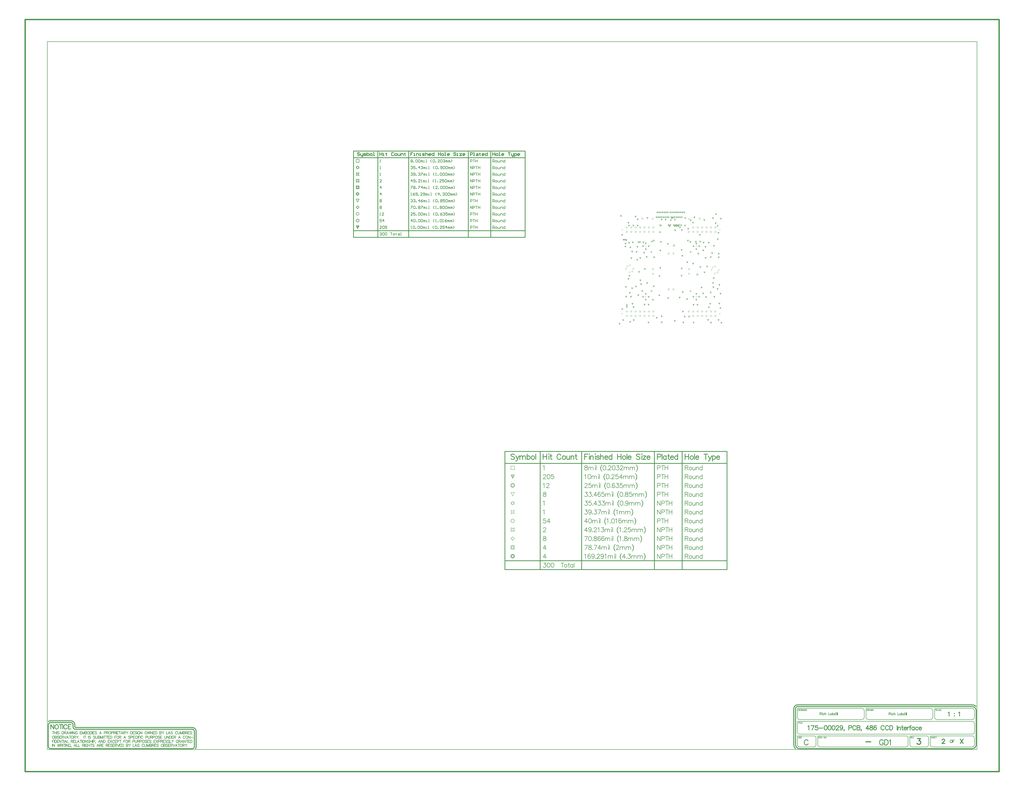
<source format=gbr>
G04 Layer_Color=2752767*
%FSLAX26Y26*%
%MOIN*%
%TF.FileFunction,Drawing*%
%TF.Part,Single*%
G01*
G75*
%TA.AperFunction,NonConductor*%
%ADD55C,0.008000*%
%ADD56C,0.012000*%
%ADD58C,0.020000*%
%ADD59C,0.010000*%
%ADD60C,0.024000*%
%ADD61C,0.030000*%
%ADD63C,0.006000*%
%ADD65C,0.016000*%
%ADD68C,0.018000*%
%ADD102C,0.003333*%
%ADD103C,0.015000*%
%ADD105C,0.005000*%
%ADD106C,0.013333*%
D55*
X-2331126Y-5197512D02*
G03*
X-2331126Y-5197512I-24000J0D01*
G01*
D56*
X7543013Y-9353525D02*
X7537300Y-9356381D01*
X7531587Y-9362094D01*
X7528730Y-9367807D01*
X7525874Y-9376377D01*
Y-9390660D01*
X7528730Y-9399229D01*
X7531587Y-9404942D01*
X7537300Y-9410655D01*
X7543013Y-9413512D01*
X7554439D01*
X7560152Y-9410655D01*
X7565865Y-9404942D01*
X7568722Y-9399229D01*
X7571578Y-9390660D01*
Y-9376377D01*
X7568722Y-9367807D01*
X7565865Y-9362094D01*
X7560152Y-9356381D01*
X7554439Y-9353525D01*
X7543013D01*
X7585575D02*
Y-9413512D01*
Y-9353525D02*
X7622710D01*
X7585575Y-9382090D02*
X7608427D01*
D58*
X4035874Y-9458512D02*
G03*
X4125874Y-9548512I90000J0D01*
G01*
X8025874D02*
G03*
X8115874Y-9458512I0J90000D01*
G01*
X4075874Y-8598512D02*
G03*
X4035874Y-8638512I0J-40000D01*
G01*
X4075874Y-8558512D02*
G03*
X3995874Y-8638512I0J-80000D01*
G01*
X8115874Y-8688512D02*
G03*
X8025874Y-8598512I-90000J0D01*
G01*
X8114534Y-8593436D02*
G03*
X8025874Y-8558512I-88660J-95076D01*
G01*
X3995874Y-9458512D02*
G03*
X4030798Y-9547172I130000J0D01*
G01*
X-12244126Y-9058512D02*
G03*
X-12234126Y-9068512I10000J0D01*
G01*
X-12244126Y-9008512D02*
G03*
X-12334126Y-8918512I-90000J0D01*
G01*
X-12794126D02*
G03*
X-12844062Y-8933636I0J-90000D01*
G01*
X-9519250Y-9548448D02*
G03*
X-9504126Y-9498512I-74876J49936D01*
G01*
Y-9158512D02*
G03*
X-9594126Y-9068512I-90000J0D01*
G01*
X-12284126Y-9058512D02*
G03*
X-12234126Y-9108512I50000J0D01*
G01*
X-9594126Y-9548512D02*
G03*
X-9544126Y-9498512I0J50000D01*
G01*
Y-9158512D02*
G03*
X-9594126Y-9108512I-50000J0D01*
G01*
X-12794126Y-8958512D02*
G03*
X-12844126Y-9008512I0J-50000D01*
G01*
X-12284126D02*
G03*
X-12334126Y-8958512I-50000J0D01*
G01*
X-12844126Y-9498512D02*
G03*
X-12794126Y-9548512I50000J0D01*
G01*
X4125874Y-9548513D02*
X8025874D01*
X4075874Y-8598513D02*
X8025874D01*
X4075874Y-8558513D02*
X8025874D01*
X-12794126Y-9548513D02*
X-9594126D01*
X-12234126Y-9068513D02*
X-9594126D01*
X-12794126Y-8918513D02*
X-12334126D01*
X-12234126Y-9108513D02*
X-9594126D01*
X-12794126Y-8958513D02*
X-12334126D01*
X4035874Y-9458513D02*
Y-8638513D01*
X8115874Y-9458513D02*
Y-8688513D01*
X3995874Y-9458513D02*
Y-8638513D01*
X-12844126Y-9498513D02*
Y-9008513D01*
X-12244126Y-9058513D02*
Y-9008513D01*
X-9504126Y-9498513D02*
Y-9158513D01*
X-9544126Y-9498513D02*
Y-9158513D01*
X-12284126Y-9058513D02*
Y-9008513D01*
X7345635Y-9357338D02*
Y-9352577D01*
X7350396Y-9343055D01*
X7355157Y-9338294D01*
X7364678Y-9333533D01*
X7383722D01*
X7393243Y-9338294D01*
X7398004Y-9343055D01*
X7402765Y-9352577D01*
Y-9362099D01*
X7398004Y-9371620D01*
X7388483Y-9385903D01*
X7340874Y-9433512D01*
X7407526D01*
X7755874Y-9333533D02*
X7822526Y-9433512D01*
Y-9333533D02*
X7755874Y-9433512D01*
D59*
X-5839375Y2990833D02*
G03*
X-5839375Y2990833I-20000J0D01*
G01*
X-5826042D02*
G03*
X-5826042Y2990833I-33333J0D01*
G01*
Y2540833D02*
G03*
X-5826042Y2540833I-33333J0D01*
G01*
X6995874Y-9508512D02*
G03*
X7035874Y-9468512I0J40000D01*
G01*
X6615874Y-9458512D02*
G03*
X6665874Y-9508512I50000J0D01*
G01*
X7035874Y-9298512D02*
G03*
X6995874Y-9258512I-40000J0D01*
G01*
X4455874Y-9508512D02*
G03*
X4495874Y-9468512I0J40000D01*
G01*
X5625874Y-8838512D02*
G03*
X5675874Y-8888512I50000J0D01*
G01*
X5585874Y-8688512D02*
G03*
X5535874Y-8638512I-50000J0D01*
G01*
Y-8888512D02*
G03*
X5585874Y-8838512I0J50000D01*
G01*
X7175874D02*
G03*
X7225874Y-8888512I50000J0D01*
G01*
X7085874D02*
G03*
X7135874Y-8838512I0J50000D01*
G01*
Y-8688512D02*
G03*
X7085874Y-8638512I-50000J0D01*
G01*
X8075874Y-8978512D02*
G03*
X8025874Y-8928512I-50000J0D01*
G01*
Y-9218512D02*
G03*
X8075874Y-9168512I0J50000D01*
G01*
X4075874D02*
G03*
X4125874Y-9218512I50000J0D01*
G01*
X4535874Y-9468512D02*
G03*
X4575874Y-9508512I40000J0D01*
G01*
X4075874Y-9458512D02*
G03*
X4125874Y-9508512I50000J0D01*
G01*
X7075874Y-9468512D02*
G03*
X7115874Y-9508512I40000J0D01*
G01*
X4075874Y-8848512D02*
G03*
X4115874Y-8888512I40000J0D01*
G01*
X4495874Y-9298512D02*
G03*
X4455874Y-9258512I-40000J0D01*
G01*
X6575874Y-9298512D02*
G03*
X6535874Y-9258512I-40000J0D01*
G01*
Y-9508512D02*
G03*
X6575874Y-9468512I0J40000D01*
G01*
X8025874Y-9508512D02*
G03*
X8075874Y-9458512I0J50000D01*
G01*
Y-9308512D02*
G03*
X8025874Y-9258512I-50000J0D01*
G01*
X8075874Y-8688512D02*
G03*
X8025874Y-8638512I-50000J0D01*
G01*
Y-8888512D02*
G03*
X8075874Y-8838512I0J50000D01*
G01*
X-5892708Y3707500D02*
X-5826042D01*
Y3774167D01*
X-5892708D02*
X-5826042D01*
X-5892708Y3707500D02*
Y3774167D01*
X-5876042Y3574167D02*
X-5859375Y3557500D01*
X-5892708Y3574167D02*
X-5876042D01*
X-5892708D02*
X-5876042Y3590833D01*
X-5892708Y3607500D02*
X-5876042Y3590833D01*
X-5892708Y3607500D02*
X-5876042D01*
X-5859375Y3624167D01*
X-5842708Y3607500D01*
X-5826042D01*
X-5842708Y3590833D02*
X-5826042Y3607500D01*
X-5842708Y3590833D02*
X-5826042Y3574167D01*
X-5842708D02*
X-5826042D01*
X-5859375Y3557500D02*
X-5842708Y3574167D01*
X-5892708Y3407500D02*
X-5859375Y3424167D01*
X-5826042Y3407500D01*
X-5842708Y3440833D02*
X-5826042Y3407500D01*
X-5842708Y3440833D02*
X-5826042Y3474167D01*
X-5859375Y3457500D02*
X-5826042Y3474167D01*
X-5892708D02*
X-5859375Y3457500D01*
X-5892708Y3474167D02*
X-5876042Y3440833D01*
X-5892708Y3407500D02*
X-5876042Y3440833D01*
X-5892708Y3257500D02*
Y3274167D01*
X-5876042Y3290833D01*
X-5892708Y3307500D02*
X-5876042Y3290833D01*
X-5892708Y3307500D02*
Y3324167D01*
X-5876042D01*
X-5859375Y3307500D01*
X-5842708Y3324167D01*
X-5826042D01*
Y3307500D02*
Y3324167D01*
X-5842708Y3290833D02*
X-5826042Y3307500D01*
X-5842708Y3290833D02*
X-5826042Y3274167D01*
Y3257500D02*
Y3274167D01*
X-5842708Y3257500D02*
X-5826042D01*
X-5859375Y3274167D02*
X-5842708Y3257500D01*
X-5876042D02*
X-5859375Y3274167D01*
X-5892708Y3257500D02*
X-5876042D01*
X-5879375Y3120833D02*
X-5839375D01*
Y3160833D01*
X-5879375D02*
X-5839375D01*
X-5879375Y3120833D02*
Y3160833D01*
X-5892708Y3107500D02*
X-5826042D01*
Y3174167D01*
X-5892708D02*
X-5826042D01*
X-5892708Y3107500D02*
Y3174167D01*
X-5859375Y2807500D02*
X-5826042Y2874167D01*
X-5892708D02*
X-5826042D01*
X-5892708D02*
X-5859375Y2807500D01*
X-5892708Y2690833D02*
X-5859375Y2657500D01*
X-5826042Y2690833D01*
X-5859375Y2724167D02*
X-5826042Y2690833D01*
X-5892708D02*
X-5859375Y2724167D01*
X-5892708Y2374167D02*
X-5876042D01*
X-5892708D02*
Y2407500D01*
X-5876042D01*
Y2424167D01*
X-5842708D01*
Y2407500D02*
Y2424167D01*
Y2407500D02*
X-5826042D01*
Y2374167D02*
Y2407500D01*
X-5842708Y2374167D02*
X-5826042D01*
X-5842708Y2357500D02*
Y2374167D01*
X-5876042Y2357500D02*
X-5842708D01*
X-5876042D02*
Y2374167D01*
X-5859375Y2220833D02*
X-5839375Y2260833D01*
X-5879375D02*
X-5839375D01*
X-5879375D02*
X-5859375Y2220833D01*
Y2207500D02*
X-5826042Y2274167D01*
X-5892708D02*
X-5826042D01*
X-5892708D02*
X-5859375Y2207500D01*
X6665874Y-9508513D02*
X6995874D01*
X6615874Y-9258513D02*
X6995874D01*
X6615874Y-9458513D02*
Y-9258513D01*
X7035874Y-9468513D02*
Y-9298513D01*
X4115874Y-8888513D02*
X5535874D01*
X5675874D02*
X7085874D01*
X5625874Y-8638513D02*
X7085874D01*
X4075874D02*
X5535874D01*
X7225874Y-8888513D02*
X8025874D01*
X7175874Y-8638513D02*
X8025874D01*
X4075874Y-8928513D02*
X8025874D01*
X4125874Y-9218513D02*
X8025874D01*
X4575874Y-9508513D02*
X6535874D01*
X4125874D02*
X4455874D01*
X4535874Y-9258513D02*
X6535874D01*
X4075874D02*
X4455874D01*
X7115874Y-9508513D02*
X8025874D01*
X7075874Y-9258513D02*
X8025874D01*
X5625874Y-8838513D02*
Y-8638513D01*
X5585874Y-8838513D02*
Y-8688513D01*
X7135874Y-8838513D02*
Y-8688513D01*
X7175874Y-8838513D02*
Y-8638513D01*
X8075874Y-9168513D02*
Y-8978513D01*
X4075874Y-9168513D02*
Y-8928513D01*
Y-9458513D02*
Y-9258513D01*
Y-8848513D02*
Y-8638513D01*
X4495874Y-9468513D02*
Y-9298513D01*
X4535874Y-9468513D02*
Y-9258513D01*
X6575874Y-9468513D02*
Y-9298513D01*
X7075874Y-9468513D02*
Y-9258513D01*
X8075874Y-9458513D02*
Y-9308513D01*
Y-8838513D02*
Y-8688513D01*
X-12869126Y-9564513D02*
Y6435488D01*
Y-9564513D02*
X8130874D01*
Y6435488D01*
X-12869126D02*
X8130874D01*
X-2807331Y3707500D02*
Y3767481D01*
X-2777341D01*
X-2767344Y3757484D01*
Y3737490D01*
X-2777341Y3727494D01*
X-2807331D01*
X-2787337D02*
X-2767344Y3707500D01*
X-2737354D02*
X-2717360D01*
X-2707363Y3717497D01*
Y3737490D01*
X-2717360Y3747487D01*
X-2737354D01*
X-2747350Y3737490D01*
Y3717497D01*
X-2737354Y3707500D01*
X-2687370Y3747487D02*
Y3717497D01*
X-2677373Y3707500D01*
X-2647383D01*
Y3747487D01*
X-2627389Y3707500D02*
Y3747487D01*
X-2597399D01*
X-2587402Y3737490D01*
Y3707500D01*
X-2527421Y3767481D02*
Y3707500D01*
X-2557412D01*
X-2567409Y3717497D01*
Y3737490D01*
X-2557412Y3747487D01*
X-2527421D01*
X-2807331Y3557500D02*
Y3617481D01*
X-2777341D01*
X-2767344Y3607484D01*
Y3587490D01*
X-2777341Y3577494D01*
X-2807331D01*
X-2787337D02*
X-2767344Y3557500D01*
X-2737354D02*
X-2717360D01*
X-2707363Y3567497D01*
Y3587490D01*
X-2717360Y3597487D01*
X-2737354D01*
X-2747350Y3587490D01*
Y3567497D01*
X-2737354Y3557500D01*
X-2687370Y3597487D02*
Y3567497D01*
X-2677373Y3557500D01*
X-2647383D01*
Y3597487D01*
X-2627389Y3557500D02*
Y3597487D01*
X-2597399D01*
X-2587402Y3587490D01*
Y3557500D01*
X-2527421Y3617481D02*
Y3557500D01*
X-2557412D01*
X-2567409Y3567497D01*
Y3587490D01*
X-2557412Y3597487D01*
X-2527421D01*
X-2807331Y3407500D02*
Y3467481D01*
X-2777341D01*
X-2767344Y3457484D01*
Y3437490D01*
X-2777341Y3427494D01*
X-2807331D01*
X-2787337D02*
X-2767344Y3407500D01*
X-2737354D02*
X-2717360D01*
X-2707363Y3417497D01*
Y3437490D01*
X-2717360Y3447487D01*
X-2737354D01*
X-2747350Y3437490D01*
Y3417497D01*
X-2737354Y3407500D01*
X-2687370Y3447487D02*
Y3417497D01*
X-2677373Y3407500D01*
X-2647383D01*
Y3447487D01*
X-2627389Y3407500D02*
Y3447487D01*
X-2597399D01*
X-2587402Y3437490D01*
Y3407500D01*
X-2527421Y3467481D02*
Y3407500D01*
X-2557412D01*
X-2567409Y3417497D01*
Y3437490D01*
X-2557412Y3447487D01*
X-2527421D01*
X-2807331Y3257500D02*
Y3317481D01*
X-2777341D01*
X-2767344Y3307484D01*
Y3287490D01*
X-2777341Y3277494D01*
X-2807331D01*
X-2787337D02*
X-2767344Y3257500D01*
X-2737354D02*
X-2717360D01*
X-2707363Y3267497D01*
Y3287490D01*
X-2717360Y3297487D01*
X-2737354D01*
X-2747350Y3287490D01*
Y3267497D01*
X-2737354Y3257500D01*
X-2687370Y3297487D02*
Y3267497D01*
X-2677373Y3257500D01*
X-2647383D01*
Y3297487D01*
X-2627389Y3257500D02*
Y3297487D01*
X-2597399D01*
X-2587402Y3287490D01*
Y3257500D01*
X-2527421Y3317481D02*
Y3257500D01*
X-2557412D01*
X-2567409Y3267497D01*
Y3287490D01*
X-2557412Y3297487D01*
X-2527421D01*
X-2807331Y3107500D02*
Y3167481D01*
X-2777341D01*
X-2767344Y3157484D01*
Y3137490D01*
X-2777341Y3127494D01*
X-2807331D01*
X-2787337D02*
X-2767344Y3107500D01*
X-2737354D02*
X-2717360D01*
X-2707363Y3117497D01*
Y3137490D01*
X-2717360Y3147487D01*
X-2737354D01*
X-2747350Y3137490D01*
Y3117497D01*
X-2737354Y3107500D01*
X-2687370Y3147487D02*
Y3117497D01*
X-2677373Y3107500D01*
X-2647383D01*
Y3147487D01*
X-2627389Y3107500D02*
Y3147487D01*
X-2597399D01*
X-2587402Y3137490D01*
Y3107500D01*
X-2527421Y3167481D02*
Y3107500D01*
X-2557412D01*
X-2567409Y3117497D01*
Y3137490D01*
X-2557412Y3147487D01*
X-2527421D01*
X-2807331Y2957500D02*
Y3017481D01*
X-2777341D01*
X-2767344Y3007484D01*
Y2987490D01*
X-2777341Y2977494D01*
X-2807331D01*
X-2787337D02*
X-2767344Y2957500D01*
X-2737354D02*
X-2717360D01*
X-2707363Y2967497D01*
Y2987490D01*
X-2717360Y2997487D01*
X-2737354D01*
X-2747350Y2987490D01*
Y2967497D01*
X-2737354Y2957500D01*
X-2687370Y2997487D02*
Y2967497D01*
X-2677373Y2957500D01*
X-2647383D01*
Y2997487D01*
X-2627389Y2957500D02*
Y2997487D01*
X-2597399D01*
X-2587402Y2987490D01*
Y2957500D01*
X-2527421Y3017481D02*
Y2957500D01*
X-2557412D01*
X-2567409Y2967497D01*
Y2987490D01*
X-2557412Y2997487D01*
X-2527421D01*
X-2807331Y2807500D02*
Y2867481D01*
X-2777341D01*
X-2767344Y2857484D01*
Y2837490D01*
X-2777341Y2827494D01*
X-2807331D01*
X-2787337D02*
X-2767344Y2807500D01*
X-2737354D02*
X-2717360D01*
X-2707363Y2817497D01*
Y2837490D01*
X-2717360Y2847487D01*
X-2737354D01*
X-2747350Y2837490D01*
Y2817497D01*
X-2737354Y2807500D01*
X-2687370Y2847487D02*
Y2817497D01*
X-2677373Y2807500D01*
X-2647383D01*
Y2847487D01*
X-2627389Y2807500D02*
Y2847487D01*
X-2597399D01*
X-2587402Y2837490D01*
Y2807500D01*
X-2527421Y2867481D02*
Y2807500D01*
X-2557412D01*
X-2567409Y2817497D01*
Y2837490D01*
X-2557412Y2847487D01*
X-2527421D01*
X-2807331Y2657500D02*
Y2717481D01*
X-2777341D01*
X-2767344Y2707484D01*
Y2687490D01*
X-2777341Y2677494D01*
X-2807331D01*
X-2787337D02*
X-2767344Y2657500D01*
X-2737354D02*
X-2717360D01*
X-2707363Y2667497D01*
Y2687490D01*
X-2717360Y2697487D01*
X-2737354D01*
X-2747350Y2687490D01*
Y2667497D01*
X-2737354Y2657500D01*
X-2687370Y2697487D02*
Y2667497D01*
X-2677373Y2657500D01*
X-2647383D01*
Y2697487D01*
X-2627389Y2657500D02*
Y2697487D01*
X-2597399D01*
X-2587402Y2687490D01*
Y2657500D01*
X-2527421Y2717481D02*
Y2657500D01*
X-2557412D01*
X-2567409Y2667497D01*
Y2687490D01*
X-2557412Y2697487D01*
X-2527421D01*
X-2807331Y2507500D02*
Y2567481D01*
X-2777341D01*
X-2767344Y2557484D01*
Y2537490D01*
X-2777341Y2527494D01*
X-2807331D01*
X-2787337D02*
X-2767344Y2507500D01*
X-2737354D02*
X-2717360D01*
X-2707363Y2517497D01*
Y2537490D01*
X-2717360Y2547487D01*
X-2737354D01*
X-2747350Y2537490D01*
Y2517497D01*
X-2737354Y2507500D01*
X-2687370Y2547487D02*
Y2517497D01*
X-2677373Y2507500D01*
X-2647383D01*
Y2547487D01*
X-2627389Y2507500D02*
Y2547487D01*
X-2597399D01*
X-2587402Y2537490D01*
Y2507500D01*
X-2527421Y2567481D02*
Y2507500D01*
X-2557412D01*
X-2567409Y2517497D01*
Y2537490D01*
X-2557412Y2547487D01*
X-2527421D01*
X-2807331Y2357500D02*
Y2417481D01*
X-2777341D01*
X-2767344Y2407484D01*
Y2387490D01*
X-2777341Y2377494D01*
X-2807331D01*
X-2787337D02*
X-2767344Y2357500D01*
X-2737354D02*
X-2717360D01*
X-2707363Y2367497D01*
Y2387490D01*
X-2717360Y2397487D01*
X-2737354D01*
X-2747350Y2387490D01*
Y2367497D01*
X-2737354Y2357500D01*
X-2687370Y2397487D02*
Y2367497D01*
X-2677373Y2357500D01*
X-2647383D01*
Y2397487D01*
X-2627389Y2357500D02*
Y2397487D01*
X-2597399D01*
X-2587402Y2387490D01*
Y2357500D01*
X-2527421Y2417481D02*
Y2357500D01*
X-2557412D01*
X-2567409Y2367497D01*
Y2387490D01*
X-2557412Y2397487D01*
X-2527421D01*
X-2807331Y2207500D02*
Y2267481D01*
X-2777341D01*
X-2767344Y2257484D01*
Y2237490D01*
X-2777341Y2227494D01*
X-2807331D01*
X-2787337D02*
X-2767344Y2207500D01*
X-2737354D02*
X-2717360D01*
X-2707363Y2217497D01*
Y2237490D01*
X-2717360Y2247487D01*
X-2737354D01*
X-2747350Y2237490D01*
Y2217497D01*
X-2737354Y2207500D01*
X-2687370Y2247487D02*
Y2217497D01*
X-2677373Y2207500D01*
X-2647383D01*
Y2247487D01*
X-2627389Y2207500D02*
Y2247487D01*
X-2597399D01*
X-2587402Y2237490D01*
Y2207500D01*
X-2527421Y2267481D02*
Y2207500D01*
X-2557412D01*
X-2567409Y2217497D01*
Y2237490D01*
X-2557412Y2247487D01*
X-2527421D01*
X-3313207Y3707500D02*
Y3767481D01*
X-3283216D01*
X-3273220Y3757484D01*
Y3737490D01*
X-3283216Y3727494D01*
X-3313207D01*
X-3253226Y3767481D02*
X-3213239D01*
X-3233233D01*
Y3707500D01*
X-3193245Y3767481D02*
Y3707500D01*
Y3737490D01*
X-3153258D01*
Y3767481D01*
Y3707500D01*
X-3313207Y3557500D02*
Y3617481D01*
X-3273220Y3557500D01*
Y3617481D01*
X-3253226Y3557500D02*
Y3617481D01*
X-3223236D01*
X-3213239Y3607484D01*
Y3587490D01*
X-3223236Y3577494D01*
X-3253226D01*
X-3193245Y3617481D02*
X-3153258D01*
X-3173252D01*
Y3557500D01*
X-3133265Y3617481D02*
Y3557500D01*
Y3587490D01*
X-3093278D01*
Y3617481D01*
Y3557500D01*
X-3313207Y3407500D02*
Y3467481D01*
X-3273220Y3407500D01*
Y3467481D01*
X-3253226Y3407500D02*
Y3467481D01*
X-3223236D01*
X-3213239Y3457484D01*
Y3437490D01*
X-3223236Y3427494D01*
X-3253226D01*
X-3193245Y3467481D02*
X-3153258D01*
X-3173252D01*
Y3407500D01*
X-3133265Y3467481D02*
Y3407500D01*
Y3437490D01*
X-3093278D01*
Y3467481D01*
Y3407500D01*
X-3313207Y3257500D02*
Y3317481D01*
X-3273220Y3257500D01*
Y3317481D01*
X-3253226Y3257500D02*
Y3317481D01*
X-3223236D01*
X-3213239Y3307484D01*
Y3287490D01*
X-3223236Y3277494D01*
X-3253226D01*
X-3193245Y3317481D02*
X-3153258D01*
X-3173252D01*
Y3257500D01*
X-3133265Y3317481D02*
Y3257500D01*
Y3287490D01*
X-3093278D01*
Y3317481D01*
Y3257500D01*
X-3313207Y3107500D02*
Y3167481D01*
X-3273220Y3107500D01*
Y3167481D01*
X-3253226Y3107500D02*
Y3167481D01*
X-3223236D01*
X-3213239Y3157484D01*
Y3137490D01*
X-3223236Y3127494D01*
X-3253226D01*
X-3193245Y3167481D02*
X-3153258D01*
X-3173252D01*
Y3107500D01*
X-3133265Y3167481D02*
Y3107500D01*
Y3137490D01*
X-3093278D01*
Y3167481D01*
Y3107500D01*
X-3313207Y2957500D02*
Y3017481D01*
X-3273220Y2957500D01*
Y3017481D01*
X-3253226Y2957500D02*
Y3017481D01*
X-3223236D01*
X-3213239Y3007484D01*
Y2987490D01*
X-3223236Y2977494D01*
X-3253226D01*
X-3193245Y3017481D02*
X-3153258D01*
X-3173252D01*
Y2957500D01*
X-3133265Y3017481D02*
Y2957500D01*
Y2987490D01*
X-3093278D01*
Y3017481D01*
Y2957500D01*
X-3313207Y2807500D02*
Y2867481D01*
X-3283216D01*
X-3273220Y2857484D01*
Y2837490D01*
X-3283216Y2827494D01*
X-3313207D01*
X-3253226Y2867481D02*
X-3213239D01*
X-3233233D01*
Y2807500D01*
X-3193245Y2867481D02*
Y2807500D01*
Y2837490D01*
X-3153258D01*
Y2867481D01*
Y2807500D01*
X-3313207Y2657500D02*
Y2717481D01*
X-3273220Y2657500D01*
Y2717481D01*
X-3253226Y2657500D02*
Y2717481D01*
X-3223236D01*
X-3213239Y2707484D01*
Y2687490D01*
X-3223236Y2677494D01*
X-3253226D01*
X-3193245Y2717481D02*
X-3153258D01*
X-3173252D01*
Y2657500D01*
X-3133265Y2717481D02*
Y2657500D01*
Y2687490D01*
X-3093278D01*
Y2717481D01*
Y2657500D01*
X-3313207Y2507500D02*
Y2567481D01*
X-3283216D01*
X-3273220Y2557484D01*
Y2537490D01*
X-3283216Y2527494D01*
X-3313207D01*
X-3253226Y2567481D02*
X-3213239D01*
X-3233233D01*
Y2507500D01*
X-3193245Y2567481D02*
Y2507500D01*
Y2537490D01*
X-3153258D01*
Y2567481D01*
Y2507500D01*
X-3313207Y2357500D02*
Y2417481D01*
X-3283216D01*
X-3273220Y2407484D01*
Y2387490D01*
X-3283216Y2377494D01*
X-3313207D01*
X-3253226Y2417481D02*
X-3213239D01*
X-3233233D01*
Y2357500D01*
X-3193245Y2417481D02*
Y2357500D01*
Y2387490D01*
X-3153258D01*
Y2417481D01*
Y2357500D01*
X-3313207Y2207500D02*
Y2267481D01*
X-3283216D01*
X-3273220Y2257484D01*
Y2237490D01*
X-3283216Y2227494D01*
X-3313207D01*
X-3253226Y2267481D02*
X-3213239D01*
X-3233233D01*
Y2207500D01*
X-3193245Y2267481D02*
Y2207500D01*
Y2237490D01*
X-3153258D01*
Y2267481D01*
Y2207500D01*
X-4658811Y3757484D02*
X-4648814Y3767481D01*
X-4628820D01*
X-4618824Y3757484D01*
Y3747487D01*
X-4628820Y3737490D01*
X-4618824Y3727494D01*
Y3717497D01*
X-4628820Y3707500D01*
X-4648814D01*
X-4658811Y3717497D01*
Y3727494D01*
X-4648814Y3737490D01*
X-4658811Y3747487D01*
Y3757484D01*
X-4648814Y3737490D02*
X-4628820D01*
X-4598830Y3707500D02*
Y3717497D01*
X-4588833D01*
Y3707500D01*
X-4598830D01*
X-4548846Y3757484D02*
X-4538850Y3767481D01*
X-4518856D01*
X-4508859Y3757484D01*
Y3717497D01*
X-4518856Y3707500D01*
X-4538850D01*
X-4548846Y3717497D01*
Y3757484D01*
X-4488866D02*
X-4478869Y3767481D01*
X-4458875D01*
X-4448879Y3757484D01*
Y3717497D01*
X-4458875Y3707500D01*
X-4478869D01*
X-4488866Y3717497D01*
Y3757484D01*
X-4428885Y3707500D02*
Y3747487D01*
X-4418888D01*
X-4408892Y3737490D01*
Y3707500D01*
Y3737490D01*
X-4398895Y3747487D01*
X-4388898Y3737490D01*
Y3707500D01*
X-4368904D02*
X-4348911D01*
X-4358908D01*
Y3747487D01*
X-4368904D01*
X-4318921Y3707500D02*
X-4298927D01*
X-4308924D01*
Y3767481D01*
X-4318921D01*
X-4188963Y3707500D02*
X-4208956Y3727494D01*
Y3747487D01*
X-4188963Y3767481D01*
X-4158972Y3757484D02*
X-4148976Y3767481D01*
X-4128982D01*
X-4118985Y3757484D01*
Y3717497D01*
X-4128982Y3707500D01*
X-4148976D01*
X-4158972Y3717497D01*
Y3757484D01*
X-4098992Y3707500D02*
Y3717497D01*
X-4088995D01*
Y3707500D01*
X-4098992D01*
X-4009021D02*
X-4049008D01*
X-4009021Y3747487D01*
Y3757484D01*
X-4019018Y3767481D01*
X-4039011D01*
X-4049008Y3757484D01*
X-3989028D02*
X-3979031Y3767481D01*
X-3959037D01*
X-3949040Y3757484D01*
Y3717497D01*
X-3959037Y3707500D01*
X-3979031D01*
X-3989028Y3717497D01*
Y3757484D01*
X-3929047D02*
X-3919050Y3767481D01*
X-3899057D01*
X-3889060Y3757484D01*
Y3747487D01*
X-3899057Y3737490D01*
X-3909053D01*
X-3899057D01*
X-3889060Y3727494D01*
Y3717497D01*
X-3899057Y3707500D01*
X-3919050D01*
X-3929047Y3717497D01*
X-3869066Y3707500D02*
Y3747487D01*
X-3859070D01*
X-3849073Y3737490D01*
Y3707500D01*
Y3737490D01*
X-3839076Y3747487D01*
X-3829079Y3737490D01*
Y3707500D01*
X-3809086D02*
Y3747487D01*
X-3799089D01*
X-3789092Y3737490D01*
Y3707500D01*
Y3737490D01*
X-3779095Y3747487D01*
X-3769099Y3737490D01*
Y3707500D01*
X-3749105D02*
X-3729112Y3727494D01*
Y3747487D01*
X-3749105Y3767481D01*
X-4658811Y3607484D02*
X-4648814Y3617481D01*
X-4628820D01*
X-4618824Y3607484D01*
Y3597487D01*
X-4628820Y3587490D01*
X-4638817D01*
X-4628820D01*
X-4618824Y3577494D01*
Y3567497D01*
X-4628820Y3557500D01*
X-4648814D01*
X-4658811Y3567497D01*
X-4558843Y3617481D02*
X-4598830D01*
Y3587490D01*
X-4578837Y3597487D01*
X-4568840D01*
X-4558843Y3587490D01*
Y3567497D01*
X-4568840Y3557500D01*
X-4588833D01*
X-4598830Y3567497D01*
X-4538850Y3557500D02*
Y3567497D01*
X-4528853D01*
Y3557500D01*
X-4538850D01*
X-4458875D02*
Y3617481D01*
X-4488866Y3587490D01*
X-4448879D01*
X-4428885Y3607484D02*
X-4418888Y3617481D01*
X-4398895D01*
X-4388898Y3607484D01*
Y3597487D01*
X-4398895Y3587490D01*
X-4408892D01*
X-4398895D01*
X-4388898Y3577494D01*
Y3567497D01*
X-4398895Y3557500D01*
X-4418888D01*
X-4428885Y3567497D01*
X-4368904Y3557500D02*
Y3597487D01*
X-4358908D01*
X-4348911Y3587490D01*
Y3557500D01*
Y3587490D01*
X-4338914Y3597487D01*
X-4328917Y3587490D01*
Y3557500D01*
X-4308924D02*
X-4288930D01*
X-4298927D01*
Y3597487D01*
X-4308924D01*
X-4258940Y3557500D02*
X-4238947D01*
X-4248943D01*
Y3617481D01*
X-4258940D01*
X-4128982Y3557500D02*
X-4148976Y3577494D01*
Y3597487D01*
X-4128982Y3617481D01*
X-4098992Y3607484D02*
X-4088995Y3617481D01*
X-4069002D01*
X-4059005Y3607484D01*
Y3567497D01*
X-4069002Y3557500D01*
X-4088995D01*
X-4098992Y3567497D01*
Y3607484D01*
X-4039011Y3557500D02*
Y3567497D01*
X-4029015D01*
Y3557500D01*
X-4039011D01*
X-3989028Y3567497D02*
X-3979031Y3557500D01*
X-3959037D01*
X-3949040Y3567497D01*
Y3607484D01*
X-3959037Y3617481D01*
X-3979031D01*
X-3989028Y3607484D01*
Y3597487D01*
X-3979031Y3587490D01*
X-3949040D01*
X-3929047Y3607484D02*
X-3919050Y3617481D01*
X-3899057D01*
X-3889060Y3607484D01*
Y3567497D01*
X-3899057Y3557500D01*
X-3919050D01*
X-3929047Y3567497D01*
Y3607484D01*
X-3869066D02*
X-3859070Y3617481D01*
X-3839076D01*
X-3829079Y3607484D01*
Y3567497D01*
X-3839076Y3557500D01*
X-3859070D01*
X-3869066Y3567497D01*
Y3607484D01*
X-3809086Y3557500D02*
Y3597487D01*
X-3799089D01*
X-3789092Y3587490D01*
Y3557500D01*
Y3587490D01*
X-3779095Y3597487D01*
X-3769099Y3587490D01*
Y3557500D01*
X-3749105D02*
Y3597487D01*
X-3739108D01*
X-3729112Y3587490D01*
Y3557500D01*
Y3587490D01*
X-3719115Y3597487D01*
X-3709118Y3587490D01*
Y3557500D01*
X-3689124D02*
X-3669131Y3577494D01*
Y3597487D01*
X-3689124Y3617481D01*
X-4658811Y3457484D02*
X-4648814Y3467481D01*
X-4628820D01*
X-4618824Y3457484D01*
Y3447487D01*
X-4628820Y3437490D01*
X-4638817D01*
X-4628820D01*
X-4618824Y3427494D01*
Y3417497D01*
X-4628820Y3407500D01*
X-4648814D01*
X-4658811Y3417497D01*
X-4598830D02*
X-4588833Y3407500D01*
X-4568840D01*
X-4558843Y3417497D01*
Y3457484D01*
X-4568840Y3467481D01*
X-4588833D01*
X-4598830Y3457484D01*
Y3447487D01*
X-4588833Y3437490D01*
X-4558843D01*
X-4538850Y3407500D02*
Y3417497D01*
X-4528853D01*
Y3407500D01*
X-4538850D01*
X-4488866Y3457484D02*
X-4478869Y3467481D01*
X-4458875D01*
X-4448879Y3457484D01*
Y3447487D01*
X-4458875Y3437490D01*
X-4468872D01*
X-4458875D01*
X-4448879Y3427494D01*
Y3417497D01*
X-4458875Y3407500D01*
X-4478869D01*
X-4488866Y3417497D01*
X-4428885Y3467481D02*
X-4388898D01*
Y3457484D01*
X-4428885Y3417497D01*
Y3407500D01*
X-4368904D02*
Y3447487D01*
X-4358908D01*
X-4348911Y3437490D01*
Y3407500D01*
Y3437490D01*
X-4338914Y3447487D01*
X-4328917Y3437490D01*
Y3407500D01*
X-4308924D02*
X-4288930D01*
X-4298927D01*
Y3447487D01*
X-4308924D01*
X-4258940Y3407500D02*
X-4238947D01*
X-4248943D01*
Y3467481D01*
X-4258940D01*
X-4128982Y3407500D02*
X-4148976Y3427494D01*
Y3447487D01*
X-4128982Y3467481D01*
X-4098992Y3407500D02*
X-4078998D01*
X-4088995D01*
Y3467481D01*
X-4098992Y3457484D01*
X-4049008Y3407500D02*
Y3417497D01*
X-4039011D01*
Y3407500D01*
X-4049008D01*
X-3999024Y3457484D02*
X-3989028Y3467481D01*
X-3969034D01*
X-3959037Y3457484D01*
Y3417497D01*
X-3969034Y3407500D01*
X-3989028D01*
X-3999024Y3417497D01*
Y3457484D01*
X-3939044D02*
X-3929047Y3467481D01*
X-3909053D01*
X-3899057Y3457484D01*
Y3417497D01*
X-3909053Y3407500D01*
X-3929047D01*
X-3939044Y3417497D01*
Y3457484D01*
X-3879063D02*
X-3869066Y3467481D01*
X-3849073D01*
X-3839076Y3457484D01*
Y3417497D01*
X-3849073Y3407500D01*
X-3869066D01*
X-3879063Y3417497D01*
Y3457484D01*
X-3819082Y3407500D02*
Y3447487D01*
X-3809086D01*
X-3799089Y3437490D01*
Y3407500D01*
Y3437490D01*
X-3789092Y3447487D01*
X-3779095Y3437490D01*
Y3407500D01*
X-3759102D02*
Y3447487D01*
X-3749105D01*
X-3739108Y3437490D01*
Y3407500D01*
Y3437490D01*
X-3729112Y3447487D01*
X-3719115Y3437490D01*
Y3407500D01*
X-3699121D02*
X-3679128Y3427494D01*
Y3447487D01*
X-3699121Y3467481D01*
X-4628820Y3257500D02*
Y3317481D01*
X-4658811Y3287490D01*
X-4618824D01*
X-4598830Y3267497D02*
X-4588833Y3257500D01*
X-4568840D01*
X-4558843Y3267497D01*
Y3307484D01*
X-4568840Y3317481D01*
X-4588833D01*
X-4598830Y3307484D01*
Y3297487D01*
X-4588833Y3287490D01*
X-4558843D01*
X-4538850Y3257500D02*
Y3267497D01*
X-4528853D01*
Y3257500D01*
X-4538850D01*
X-4448879D02*
X-4488866D01*
X-4448879Y3297487D01*
Y3307484D01*
X-4458875Y3317481D01*
X-4478869D01*
X-4488866Y3307484D01*
X-4428885Y3257500D02*
X-4408892D01*
X-4418888D01*
Y3317481D01*
X-4428885Y3307484D01*
X-4378901Y3257500D02*
Y3297487D01*
X-4368904D01*
X-4358908Y3287490D01*
Y3257500D01*
Y3287490D01*
X-4348911Y3297487D01*
X-4338914Y3287490D01*
Y3257500D01*
X-4318921D02*
X-4298927D01*
X-4308924D01*
Y3297487D01*
X-4318921D01*
X-4268937Y3257500D02*
X-4248943D01*
X-4258940D01*
Y3317481D01*
X-4268937D01*
X-4138979Y3257500D02*
X-4158972Y3277494D01*
Y3297487D01*
X-4138979Y3317481D01*
X-4108989Y3257500D02*
X-4088995D01*
X-4098992D01*
Y3317481D01*
X-4108989Y3307484D01*
X-4059005Y3257500D02*
Y3267497D01*
X-4049008D01*
Y3257500D01*
X-4059005D01*
X-3969034D02*
X-4009021D01*
X-3969034Y3297487D01*
Y3307484D01*
X-3979031Y3317481D01*
X-3999024D01*
X-4009021Y3307484D01*
X-3909053Y3317481D02*
X-3949041D01*
Y3287490D01*
X-3929047Y3297487D01*
X-3919050D01*
X-3909053Y3287490D01*
Y3267497D01*
X-3919050Y3257500D01*
X-3939044D01*
X-3949041Y3267497D01*
X-3889060Y3307484D02*
X-3879063Y3317481D01*
X-3859070D01*
X-3849073Y3307484D01*
Y3267497D01*
X-3859070Y3257500D01*
X-3879063D01*
X-3889060Y3267497D01*
Y3307484D01*
X-3829079Y3257500D02*
Y3297487D01*
X-3819082D01*
X-3809086Y3287490D01*
Y3257500D01*
Y3287490D01*
X-3799089Y3297487D01*
X-3789092Y3287490D01*
Y3257500D01*
X-3769099D02*
Y3297487D01*
X-3759102D01*
X-3749105Y3287490D01*
Y3257500D01*
Y3287490D01*
X-3739108Y3297487D01*
X-3729112Y3287490D01*
Y3257500D01*
X-3709118D02*
X-3689125Y3277494D01*
Y3297487D01*
X-3709118Y3317481D01*
X-4658811Y3167481D02*
X-4618824D01*
Y3157484D01*
X-4658811Y3117497D01*
Y3107500D01*
X-4598830Y3157484D02*
X-4588833Y3167481D01*
X-4568840D01*
X-4558843Y3157484D01*
Y3147487D01*
X-4568840Y3137490D01*
X-4558843Y3127494D01*
Y3117497D01*
X-4568840Y3107500D01*
X-4588833D01*
X-4598830Y3117497D01*
Y3127494D01*
X-4588833Y3137490D01*
X-4598830Y3147487D01*
Y3157484D01*
X-4588833Y3137490D02*
X-4568840D01*
X-4538850Y3107500D02*
Y3117497D01*
X-4528853D01*
Y3107500D01*
X-4538850D01*
X-4488866Y3167481D02*
X-4448879D01*
Y3157484D01*
X-4488866Y3117497D01*
Y3107500D01*
X-4398895D02*
Y3167481D01*
X-4428885Y3137490D01*
X-4388898D01*
X-4368904Y3107500D02*
Y3147487D01*
X-4358908D01*
X-4348911Y3137490D01*
Y3107500D01*
Y3137490D01*
X-4338914Y3147487D01*
X-4328917Y3137490D01*
Y3107500D01*
X-4308924D02*
X-4288930D01*
X-4298927D01*
Y3147487D01*
X-4308924D01*
X-4258940Y3107500D02*
X-4238947D01*
X-4248943D01*
Y3167481D01*
X-4258940D01*
X-4128982Y3107500D02*
X-4148976Y3127494D01*
Y3147487D01*
X-4128982Y3167481D01*
X-4059005Y3107500D02*
X-4098992D01*
X-4059005Y3147487D01*
Y3157484D01*
X-4069002Y3167481D01*
X-4088995D01*
X-4098992Y3157484D01*
X-4039011Y3107500D02*
Y3117497D01*
X-4029015D01*
Y3107500D01*
X-4039011D01*
X-3989028Y3157484D02*
X-3979031Y3167481D01*
X-3959037D01*
X-3949040Y3157484D01*
Y3117497D01*
X-3959037Y3107500D01*
X-3979031D01*
X-3989028Y3117497D01*
Y3157484D01*
X-3929047D02*
X-3919050Y3167481D01*
X-3899057D01*
X-3889060Y3157484D01*
Y3117497D01*
X-3899057Y3107500D01*
X-3919050D01*
X-3929047Y3117497D01*
Y3157484D01*
X-3869066D02*
X-3859070Y3167481D01*
X-3839076D01*
X-3829079Y3157484D01*
Y3117497D01*
X-3839076Y3107500D01*
X-3859070D01*
X-3869066Y3117497D01*
Y3157484D01*
X-3809086Y3107500D02*
Y3147487D01*
X-3799089D01*
X-3789092Y3137490D01*
Y3107500D01*
Y3137490D01*
X-3779095Y3147487D01*
X-3769099Y3137490D01*
Y3107500D01*
X-3749105D02*
Y3147487D01*
X-3739108D01*
X-3729112Y3137490D01*
Y3107500D01*
Y3137490D01*
X-3719115Y3147487D01*
X-3709118Y3137490D01*
Y3107500D01*
X-3689124D02*
X-3669131Y3127494D01*
Y3147487D01*
X-3689124Y3167481D01*
X-4658811Y2957500D02*
X-4638817D01*
X-4648814D01*
Y3017481D01*
X-4658811Y3007484D01*
X-4568840Y3017481D02*
X-4588833Y3007484D01*
X-4608827Y2987490D01*
Y2967497D01*
X-4598830Y2957500D01*
X-4578837D01*
X-4568840Y2967497D01*
Y2977494D01*
X-4578837Y2987490D01*
X-4608827D01*
X-4548846Y2967497D02*
X-4538850Y2957500D01*
X-4518856D01*
X-4508859Y2967497D01*
Y3007484D01*
X-4518856Y3017481D01*
X-4538850D01*
X-4548846Y3007484D01*
Y2997487D01*
X-4538850Y2987490D01*
X-4508859D01*
X-4488866Y2957500D02*
Y2967497D01*
X-4478869D01*
Y2957500D01*
X-4488866D01*
X-4398895D02*
X-4438882D01*
X-4398895Y2997487D01*
Y3007484D01*
X-4408892Y3017481D01*
X-4428885D01*
X-4438882Y3007484D01*
X-4378901Y2967497D02*
X-4368904Y2957500D01*
X-4348911D01*
X-4338914Y2967497D01*
Y3007484D01*
X-4348911Y3017481D01*
X-4368904D01*
X-4378901Y3007484D01*
Y2997487D01*
X-4368904Y2987490D01*
X-4338914D01*
X-4318921Y2957500D02*
Y2997487D01*
X-4308924D01*
X-4298927Y2987490D01*
Y2957500D01*
Y2987490D01*
X-4288930Y2997487D01*
X-4278934Y2987490D01*
Y2957500D01*
X-4258940D02*
X-4238947D01*
X-4248943D01*
Y2997487D01*
X-4258940D01*
X-4208956Y2957500D02*
X-4188963D01*
X-4198959D01*
Y3017481D01*
X-4208956D01*
X-4078998Y2957500D02*
X-4098992Y2977494D01*
Y2997487D01*
X-4078998Y3017481D01*
X-4019018Y2957500D02*
Y3017481D01*
X-4049008Y2987490D01*
X-4009021D01*
X-3989028Y2957500D02*
Y2967497D01*
X-3979031D01*
Y2957500D01*
X-3989028D01*
X-3939044Y3007484D02*
X-3929047Y3017481D01*
X-3909053D01*
X-3899057Y3007484D01*
Y2997487D01*
X-3909053Y2987490D01*
X-3919050D01*
X-3909053D01*
X-3899057Y2977494D01*
Y2967497D01*
X-3909053Y2957500D01*
X-3929047D01*
X-3939044Y2967497D01*
X-3879063Y3007484D02*
X-3869066Y3017481D01*
X-3849073D01*
X-3839076Y3007484D01*
Y2967497D01*
X-3849073Y2957500D01*
X-3869066D01*
X-3879063Y2967497D01*
Y3007484D01*
X-3819082D02*
X-3809086Y3017481D01*
X-3789092D01*
X-3779095Y3007484D01*
Y2967497D01*
X-3789092Y2957500D01*
X-3809086D01*
X-3819082Y2967497D01*
Y3007484D01*
X-3759102Y2957500D02*
Y2997487D01*
X-3749105D01*
X-3739108Y2987490D01*
Y2957500D01*
Y2987490D01*
X-3729112Y2997487D01*
X-3719115Y2987490D01*
Y2957500D01*
X-3699121D02*
Y2997487D01*
X-3689124D01*
X-3679128Y2987490D01*
Y2957500D01*
Y2987490D01*
X-3669131Y2997487D01*
X-3659134Y2987490D01*
Y2957500D01*
X-3639141D02*
X-3619147Y2977494D01*
Y2997487D01*
X-3639141Y3017481D01*
X-4658811Y2857484D02*
X-4648814Y2867481D01*
X-4628820D01*
X-4618824Y2857484D01*
Y2847487D01*
X-4628820Y2837490D01*
X-4638817D01*
X-4628820D01*
X-4618824Y2827494D01*
Y2817497D01*
X-4628820Y2807500D01*
X-4648814D01*
X-4658811Y2817497D01*
X-4598830Y2857484D02*
X-4588833Y2867481D01*
X-4568840D01*
X-4558843Y2857484D01*
Y2847487D01*
X-4568840Y2837490D01*
X-4578837D01*
X-4568840D01*
X-4558843Y2827494D01*
Y2817497D01*
X-4568840Y2807500D01*
X-4588833D01*
X-4598830Y2817497D01*
X-4538850Y2807500D02*
Y2817497D01*
X-4528853D01*
Y2807500D01*
X-4538850D01*
X-4458875D02*
Y2867481D01*
X-4488866Y2837490D01*
X-4448879D01*
X-4388898Y2867481D02*
X-4408892Y2857484D01*
X-4428885Y2837490D01*
Y2817497D01*
X-4418888Y2807500D01*
X-4398895D01*
X-4388898Y2817497D01*
Y2827494D01*
X-4398895Y2837490D01*
X-4428885D01*
X-4368904Y2807500D02*
Y2847487D01*
X-4358908D01*
X-4348911Y2837490D01*
Y2807500D01*
Y2837490D01*
X-4338914Y2847487D01*
X-4328917Y2837490D01*
Y2807500D01*
X-4308924D02*
X-4288930D01*
X-4298927D01*
Y2847487D01*
X-4308924D01*
X-4258940Y2807500D02*
X-4238947D01*
X-4248943D01*
Y2867481D01*
X-4258940D01*
X-4128982Y2807500D02*
X-4148976Y2827494D01*
Y2847487D01*
X-4128982Y2867481D01*
X-4098992Y2857484D02*
X-4088995Y2867481D01*
X-4069002D01*
X-4059005Y2857484D01*
Y2817497D01*
X-4069002Y2807500D01*
X-4088995D01*
X-4098992Y2817497D01*
Y2857484D01*
X-4039011Y2807500D02*
Y2817497D01*
X-4029015D01*
Y2807500D01*
X-4039011D01*
X-3989028Y2857484D02*
X-3979031Y2867481D01*
X-3959037D01*
X-3949040Y2857484D01*
Y2847487D01*
X-3959037Y2837490D01*
X-3949040Y2827494D01*
Y2817497D01*
X-3959037Y2807500D01*
X-3979031D01*
X-3989028Y2817497D01*
Y2827494D01*
X-3979031Y2837490D01*
X-3989028Y2847487D01*
Y2857484D01*
X-3979031Y2837490D02*
X-3959037D01*
X-3889060Y2867481D02*
X-3929047D01*
Y2837490D01*
X-3909053Y2847487D01*
X-3899057D01*
X-3889060Y2837490D01*
Y2817497D01*
X-3899057Y2807500D01*
X-3919050D01*
X-3929047Y2817497D01*
X-3869066Y2857484D02*
X-3859070Y2867481D01*
X-3839076D01*
X-3829079Y2857484D01*
Y2817497D01*
X-3839076Y2807500D01*
X-3859070D01*
X-3869066Y2817497D01*
Y2857484D01*
X-3809086Y2807500D02*
Y2847487D01*
X-3799089D01*
X-3789092Y2837490D01*
Y2807500D01*
Y2837490D01*
X-3779095Y2847487D01*
X-3769099Y2837490D01*
Y2807500D01*
X-3749105D02*
Y2847487D01*
X-3739108D01*
X-3729112Y2837490D01*
Y2807500D01*
Y2837490D01*
X-3719115Y2847487D01*
X-3709118Y2837490D01*
Y2807500D01*
X-3689124D02*
X-3669131Y2827494D01*
Y2847487D01*
X-3689124Y2867481D01*
X-4658811Y2717481D02*
X-4618824D01*
Y2707484D01*
X-4658811Y2667497D01*
Y2657500D01*
X-4598830Y2707484D02*
X-4588833Y2717481D01*
X-4568840D01*
X-4558843Y2707484D01*
Y2667497D01*
X-4568840Y2657500D01*
X-4588833D01*
X-4598830Y2667497D01*
Y2707484D01*
X-4538850Y2657500D02*
Y2667497D01*
X-4528853D01*
Y2657500D01*
X-4538850D01*
X-4488866Y2707484D02*
X-4478869Y2717481D01*
X-4458875D01*
X-4448879Y2707484D01*
Y2697487D01*
X-4458875Y2687490D01*
X-4448879Y2677494D01*
Y2667497D01*
X-4458875Y2657500D01*
X-4478869D01*
X-4488866Y2667497D01*
Y2677494D01*
X-4478869Y2687490D01*
X-4488866Y2697487D01*
Y2707484D01*
X-4478869Y2687490D02*
X-4458875D01*
X-4428885Y2717481D02*
X-4388898D01*
Y2707484D01*
X-4428885Y2667497D01*
Y2657500D01*
X-4368904D02*
Y2697487D01*
X-4358908D01*
X-4348911Y2687490D01*
Y2657500D01*
Y2687490D01*
X-4338914Y2697487D01*
X-4328917Y2687490D01*
Y2657500D01*
X-4308924D02*
X-4288930D01*
X-4298927D01*
Y2697487D01*
X-4308924D01*
X-4258940Y2657500D02*
X-4238947D01*
X-4248943D01*
Y2717481D01*
X-4258940D01*
X-4128982Y2657500D02*
X-4148976Y2677494D01*
Y2697487D01*
X-4128982Y2717481D01*
X-4098992Y2657500D02*
X-4078998D01*
X-4088995D01*
Y2717481D01*
X-4098992Y2707484D01*
X-4049008Y2657500D02*
Y2667497D01*
X-4039011D01*
Y2657500D01*
X-4049008D01*
X-3999024Y2707484D02*
X-3989028Y2717481D01*
X-3969034D01*
X-3959037Y2707484D01*
Y2697487D01*
X-3969034Y2687490D01*
X-3959037Y2677494D01*
Y2667497D01*
X-3969034Y2657500D01*
X-3989028D01*
X-3999024Y2667497D01*
Y2677494D01*
X-3989028Y2687490D01*
X-3999024Y2697487D01*
Y2707484D01*
X-3989028Y2687490D02*
X-3969034D01*
X-3939044Y2707484D02*
X-3929047Y2717481D01*
X-3909053D01*
X-3899057Y2707484D01*
Y2667497D01*
X-3909053Y2657500D01*
X-3929047D01*
X-3939044Y2667497D01*
Y2707484D01*
X-3879063D02*
X-3869066Y2717481D01*
X-3849073D01*
X-3839076Y2707484D01*
Y2667497D01*
X-3849073Y2657500D01*
X-3869066D01*
X-3879063Y2667497D01*
Y2707484D01*
X-3819082Y2657500D02*
Y2697487D01*
X-3809086D01*
X-3799089Y2687490D01*
Y2657500D01*
Y2687490D01*
X-3789092Y2697487D01*
X-3779095Y2687490D01*
Y2657500D01*
X-3759102D02*
Y2697487D01*
X-3749105D01*
X-3739108Y2687490D01*
Y2657500D01*
Y2687490D01*
X-3729112Y2697487D01*
X-3719115Y2687490D01*
Y2657500D01*
X-3699121D02*
X-3679128Y2677494D01*
Y2697487D01*
X-3699121Y2717481D01*
X-4618824Y2507500D02*
X-4658811D01*
X-4618824Y2547487D01*
Y2557484D01*
X-4628820Y2567481D01*
X-4648814D01*
X-4658811Y2557484D01*
X-4558843Y2567481D02*
X-4598830D01*
Y2537490D01*
X-4578837Y2547487D01*
X-4568840D01*
X-4558843Y2537490D01*
Y2517497D01*
X-4568840Y2507500D01*
X-4588833D01*
X-4598830Y2517497D01*
X-4538850Y2507500D02*
Y2517497D01*
X-4528853D01*
Y2507500D01*
X-4538850D01*
X-4488866Y2557484D02*
X-4478869Y2567481D01*
X-4458875D01*
X-4448879Y2557484D01*
Y2517497D01*
X-4458875Y2507500D01*
X-4478869D01*
X-4488866Y2517497D01*
Y2557484D01*
X-4428885D02*
X-4418888Y2567481D01*
X-4398895D01*
X-4388898Y2557484D01*
Y2517497D01*
X-4398895Y2507500D01*
X-4418888D01*
X-4428885Y2517497D01*
Y2557484D01*
X-4368904Y2507500D02*
Y2547487D01*
X-4358908D01*
X-4348911Y2537490D01*
Y2507500D01*
Y2537490D01*
X-4338914Y2547487D01*
X-4328917Y2537490D01*
Y2507500D01*
X-4308924D02*
X-4288930D01*
X-4298927D01*
Y2547487D01*
X-4308924D01*
X-4258940Y2507500D02*
X-4238947D01*
X-4248943D01*
Y2567481D01*
X-4258940D01*
X-4128982Y2507500D02*
X-4148976Y2527494D01*
Y2547487D01*
X-4128982Y2567481D01*
X-4098992Y2557484D02*
X-4088995Y2567481D01*
X-4069002D01*
X-4059005Y2557484D01*
Y2517497D01*
X-4069002Y2507500D01*
X-4088995D01*
X-4098992Y2517497D01*
Y2557484D01*
X-4039011Y2507500D02*
Y2517497D01*
X-4029015D01*
Y2507500D01*
X-4039011D01*
X-3949040Y2567481D02*
X-3969034Y2557484D01*
X-3989028Y2537490D01*
Y2517497D01*
X-3979031Y2507500D01*
X-3959037D01*
X-3949040Y2517497D01*
Y2527494D01*
X-3959037Y2537490D01*
X-3989028D01*
X-3929047Y2557484D02*
X-3919050Y2567481D01*
X-3899057D01*
X-3889060Y2557484D01*
Y2547487D01*
X-3899057Y2537490D01*
X-3909053D01*
X-3899057D01*
X-3889060Y2527494D01*
Y2517497D01*
X-3899057Y2507500D01*
X-3919050D01*
X-3929047Y2517497D01*
X-3829079Y2567481D02*
X-3869066D01*
Y2537490D01*
X-3849073Y2547487D01*
X-3839076D01*
X-3829079Y2537490D01*
Y2517497D01*
X-3839076Y2507500D01*
X-3859070D01*
X-3869066Y2517497D01*
X-3809086Y2507500D02*
Y2547487D01*
X-3799089D01*
X-3789092Y2537490D01*
Y2507500D01*
Y2537490D01*
X-3779095Y2547487D01*
X-3769099Y2537490D01*
Y2507500D01*
X-3749105D02*
Y2547487D01*
X-3739108D01*
X-3729112Y2537490D01*
Y2507500D01*
Y2537490D01*
X-3719115Y2547487D01*
X-3709118Y2537490D01*
Y2507500D01*
X-3689124D02*
X-3669131Y2527494D01*
Y2547487D01*
X-3689124Y2567481D01*
X-4628820Y2357500D02*
Y2417481D01*
X-4658811Y2387490D01*
X-4618824D01*
X-4598830Y2407484D02*
X-4588833Y2417481D01*
X-4568840D01*
X-4558843Y2407484D01*
Y2367497D01*
X-4568840Y2357500D01*
X-4588833D01*
X-4598830Y2367497D01*
Y2407484D01*
X-4538850Y2357500D02*
Y2367497D01*
X-4528853D01*
Y2357500D01*
X-4538850D01*
X-4488866Y2407484D02*
X-4478869Y2417481D01*
X-4458875D01*
X-4448879Y2407484D01*
Y2367497D01*
X-4458875Y2357500D01*
X-4478869D01*
X-4488866Y2367497D01*
Y2407484D01*
X-4428885D02*
X-4418888Y2417481D01*
X-4398895D01*
X-4388898Y2407484D01*
Y2367497D01*
X-4398895Y2357500D01*
X-4418888D01*
X-4428885Y2367497D01*
Y2407484D01*
X-4368904Y2357500D02*
Y2397487D01*
X-4358908D01*
X-4348911Y2387490D01*
Y2357500D01*
Y2387490D01*
X-4338914Y2397487D01*
X-4328917Y2387490D01*
Y2357500D01*
X-4308924D02*
X-4288930D01*
X-4298927D01*
Y2397487D01*
X-4308924D01*
X-4258940Y2357500D02*
X-4238947D01*
X-4248943D01*
Y2417481D01*
X-4258940D01*
X-4128982Y2357500D02*
X-4148976Y2377494D01*
Y2397487D01*
X-4128982Y2417481D01*
X-4098992Y2357500D02*
X-4078998D01*
X-4088995D01*
Y2417481D01*
X-4098992Y2407484D01*
X-4049008Y2357500D02*
Y2367497D01*
X-4039011D01*
Y2357500D01*
X-4049008D01*
X-3999024Y2407484D02*
X-3989028Y2417481D01*
X-3969034D01*
X-3959037Y2407484D01*
Y2367497D01*
X-3969034Y2357500D01*
X-3989028D01*
X-3999024Y2367497D01*
Y2407484D01*
X-3939044Y2357500D02*
X-3919050D01*
X-3929047D01*
Y2417481D01*
X-3939044Y2407484D01*
X-3849073Y2417481D02*
X-3869066Y2407484D01*
X-3889060Y2387490D01*
Y2367497D01*
X-3879063Y2357500D01*
X-3859070D01*
X-3849073Y2367497D01*
Y2377494D01*
X-3859070Y2387490D01*
X-3889060D01*
X-3829079Y2357500D02*
Y2397487D01*
X-3819082D01*
X-3809086Y2387490D01*
Y2357500D01*
Y2387490D01*
X-3799089Y2397487D01*
X-3789092Y2387490D01*
Y2357500D01*
X-3769099D02*
Y2397487D01*
X-3759102D01*
X-3749105Y2387490D01*
Y2357500D01*
Y2387490D01*
X-3739108Y2397487D01*
X-3729112Y2387490D01*
Y2357500D01*
X-3709118D02*
X-3689125Y2377494D01*
Y2397487D01*
X-3709118Y2417481D01*
X-4658811Y2207500D02*
X-4638817D01*
X-4648814D01*
Y2267481D01*
X-4658811Y2257484D01*
X-4608827D02*
X-4598830Y2267481D01*
X-4578837D01*
X-4568840Y2257484D01*
Y2217497D01*
X-4578837Y2207500D01*
X-4598830D01*
X-4608827Y2217497D01*
Y2257484D01*
X-4548846Y2207500D02*
Y2217497D01*
X-4538850D01*
Y2207500D01*
X-4548846D01*
X-4498863Y2257484D02*
X-4488866Y2267481D01*
X-4468872D01*
X-4458875Y2257484D01*
Y2217497D01*
X-4468872Y2207500D01*
X-4488866D01*
X-4498863Y2217497D01*
Y2257484D01*
X-4438882D02*
X-4428885Y2267481D01*
X-4408892D01*
X-4398895Y2257484D01*
Y2217497D01*
X-4408892Y2207500D01*
X-4428885D01*
X-4438882Y2217497D01*
Y2257484D01*
X-4378901Y2207500D02*
Y2247487D01*
X-4368904D01*
X-4358908Y2237490D01*
Y2207500D01*
Y2237490D01*
X-4348911Y2247487D01*
X-4338914Y2237490D01*
Y2207500D01*
X-4318921D02*
X-4298927D01*
X-4308924D01*
Y2247487D01*
X-4318921D01*
X-4268937Y2207500D02*
X-4248943D01*
X-4258940D01*
Y2267481D01*
X-4268937D01*
X-4138979Y2207500D02*
X-4158972Y2227494D01*
Y2247487D01*
X-4138979Y2267481D01*
X-4108989Y2257484D02*
X-4098992Y2267481D01*
X-4078998D01*
X-4069002Y2257484D01*
Y2217497D01*
X-4078998Y2207500D01*
X-4098992D01*
X-4108989Y2217497D01*
Y2257484D01*
X-4049008Y2207500D02*
Y2217497D01*
X-4039011D01*
Y2207500D01*
X-4049008D01*
X-3959037D02*
X-3999024D01*
X-3959037Y2247487D01*
Y2257484D01*
X-3969034Y2267481D01*
X-3989028D01*
X-3999024Y2257484D01*
X-3899057Y2267481D02*
X-3939044D01*
Y2237490D01*
X-3919050Y2247487D01*
X-3909053D01*
X-3899057Y2237490D01*
Y2217497D01*
X-3909053Y2207500D01*
X-3929047D01*
X-3939044Y2217497D01*
X-3849073Y2207500D02*
Y2267481D01*
X-3879063Y2237490D01*
X-3839076D01*
X-3819082Y2207500D02*
Y2247487D01*
X-3809086D01*
X-3799089Y2237490D01*
Y2207500D01*
Y2237490D01*
X-3789092Y2247487D01*
X-3779095Y2237490D01*
Y2207500D01*
X-3759102D02*
Y2247487D01*
X-3749105D01*
X-3739108Y2237490D01*
Y2207500D01*
Y2237490D01*
X-3729112Y2247487D01*
X-3719115Y2237490D01*
Y2207500D01*
X-3699121D02*
X-3679128Y2227494D01*
Y2247487D01*
X-3699121Y2267481D01*
X-5356624Y2107484D02*
X-5346627Y2117481D01*
X-5326634D01*
X-5316637Y2107484D01*
Y2097487D01*
X-5326634Y2087490D01*
X-5336631D01*
X-5326634D01*
X-5316637Y2077494D01*
Y2067497D01*
X-5326634Y2057500D01*
X-5346627D01*
X-5356624Y2067497D01*
X-5296644Y2107484D02*
X-5286647Y2117481D01*
X-5266653D01*
X-5256657Y2107484D01*
Y2067497D01*
X-5266653Y2057500D01*
X-5286647D01*
X-5296644Y2067497D01*
Y2107484D01*
X-5236663D02*
X-5226666Y2117481D01*
X-5206673D01*
X-5196676Y2107484D01*
Y2067497D01*
X-5206673Y2057500D01*
X-5226666D01*
X-5236663Y2067497D01*
Y2107484D01*
X-5116702Y2117481D02*
X-5076715D01*
X-5096708D01*
Y2057500D01*
X-5046725D02*
X-5026731D01*
X-5016734Y2067497D01*
Y2087490D01*
X-5026731Y2097487D01*
X-5046725D01*
X-5056721Y2087490D01*
Y2067497D01*
X-5046725Y2057500D01*
X-4986744Y2107484D02*
Y2097487D01*
X-4996741D01*
X-4976747D01*
X-4986744D01*
Y2067497D01*
X-4976747Y2057500D01*
X-4936760Y2097487D02*
X-4916767D01*
X-4906770Y2087490D01*
Y2057500D01*
X-4936760D01*
X-4946757Y2067497D01*
X-4936760Y2077494D01*
X-4906770D01*
X-4886776Y2057500D02*
X-4866783D01*
X-4876779D01*
Y2117481D01*
X-4886776D01*
X-5356624Y3707500D02*
X-5336631D01*
X-5346627D01*
Y3767481D01*
X-5356624Y3757484D01*
Y3557500D02*
X-5336631D01*
X-5346627D01*
Y3617481D01*
X-5356624Y3607484D01*
Y3407500D02*
X-5336631D01*
X-5346627D01*
Y3467481D01*
X-5356624Y3457484D01*
X-5316637Y3257500D02*
X-5356624D01*
X-5316637Y3297487D01*
Y3307484D01*
X-5326634Y3317481D01*
X-5346627D01*
X-5356624Y3307484D01*
X-5326634Y3107500D02*
Y3167481D01*
X-5356624Y3137490D01*
X-5316637D01*
X-5326634Y2957500D02*
Y3017481D01*
X-5356624Y2987490D01*
X-5316637D01*
X-5356624Y2857484D02*
X-5346627Y2867481D01*
X-5326634D01*
X-5316637Y2857484D01*
Y2847487D01*
X-5326634Y2837490D01*
X-5316637Y2827494D01*
Y2817497D01*
X-5326634Y2807500D01*
X-5346627D01*
X-5356624Y2817497D01*
Y2827494D01*
X-5346627Y2837490D01*
X-5356624Y2847487D01*
Y2857484D01*
X-5346627Y2837490D02*
X-5326634D01*
X-5356624Y2707484D02*
X-5346627Y2717481D01*
X-5326634D01*
X-5316637Y2707484D01*
Y2697487D01*
X-5326634Y2687490D01*
X-5316637Y2677494D01*
Y2667497D01*
X-5326634Y2657500D01*
X-5346627D01*
X-5356624Y2667497D01*
Y2677494D01*
X-5346627Y2687490D01*
X-5356624Y2697487D01*
Y2707484D01*
X-5346627Y2687490D02*
X-5326634D01*
X-5356624Y2507500D02*
X-5336631D01*
X-5346627D01*
Y2567481D01*
X-5356624Y2557484D01*
X-5266653Y2507500D02*
X-5306641D01*
X-5266653Y2547487D01*
Y2557484D01*
X-5276650Y2567481D01*
X-5296644D01*
X-5306641Y2557484D01*
X-5316637Y2417481D02*
X-5356624D01*
Y2387490D01*
X-5336631Y2397487D01*
X-5326634D01*
X-5316637Y2387490D01*
Y2367497D01*
X-5326634Y2357500D01*
X-5346627D01*
X-5356624Y2367497D01*
X-5266653Y2357500D02*
Y2417481D01*
X-5296644Y2387490D01*
X-5256657D01*
X-5316637Y2207500D02*
X-5356624D01*
X-5316637Y2247487D01*
Y2257484D01*
X-5326634Y2267481D01*
X-5346627D01*
X-5356624Y2257484D01*
X-5296644D02*
X-5286647Y2267481D01*
X-5266653D01*
X-5256657Y2257484D01*
Y2217497D01*
X-5266653Y2207500D01*
X-5286647D01*
X-5296644Y2217497D01*
Y2257484D01*
X-5196676Y2267481D02*
X-5236663D01*
Y2237490D01*
X-5216670Y2247487D01*
X-5206673D01*
X-5196676Y2237490D01*
Y2217497D01*
X-5206673Y2207500D01*
X-5226666D01*
X-5236663Y2217497D01*
X-12754126Y-9443525D02*
Y-9503512D01*
X-12741558Y-9443525D02*
Y-9503512D01*
Y-9443525D02*
X-12701566Y-9503512D01*
Y-9443525D02*
Y-9503512D01*
X-12637865Y-9443525D02*
X-12623583Y-9503512D01*
X-12609300Y-9443525D02*
X-12623583Y-9503512D01*
X-12609300Y-9443525D02*
X-12595017Y-9503512D01*
X-12580735Y-9443525D02*
X-12595017Y-9503512D01*
X-12568737Y-9443525D02*
Y-9503512D01*
Y-9443525D02*
X-12543029D01*
X-12534459Y-9446381D01*
X-12531603Y-9449238D01*
X-12528746Y-9454951D01*
Y-9460664D01*
X-12531603Y-9466377D01*
X-12534459Y-9469233D01*
X-12543029Y-9472090D01*
X-12568737D01*
X-12548742D02*
X-12528746Y-9503512D01*
X-12515320Y-9443525D02*
Y-9503512D01*
X-12482756Y-9443525D02*
Y-9503512D01*
X-12502752Y-9443525D02*
X-12462760D01*
X-12455619D02*
Y-9503512D01*
X-12443050Y-9443525D02*
Y-9503512D01*
Y-9443525D02*
X-12403059Y-9503512D01*
Y-9443525D02*
Y-9503512D01*
X-12343643Y-9457807D02*
X-12346499Y-9452094D01*
X-12352212Y-9446381D01*
X-12357925Y-9443525D01*
X-12369352D01*
X-12375065Y-9446381D01*
X-12380778Y-9452094D01*
X-12383634Y-9457807D01*
X-12386491Y-9466377D01*
Y-9480660D01*
X-12383634Y-9489229D01*
X-12380778Y-9494942D01*
X-12375065Y-9500655D01*
X-12369352Y-9503512D01*
X-12357925D01*
X-12352212Y-9500655D01*
X-12346499Y-9494942D01*
X-12343643Y-9489229D01*
Y-9480660D01*
X-12357925D02*
X-12343643D01*
X-12324218Y-9500655D02*
X-12327075Y-9503512D01*
X-12329932Y-9500655D01*
X-12327075Y-9497799D01*
X-12324218Y-9500655D01*
Y-9506368D01*
X-12327075Y-9512081D01*
X-12329932Y-9514938D01*
X-12218241Y-9503512D02*
X-12241093Y-9443525D01*
X-12263946Y-9503512D01*
X-12255376Y-9483516D02*
X-12226811D01*
X-12204244Y-9443525D02*
Y-9503512D01*
X-12169966D01*
X-12163396Y-9443525D02*
Y-9503512D01*
X-12129117D01*
X-12075415Y-9443525D02*
Y-9503512D01*
Y-9443525D02*
X-12049706D01*
X-12041136Y-9446381D01*
X-12038280Y-9449238D01*
X-12035423Y-9454951D01*
Y-9460664D01*
X-12038280Y-9466377D01*
X-12041136Y-9469233D01*
X-12049706Y-9472090D01*
X-12075415D01*
X-12055419D02*
X-12035423Y-9503512D01*
X-12021997Y-9443525D02*
Y-9503512D01*
X-11966581Y-9457807D02*
X-11969437Y-9452094D01*
X-11975150Y-9446381D01*
X-11980863Y-9443525D01*
X-11992290D01*
X-11998003Y-9446381D01*
X-12003716Y-9452094D01*
X-12006572Y-9457807D01*
X-12009429Y-9466377D01*
Y-9480660D01*
X-12006572Y-9489229D01*
X-12003716Y-9494942D01*
X-11998003Y-9500655D01*
X-11992290Y-9503512D01*
X-11980863D01*
X-11975150Y-9500655D01*
X-11969437Y-9494942D01*
X-11966581Y-9489229D01*
Y-9480660D01*
X-11980863D02*
X-11966581D01*
X-11952869Y-9443525D02*
Y-9503512D01*
X-11912878Y-9443525D02*
Y-9503512D01*
X-11952869Y-9472090D02*
X-11912878D01*
X-11876314Y-9443525D02*
Y-9503512D01*
X-11896310Y-9443525D02*
X-11856319D01*
X-11809186Y-9452094D02*
X-11814899Y-9446381D01*
X-11823469Y-9443525D01*
X-11834895D01*
X-11843464Y-9446381D01*
X-11849177Y-9452094D01*
Y-9457807D01*
X-11846321Y-9463520D01*
X-11843464Y-9466377D01*
X-11837751Y-9469233D01*
X-11820612Y-9474947D01*
X-11814899Y-9477803D01*
X-11812042Y-9480660D01*
X-11809186Y-9486373D01*
Y-9494942D01*
X-11814899Y-9500655D01*
X-11823469Y-9503512D01*
X-11834895D01*
X-11843464Y-9500655D01*
X-11849177Y-9494942D01*
X-11702923Y-9503512D02*
X-11725775Y-9443525D01*
X-11748627Y-9503512D01*
X-11740058Y-9483516D02*
X-11711493D01*
X-11688926Y-9443525D02*
Y-9503512D01*
Y-9443525D02*
X-11663217D01*
X-11654647Y-9446381D01*
X-11651791Y-9449238D01*
X-11648934Y-9454951D01*
Y-9460664D01*
X-11651791Y-9466377D01*
X-11654647Y-9469233D01*
X-11663217Y-9472090D01*
X-11688926D01*
X-11668930D02*
X-11648934Y-9503512D01*
X-11598374Y-9443525D02*
X-11635509D01*
Y-9503512D01*
X-11598374D01*
X-11635509Y-9472090D02*
X-11612657D01*
X-11541243Y-9443525D02*
Y-9503512D01*
Y-9443525D02*
X-11515534D01*
X-11506965Y-9446381D01*
X-11504108Y-9449238D01*
X-11501252Y-9454951D01*
Y-9460664D01*
X-11504108Y-9466377D01*
X-11506965Y-9469233D01*
X-11515534Y-9472090D01*
X-11541243D01*
X-11521247D02*
X-11501252Y-9503512D01*
X-11450691Y-9443525D02*
X-11487826D01*
Y-9503512D01*
X-11450691D01*
X-11487826Y-9472090D02*
X-11464974D01*
X-11400702Y-9452094D02*
X-11406415Y-9446381D01*
X-11414985Y-9443525D01*
X-11426411D01*
X-11434980Y-9446381D01*
X-11440693Y-9452094D01*
Y-9457807D01*
X-11437837Y-9463520D01*
X-11434980Y-9466377D01*
X-11429267Y-9469233D01*
X-11412128Y-9474947D01*
X-11406415Y-9477803D01*
X-11403558Y-9480660D01*
X-11400702Y-9486373D01*
Y-9494942D01*
X-11406415Y-9500655D01*
X-11414985Y-9503512D01*
X-11426411D01*
X-11434980Y-9500655D01*
X-11440693Y-9494942D01*
X-11350141Y-9443525D02*
X-11387276D01*
Y-9503512D01*
X-11350141D01*
X-11387276Y-9472090D02*
X-11364424D01*
X-11340143Y-9443525D02*
Y-9503512D01*
Y-9443525D02*
X-11314435D01*
X-11305865Y-9446381D01*
X-11303008Y-9449238D01*
X-11300152Y-9454951D01*
Y-9460664D01*
X-11303008Y-9466377D01*
X-11305865Y-9469233D01*
X-11314435Y-9472090D01*
X-11340143D01*
X-11320148D02*
X-11300152Y-9503512D01*
X-11286726Y-9443525D02*
X-11263874Y-9503512D01*
X-11241022Y-9443525D02*
X-11263874Y-9503512D01*
X-11196174Y-9443525D02*
X-11233309D01*
Y-9503512D01*
X-11196174D01*
X-11233309Y-9472090D02*
X-11210457D01*
X-11186176Y-9443525D02*
Y-9503512D01*
Y-9443525D02*
X-11166181D01*
X-11157611Y-9446381D01*
X-11151898Y-9452094D01*
X-11149041Y-9457807D01*
X-11146185Y-9466377D01*
Y-9480660D01*
X-11149041Y-9489229D01*
X-11151898Y-9494942D01*
X-11157611Y-9500655D01*
X-11166181Y-9503512D01*
X-11186176D01*
X-11085627Y-9443525D02*
Y-9503512D01*
Y-9443525D02*
X-11059918D01*
X-11051348Y-9446381D01*
X-11048492Y-9449238D01*
X-11045635Y-9454951D01*
Y-9460664D01*
X-11048492Y-9466377D01*
X-11051348Y-9469233D01*
X-11059918Y-9472090D01*
X-11085627D02*
X-11059918D01*
X-11051348Y-9474947D01*
X-11048492Y-9477803D01*
X-11045635Y-9483516D01*
Y-9492086D01*
X-11048492Y-9497799D01*
X-11051348Y-9500655D01*
X-11059918Y-9503512D01*
X-11085627D01*
X-11032209Y-9443525D02*
X-11009357Y-9472090D01*
Y-9503512D01*
X-10986505Y-9443525D02*
X-11009357Y-9472090D01*
X-10931659Y-9443525D02*
Y-9503512D01*
X-10897381D01*
X-10845107D02*
X-10867959Y-9443525D01*
X-10890811Y-9503512D01*
X-10882242Y-9483516D02*
X-10853676D01*
X-10791118Y-9452094D02*
X-10796831Y-9446381D01*
X-10805401Y-9443525D01*
X-10816827D01*
X-10825397Y-9446381D01*
X-10831110Y-9452094D01*
Y-9457807D01*
X-10828253Y-9463520D01*
X-10825397Y-9466377D01*
X-10819683Y-9469233D01*
X-10802544Y-9474947D01*
X-10796831Y-9477803D01*
X-10793975Y-9480660D01*
X-10791118Y-9486373D01*
Y-9494942D01*
X-10796831Y-9500655D01*
X-10805401Y-9503512D01*
X-10816827D01*
X-10825397Y-9500655D01*
X-10831110Y-9494942D01*
X-10687712Y-9457807D02*
X-10690568Y-9452094D01*
X-10696281Y-9446381D01*
X-10701994Y-9443525D01*
X-10713421D01*
X-10719134Y-9446381D01*
X-10724847Y-9452094D01*
X-10727703Y-9457807D01*
X-10730560Y-9466377D01*
Y-9480660D01*
X-10727703Y-9489229D01*
X-10724847Y-9494942D01*
X-10719134Y-9500655D01*
X-10713421Y-9503512D01*
X-10701994D01*
X-10696281Y-9500655D01*
X-10690568Y-9494942D01*
X-10687712Y-9489229D01*
X-10670858Y-9443525D02*
Y-9486373D01*
X-10668002Y-9494942D01*
X-10662289Y-9500655D01*
X-10653719Y-9503512D01*
X-10648006D01*
X-10639436Y-9500655D01*
X-10633723Y-9494942D01*
X-10630867Y-9486373D01*
Y-9443525D01*
X-10614299D02*
Y-9503512D01*
Y-9443525D02*
X-10591447Y-9503512D01*
X-10568594Y-9443525D02*
X-10591447Y-9503512D01*
X-10568594Y-9443525D02*
Y-9503512D01*
X-10551455Y-9443525D02*
Y-9503512D01*
Y-9443525D02*
X-10525746D01*
X-10517177Y-9446381D01*
X-10514320Y-9449238D01*
X-10511464Y-9454951D01*
Y-9460664D01*
X-10514320Y-9466377D01*
X-10517177Y-9469233D01*
X-10525746Y-9472090D01*
X-10551455D02*
X-10525746D01*
X-10517177Y-9474947D01*
X-10514320Y-9477803D01*
X-10511464Y-9483516D01*
Y-9492086D01*
X-10514320Y-9497799D01*
X-10517177Y-9500655D01*
X-10525746Y-9503512D01*
X-10551455D01*
X-10498038Y-9443525D02*
Y-9503512D01*
Y-9443525D02*
X-10472329D01*
X-10463760Y-9446381D01*
X-10460903Y-9449238D01*
X-10458047Y-9454951D01*
Y-9460664D01*
X-10460903Y-9466377D01*
X-10463760Y-9469233D01*
X-10472329Y-9472090D01*
X-10498038D01*
X-10478042D02*
X-10458047Y-9503512D01*
X-10407486Y-9443525D02*
X-10444621D01*
Y-9503512D01*
X-10407486D01*
X-10444621Y-9472090D02*
X-10421769D01*
X-10357497Y-9452094D02*
X-10363210Y-9446381D01*
X-10371779Y-9443525D01*
X-10383206D01*
X-10391775Y-9446381D01*
X-10397488Y-9452094D01*
Y-9457807D01*
X-10394632Y-9463520D01*
X-10391775Y-9466377D01*
X-10386062Y-9469233D01*
X-10368923Y-9474947D01*
X-10363210Y-9477803D01*
X-10360353Y-9480660D01*
X-10357497Y-9486373D01*
Y-9494942D01*
X-10363210Y-9500655D01*
X-10371779Y-9503512D01*
X-10383206D01*
X-10391775Y-9500655D01*
X-10397488Y-9494942D01*
X-10279799Y-9443525D02*
X-10285512Y-9446381D01*
X-10291225Y-9452094D01*
X-10294082Y-9457807D01*
X-10296938Y-9466377D01*
Y-9480660D01*
X-10294082Y-9489229D01*
X-10291225Y-9494942D01*
X-10285512Y-9500655D01*
X-10279799Y-9503512D01*
X-10268373D01*
X-10262660Y-9500655D01*
X-10256947Y-9494942D01*
X-10254090Y-9489229D01*
X-10251234Y-9480660D01*
Y-9466377D01*
X-10254090Y-9457807D01*
X-10256947Y-9452094D01*
X-10262660Y-9446381D01*
X-10268373Y-9443525D01*
X-10279799D01*
X-10237237D02*
Y-9503512D01*
Y-9443525D02*
X-10211528D01*
X-10202958Y-9446381D01*
X-10200102Y-9449238D01*
X-10197245Y-9454951D01*
Y-9460664D01*
X-10200102Y-9466377D01*
X-10202958Y-9469233D01*
X-10211528Y-9472090D01*
X-10237237D02*
X-10211528D01*
X-10202958Y-9474947D01*
X-10200102Y-9477803D01*
X-10197245Y-9483516D01*
Y-9492086D01*
X-10200102Y-9497799D01*
X-10202958Y-9500655D01*
X-10211528Y-9503512D01*
X-10237237D01*
X-10143828Y-9452094D02*
X-10149541Y-9446381D01*
X-10158111Y-9443525D01*
X-10169537D01*
X-10178107Y-9446381D01*
X-10183820Y-9452094D01*
Y-9457807D01*
X-10180963Y-9463520D01*
X-10178107Y-9466377D01*
X-10172394Y-9469233D01*
X-10155254Y-9474947D01*
X-10149541Y-9477803D01*
X-10146685Y-9480660D01*
X-10143828Y-9486373D01*
Y-9494942D01*
X-10149541Y-9500655D01*
X-10158111Y-9503512D01*
X-10169537D01*
X-10178107Y-9500655D01*
X-10183820Y-9494942D01*
X-10093268Y-9443525D02*
X-10130403D01*
Y-9503512D01*
X-10093268D01*
X-10130403Y-9472090D02*
X-10107550D01*
X-10083270Y-9443525D02*
Y-9503512D01*
Y-9443525D02*
X-10057561D01*
X-10048991Y-9446381D01*
X-10046135Y-9449238D01*
X-10043278Y-9454951D01*
Y-9460664D01*
X-10046135Y-9466377D01*
X-10048991Y-9469233D01*
X-10057561Y-9472090D01*
X-10083270D01*
X-10063274D02*
X-10043278Y-9503512D01*
X-10029853Y-9443525D02*
X-10007001Y-9503512D01*
X-9984148Y-9443525D02*
X-10007001Y-9503512D01*
X-9930731D02*
X-9953583Y-9443525D01*
X-9976436Y-9503512D01*
X-9967866Y-9483516D02*
X-9939301D01*
X-9896738Y-9443525D02*
Y-9503512D01*
X-9916734Y-9443525D02*
X-9876743D01*
X-9852462D02*
X-9858175Y-9446381D01*
X-9863888Y-9452094D01*
X-9866745Y-9457807D01*
X-9869601Y-9466377D01*
Y-9480660D01*
X-9866745Y-9489229D01*
X-9863888Y-9494942D01*
X-9858175Y-9500655D01*
X-9852462Y-9503512D01*
X-9841036D01*
X-9835323Y-9500655D01*
X-9829610Y-9494942D01*
X-9826753Y-9489229D01*
X-9823897Y-9480660D01*
Y-9466377D01*
X-9826753Y-9457807D01*
X-9829610Y-9452094D01*
X-9835323Y-9446381D01*
X-9841036Y-9443525D01*
X-9852462D01*
X-9809900D02*
Y-9503512D01*
Y-9443525D02*
X-9784191D01*
X-9775621Y-9446381D01*
X-9772765Y-9449238D01*
X-9769908Y-9454951D01*
Y-9460664D01*
X-9772765Y-9466377D01*
X-9775621Y-9469233D01*
X-9784191Y-9472090D01*
X-9809900D01*
X-9789904D02*
X-9769908Y-9503512D01*
X-9756483Y-9443525D02*
X-9733630Y-9472090D01*
Y-9503512D01*
X-9710778Y-9443525D02*
X-9733630Y-9472090D01*
X-9700209Y-9497799D02*
X-9703066Y-9500655D01*
X-9700209Y-9503512D01*
X-9697353Y-9500655D01*
X-9700209Y-9497799D01*
X-12734130Y-9158525D02*
Y-9218512D01*
X-12754126Y-9158525D02*
X-12714135D01*
X-12706993D02*
Y-9218512D01*
X-12667002Y-9158525D02*
Y-9218512D01*
X-12706993Y-9187090D02*
X-12667002D01*
X-12650434Y-9158525D02*
Y-9218512D01*
X-12597874Y-9167094D02*
X-12603587Y-9161381D01*
X-12612157Y-9158525D01*
X-12623583D01*
X-12632152Y-9161381D01*
X-12637865Y-9167094D01*
Y-9172807D01*
X-12635009Y-9178520D01*
X-12632152Y-9181377D01*
X-12626439Y-9184233D01*
X-12609300Y-9189947D01*
X-12603587Y-9192803D01*
X-12600730Y-9195660D01*
X-12597874Y-9201373D01*
Y-9209942D01*
X-12603587Y-9215655D01*
X-12612157Y-9218512D01*
X-12623583D01*
X-12632152Y-9215655D01*
X-12637865Y-9209942D01*
X-12537316Y-9158525D02*
Y-9218512D01*
Y-9158525D02*
X-12517320D01*
X-12508750Y-9161381D01*
X-12503037Y-9167094D01*
X-12500181Y-9172807D01*
X-12497324Y-9181377D01*
Y-9195660D01*
X-12500181Y-9204229D01*
X-12503037Y-9209942D01*
X-12508750Y-9215655D01*
X-12517320Y-9218512D01*
X-12537316D01*
X-12483898Y-9158525D02*
Y-9218512D01*
Y-9158525D02*
X-12458190D01*
X-12449620Y-9161381D01*
X-12446763Y-9164238D01*
X-12443907Y-9169951D01*
Y-9175664D01*
X-12446763Y-9181377D01*
X-12449620Y-9184233D01*
X-12458190Y-9187090D01*
X-12483898D01*
X-12463903D02*
X-12443907Y-9218512D01*
X-12384777D02*
X-12407629Y-9158525D01*
X-12430481Y-9218512D01*
X-12421912Y-9198516D02*
X-12393346D01*
X-12370780Y-9158525D02*
X-12356497Y-9218512D01*
X-12342215Y-9158525D02*
X-12356497Y-9218512D01*
X-12342215Y-9158525D02*
X-12327932Y-9218512D01*
X-12313649Y-9158525D02*
X-12327932Y-9218512D01*
X-12301652Y-9158525D02*
Y-9218512D01*
X-12289083Y-9158525D02*
Y-9218512D01*
Y-9158525D02*
X-12249092Y-9218512D01*
Y-9158525D02*
Y-9218512D01*
X-12189676Y-9172807D02*
X-12192532Y-9167094D01*
X-12198245Y-9161381D01*
X-12203959Y-9158525D01*
X-12215385D01*
X-12221098Y-9161381D01*
X-12226811Y-9167094D01*
X-12229667Y-9172807D01*
X-12232524Y-9181377D01*
Y-9195660D01*
X-12229667Y-9204229D01*
X-12226811Y-9209942D01*
X-12221098Y-9215655D01*
X-12215385Y-9218512D01*
X-12203959D01*
X-12198245Y-9215655D01*
X-12192532Y-9209942D01*
X-12189676Y-9204229D01*
Y-9195660D01*
X-12203959D02*
X-12189676D01*
X-12091697Y-9158525D02*
X-12128832D01*
Y-9218512D01*
X-12091697D01*
X-12128832Y-9187090D02*
X-12105979D01*
X-12081699Y-9158525D02*
Y-9218512D01*
Y-9158525D02*
X-12058847Y-9218512D01*
X-12035994Y-9158525D02*
X-12058847Y-9218512D01*
X-12035994Y-9158525D02*
Y-9218512D01*
X-12018855Y-9158525D02*
Y-9218512D01*
Y-9158525D02*
X-11993146D01*
X-11984577Y-9161381D01*
X-11981720Y-9164238D01*
X-11978864Y-9169951D01*
Y-9175664D01*
X-11981720Y-9181377D01*
X-11984577Y-9184233D01*
X-11993146Y-9187090D01*
X-12018855D02*
X-11993146D01*
X-11984577Y-9189947D01*
X-11981720Y-9192803D01*
X-11978864Y-9198516D01*
Y-9207086D01*
X-11981720Y-9212799D01*
X-11984577Y-9215655D01*
X-11993146Y-9218512D01*
X-12018855D01*
X-11948299Y-9158525D02*
X-11954012Y-9161381D01*
X-11959725Y-9167094D01*
X-11962582Y-9172807D01*
X-11965438Y-9181377D01*
Y-9195660D01*
X-11962582Y-9204229D01*
X-11959725Y-9209942D01*
X-11954012Y-9215655D01*
X-11948299Y-9218512D01*
X-11936873D01*
X-11931160Y-9215655D01*
X-11925447Y-9209942D01*
X-11922590Y-9204229D01*
X-11919734Y-9195660D01*
Y-9181377D01*
X-11922590Y-9172807D01*
X-11925447Y-9167094D01*
X-11931160Y-9161381D01*
X-11936873Y-9158525D01*
X-11948299D01*
X-11905737D02*
Y-9218512D01*
Y-9158525D02*
X-11885741D01*
X-11877171Y-9161381D01*
X-11871458Y-9167094D01*
X-11868602Y-9172807D01*
X-11865745Y-9181377D01*
Y-9195660D01*
X-11868602Y-9204229D01*
X-11871458Y-9209942D01*
X-11877171Y-9215655D01*
X-11885741Y-9218512D01*
X-11905737D01*
X-11852319Y-9158525D02*
Y-9218512D01*
X-11802616Y-9158525D02*
X-11839751D01*
Y-9218512D01*
X-11802616D01*
X-11839751Y-9187090D02*
X-11816899D01*
X-11752627Y-9167094D02*
X-11758340Y-9161381D01*
X-11766909Y-9158525D01*
X-11778335D01*
X-11786905Y-9161381D01*
X-11792618Y-9167094D01*
Y-9172807D01*
X-11789762Y-9178520D01*
X-11786905Y-9181377D01*
X-11781192Y-9184233D01*
X-11764053Y-9189947D01*
X-11758340Y-9192803D01*
X-11755483Y-9195660D01*
X-11752627Y-9201373D01*
Y-9209942D01*
X-11758340Y-9215655D01*
X-11766909Y-9218512D01*
X-11778335D01*
X-11786905Y-9215655D01*
X-11792618Y-9209942D01*
X-11646364Y-9218512D02*
X-11669216Y-9158525D01*
X-11692068Y-9218512D01*
X-11683498Y-9198516D02*
X-11654933D01*
X-11585234Y-9189947D02*
X-11559525D01*
X-11550955Y-9187090D01*
X-11548099Y-9184233D01*
X-11545242Y-9178520D01*
Y-9169951D01*
X-11548099Y-9164238D01*
X-11550955Y-9161381D01*
X-11559525Y-9158525D01*
X-11585234D01*
Y-9218512D01*
X-11531817Y-9158525D02*
Y-9218512D01*
Y-9158525D02*
X-11506108D01*
X-11497538Y-9161381D01*
X-11494682Y-9164238D01*
X-11491825Y-9169951D01*
Y-9175664D01*
X-11494682Y-9181377D01*
X-11497538Y-9184233D01*
X-11506108Y-9187090D01*
X-11531817D01*
X-11511821D02*
X-11491825Y-9218512D01*
X-11461260Y-9158525D02*
X-11466974Y-9161381D01*
X-11472686Y-9167094D01*
X-11475543Y-9172807D01*
X-11478400Y-9181377D01*
Y-9195660D01*
X-11475543Y-9204229D01*
X-11472686Y-9209942D01*
X-11466974Y-9215655D01*
X-11461260Y-9218512D01*
X-11449834D01*
X-11444121Y-9215655D01*
X-11438408Y-9209942D01*
X-11435552Y-9204229D01*
X-11432695Y-9195660D01*
Y-9181377D01*
X-11435552Y-9172807D01*
X-11438408Y-9167094D01*
X-11444121Y-9161381D01*
X-11449834Y-9158525D01*
X-11461260D01*
X-11418698Y-9189947D02*
X-11392989D01*
X-11384420Y-9187090D01*
X-11381563Y-9184233D01*
X-11378707Y-9178520D01*
Y-9169951D01*
X-11381563Y-9164238D01*
X-11384420Y-9161381D01*
X-11392989Y-9158525D01*
X-11418698D01*
Y-9218512D01*
X-11365281Y-9158525D02*
Y-9218512D01*
Y-9158525D02*
X-11339572D01*
X-11331003Y-9161381D01*
X-11328146Y-9164238D01*
X-11325290Y-9169951D01*
Y-9175664D01*
X-11328146Y-9181377D01*
X-11331003Y-9184233D01*
X-11339572Y-9187090D01*
X-11365281D01*
X-11345285D02*
X-11325290Y-9218512D01*
X-11311864Y-9158525D02*
Y-9218512D01*
X-11262160Y-9158525D02*
X-11299295D01*
Y-9218512D01*
X-11262160D01*
X-11299295Y-9187090D02*
X-11276443D01*
X-11232167Y-9158525D02*
Y-9218512D01*
X-11252162Y-9158525D02*
X-11212171D01*
X-11159325Y-9218512D02*
X-11182177Y-9158525D01*
X-11205030Y-9218512D01*
X-11196460Y-9198516D02*
X-11167895D01*
X-11145328Y-9158525D02*
Y-9218512D01*
Y-9158525D02*
X-11119619D01*
X-11111050Y-9161381D01*
X-11108193Y-9164238D01*
X-11105337Y-9169951D01*
Y-9175664D01*
X-11108193Y-9181377D01*
X-11111050Y-9184233D01*
X-11119619Y-9187090D01*
X-11145328D01*
X-11125332D02*
X-11105337Y-9218512D01*
X-11091911Y-9158525D02*
X-11069059Y-9187090D01*
Y-9218512D01*
X-11046207Y-9158525D02*
X-11069059Y-9187090D01*
X-10991361Y-9158525D02*
Y-9218512D01*
Y-9158525D02*
X-10971365D01*
X-10962796Y-9161381D01*
X-10957083Y-9167094D01*
X-10954226Y-9172807D01*
X-10951370Y-9181377D01*
Y-9195660D01*
X-10954226Y-9204229D01*
X-10957083Y-9209942D01*
X-10962796Y-9215655D01*
X-10971365Y-9218512D01*
X-10991361D01*
X-10900809Y-9158525D02*
X-10937944D01*
Y-9218512D01*
X-10900809D01*
X-10937944Y-9187090D02*
X-10915092D01*
X-10850820Y-9167094D02*
X-10856533Y-9161381D01*
X-10865102Y-9158525D01*
X-10876529D01*
X-10885098Y-9161381D01*
X-10890811Y-9167094D01*
Y-9172807D01*
X-10887955Y-9178520D01*
X-10885098Y-9181377D01*
X-10879385Y-9184233D01*
X-10862246Y-9189947D01*
X-10856533Y-9192803D01*
X-10853676Y-9195660D01*
X-10850820Y-9201373D01*
Y-9209942D01*
X-10856533Y-9215655D01*
X-10865102Y-9218512D01*
X-10876529D01*
X-10885098Y-9215655D01*
X-10890811Y-9209942D01*
X-10837394Y-9158525D02*
Y-9218512D01*
X-10781977Y-9172807D02*
X-10784834Y-9167094D01*
X-10790547Y-9161381D01*
X-10796260Y-9158525D01*
X-10807686D01*
X-10813399Y-9161381D01*
X-10819112Y-9167094D01*
X-10821969Y-9172807D01*
X-10824825Y-9181377D01*
Y-9195660D01*
X-10821969Y-9204229D01*
X-10819112Y-9209942D01*
X-10813399Y-9215655D01*
X-10807686Y-9218512D01*
X-10796260D01*
X-10790547Y-9215655D01*
X-10784834Y-9209942D01*
X-10781977Y-9204229D01*
Y-9195660D01*
X-10796260D02*
X-10781977D01*
X-10768266Y-9158525D02*
Y-9218512D01*
Y-9158525D02*
X-10728275Y-9218512D01*
Y-9158525D02*
Y-9218512D01*
X-10647435Y-9158525D02*
X-10653148Y-9161381D01*
X-10658861Y-9167094D01*
X-10661718Y-9172807D01*
X-10664574Y-9181377D01*
Y-9195660D01*
X-10661718Y-9204229D01*
X-10658861Y-9209942D01*
X-10653148Y-9215655D01*
X-10647435Y-9218512D01*
X-10636009D01*
X-10630296Y-9215655D01*
X-10624583Y-9209942D01*
X-10621726Y-9204229D01*
X-10618870Y-9195660D01*
Y-9181377D01*
X-10621726Y-9172807D01*
X-10624583Y-9167094D01*
X-10630296Y-9161381D01*
X-10636009Y-9158525D01*
X-10647435D01*
X-10604872D02*
X-10590590Y-9218512D01*
X-10576307Y-9158525D02*
X-10590590Y-9218512D01*
X-10576307Y-9158525D02*
X-10562024Y-9218512D01*
X-10547742Y-9158525D02*
X-10562024Y-9218512D01*
X-10535745Y-9158525D02*
Y-9218512D01*
Y-9158525D02*
X-10495753Y-9218512D01*
Y-9158525D02*
Y-9218512D01*
X-10442050Y-9158525D02*
X-10479185D01*
Y-9218512D01*
X-10442050D01*
X-10479185Y-9187090D02*
X-10456333D01*
X-10432052Y-9158525D02*
Y-9218512D01*
Y-9158525D02*
X-10412057D01*
X-10403487Y-9161381D01*
X-10397774Y-9167094D01*
X-10394917Y-9172807D01*
X-10392061Y-9181377D01*
Y-9195660D01*
X-10394917Y-9204229D01*
X-10397774Y-9209942D01*
X-10403487Y-9215655D01*
X-10412057Y-9218512D01*
X-10432052D01*
X-10331503Y-9158525D02*
Y-9218512D01*
Y-9158525D02*
X-10305794D01*
X-10297224Y-9161381D01*
X-10294368Y-9164238D01*
X-10291511Y-9169951D01*
Y-9175664D01*
X-10294368Y-9181377D01*
X-10297224Y-9184233D01*
X-10305794Y-9187090D01*
X-10331503D02*
X-10305794D01*
X-10297224Y-9189947D01*
X-10294368Y-9192803D01*
X-10291511Y-9198516D01*
Y-9207086D01*
X-10294368Y-9212799D01*
X-10297224Y-9215655D01*
X-10305794Y-9218512D01*
X-10331503D01*
X-10278085Y-9158525D02*
X-10255233Y-9187090D01*
Y-9218512D01*
X-10232381Y-9158525D02*
X-10255233Y-9187090D01*
X-10177535Y-9158525D02*
Y-9218512D01*
X-10143257D01*
X-10090983D02*
X-10113835Y-9158525D01*
X-10136687Y-9218512D01*
X-10128118Y-9198516D02*
X-10099552D01*
X-10036994Y-9167094D02*
X-10042707Y-9161381D01*
X-10051277Y-9158525D01*
X-10062703D01*
X-10071272Y-9161381D01*
X-10076986Y-9167094D01*
Y-9172807D01*
X-10074129Y-9178520D01*
X-10071272Y-9181377D01*
X-10065559Y-9184233D01*
X-10048420Y-9189947D01*
X-10042707Y-9192803D01*
X-10039851Y-9195660D01*
X-10036994Y-9201373D01*
Y-9209942D01*
X-10042707Y-9215655D01*
X-10051277Y-9218512D01*
X-10062703D01*
X-10071272Y-9215655D01*
X-10076986Y-9209942D01*
X-9933588Y-9172807D02*
X-9936444Y-9167094D01*
X-9942157Y-9161381D01*
X-9947870Y-9158525D01*
X-9959297D01*
X-9965010Y-9161381D01*
X-9970723Y-9167094D01*
X-9973579Y-9172807D01*
X-9976436Y-9181377D01*
Y-9195660D01*
X-9973579Y-9204229D01*
X-9970723Y-9209942D01*
X-9965010Y-9215655D01*
X-9959297Y-9218512D01*
X-9947870D01*
X-9942157Y-9215655D01*
X-9936444Y-9209942D01*
X-9933588Y-9204229D01*
X-9916734Y-9158525D02*
Y-9201373D01*
X-9913878Y-9209942D01*
X-9908165Y-9215655D01*
X-9899595Y-9218512D01*
X-9893882D01*
X-9885312Y-9215655D01*
X-9879599Y-9209942D01*
X-9876743Y-9201373D01*
Y-9158525D01*
X-9860175D02*
Y-9218512D01*
Y-9158525D02*
X-9837323Y-9218512D01*
X-9814470Y-9158525D02*
X-9837323Y-9218512D01*
X-9814470Y-9158525D02*
Y-9218512D01*
X-9797331Y-9158525D02*
Y-9218512D01*
Y-9158525D02*
X-9771622D01*
X-9763053Y-9161381D01*
X-9760196Y-9164238D01*
X-9757340Y-9169951D01*
Y-9175664D01*
X-9760196Y-9181377D01*
X-9763053Y-9184233D01*
X-9771622Y-9187090D01*
X-9797331D02*
X-9771622D01*
X-9763053Y-9189947D01*
X-9760196Y-9192803D01*
X-9757340Y-9198516D01*
Y-9207086D01*
X-9760196Y-9212799D01*
X-9763053Y-9215655D01*
X-9771622Y-9218512D01*
X-9797331D01*
X-9743914Y-9158525D02*
Y-9218512D01*
Y-9158525D02*
X-9718205D01*
X-9709636Y-9161381D01*
X-9706779Y-9164238D01*
X-9703923Y-9169951D01*
Y-9175664D01*
X-9706779Y-9181377D01*
X-9709636Y-9184233D01*
X-9718205Y-9187090D01*
X-9743914D01*
X-9723918D02*
X-9703923Y-9218512D01*
X-9653362Y-9158525D02*
X-9690497D01*
Y-9218512D01*
X-9653362D01*
X-9690497Y-9187090D02*
X-9667645D01*
X-9603373Y-9167094D02*
X-9609086Y-9161381D01*
X-9617655Y-9158525D01*
X-9629082D01*
X-9637651Y-9161381D01*
X-9643364Y-9167094D01*
Y-9172807D01*
X-9640508Y-9178520D01*
X-9637651Y-9181377D01*
X-9631938Y-9184233D01*
X-9614799Y-9189947D01*
X-9609086Y-9192803D01*
X-9606229Y-9195660D01*
X-9603373Y-9201373D01*
Y-9209942D01*
X-9609086Y-9215655D01*
X-9617655Y-9218512D01*
X-9629082D01*
X-9637651Y-9215655D01*
X-9643364Y-9209942D01*
X-12736987Y-9258525D02*
X-12742700Y-9261381D01*
X-12748413Y-9267094D01*
X-12751270Y-9272807D01*
X-12754126Y-9281377D01*
Y-9295660D01*
X-12751270Y-9304229D01*
X-12748413Y-9309942D01*
X-12742700Y-9315655D01*
X-12736987Y-9318512D01*
X-12725561D01*
X-12719848Y-9315655D01*
X-12714135Y-9309942D01*
X-12711278Y-9304229D01*
X-12708422Y-9295660D01*
Y-9281377D01*
X-12711278Y-9272807D01*
X-12714135Y-9267094D01*
X-12719848Y-9261381D01*
X-12725561Y-9258525D01*
X-12736987D01*
X-12694425D02*
Y-9318512D01*
Y-9258525D02*
X-12668716D01*
X-12660146Y-9261381D01*
X-12657290Y-9264238D01*
X-12654433Y-9269951D01*
Y-9275664D01*
X-12657290Y-9281377D01*
X-12660146Y-9284233D01*
X-12668716Y-9287090D01*
X-12694425D02*
X-12668716D01*
X-12660146Y-9289947D01*
X-12657290Y-9292803D01*
X-12654433Y-9298516D01*
Y-9307086D01*
X-12657290Y-9312799D01*
X-12660146Y-9315655D01*
X-12668716Y-9318512D01*
X-12694425D01*
X-12601016Y-9267094D02*
X-12606729Y-9261381D01*
X-12615299Y-9258525D01*
X-12626725D01*
X-12635294Y-9261381D01*
X-12641008Y-9267094D01*
Y-9272807D01*
X-12638151Y-9278520D01*
X-12635294Y-9281377D01*
X-12629582Y-9284233D01*
X-12612442Y-9289947D01*
X-12606729Y-9292803D01*
X-12603873Y-9295660D01*
X-12601016Y-9301373D01*
Y-9309942D01*
X-12606729Y-9315655D01*
X-12615299Y-9318512D01*
X-12626725D01*
X-12635294Y-9315655D01*
X-12641008Y-9309942D01*
X-12550456Y-9258525D02*
X-12587591D01*
Y-9318512D01*
X-12550456D01*
X-12587591Y-9287090D02*
X-12564738D01*
X-12540458Y-9258525D02*
Y-9318512D01*
Y-9258525D02*
X-12514749D01*
X-12506179Y-9261381D01*
X-12503323Y-9264238D01*
X-12500466Y-9269951D01*
Y-9275664D01*
X-12503323Y-9281377D01*
X-12506179Y-9284233D01*
X-12514749Y-9287090D01*
X-12540458D01*
X-12520462D02*
X-12500466Y-9318512D01*
X-12487041Y-9258525D02*
X-12464188Y-9318512D01*
X-12441336Y-9258525D02*
X-12464188Y-9318512D01*
X-12387919D02*
X-12410771Y-9258525D01*
X-12433623Y-9318512D01*
X-12425054Y-9298516D02*
X-12396489D01*
X-12353926Y-9258525D02*
Y-9318512D01*
X-12373922Y-9258525D02*
X-12333931D01*
X-12309650D02*
X-12315363Y-9261381D01*
X-12321076Y-9267094D01*
X-12323933Y-9272807D01*
X-12326789Y-9281377D01*
Y-9295660D01*
X-12323933Y-9304229D01*
X-12321076Y-9309942D01*
X-12315363Y-9315655D01*
X-12309650Y-9318512D01*
X-12298224D01*
X-12292511Y-9315655D01*
X-12286798Y-9309942D01*
X-12283941Y-9304229D01*
X-12281085Y-9295660D01*
Y-9281377D01*
X-12283941Y-9272807D01*
X-12286798Y-9267094D01*
X-12292511Y-9261381D01*
X-12298224Y-9258525D01*
X-12309650D01*
X-12267088D02*
Y-9318512D01*
Y-9258525D02*
X-12241379D01*
X-12232809Y-9261381D01*
X-12229953Y-9264238D01*
X-12227096Y-9269951D01*
Y-9275664D01*
X-12229953Y-9281377D01*
X-12232809Y-9284233D01*
X-12241379Y-9287090D01*
X-12267088D01*
X-12247092D02*
X-12227096Y-9318512D01*
X-12213671Y-9258525D02*
X-12190818Y-9287090D01*
Y-9318512D01*
X-12167966Y-9258525D02*
X-12190818Y-9287090D01*
X-12157397Y-9312799D02*
X-12160254Y-9315655D01*
X-12157397Y-9318512D01*
X-12154540Y-9315655D01*
X-12157397Y-9312799D01*
X-12047135Y-9258525D02*
Y-9318512D01*
X-12014570Y-9258525D02*
Y-9318512D01*
X-12034566Y-9258525D02*
X-11994575D01*
X-11940300D02*
Y-9318512D01*
X-11887740Y-9267094D02*
X-11893453Y-9261381D01*
X-11902023Y-9258525D01*
X-11913449D01*
X-11922019Y-9261381D01*
X-11927732Y-9267094D01*
Y-9272807D01*
X-11924875Y-9278520D01*
X-11922019Y-9281377D01*
X-11916306Y-9284233D01*
X-11899166Y-9289947D01*
X-11893453Y-9292803D01*
X-11890597Y-9295660D01*
X-11887740Y-9301373D01*
Y-9309942D01*
X-11893453Y-9315655D01*
X-11902023Y-9318512D01*
X-11913449D01*
X-11922019Y-9315655D01*
X-11927732Y-9309942D01*
X-11787191Y-9267094D02*
X-11792904Y-9261381D01*
X-11801473Y-9258525D01*
X-11812899D01*
X-11821469Y-9261381D01*
X-11827182Y-9267094D01*
Y-9272807D01*
X-11824325Y-9278520D01*
X-11821469Y-9281377D01*
X-11815756Y-9284233D01*
X-11798617Y-9289947D01*
X-11792904Y-9292803D01*
X-11790047Y-9295660D01*
X-11787191Y-9301373D01*
Y-9309942D01*
X-11792904Y-9315655D01*
X-11801473Y-9318512D01*
X-11812899D01*
X-11821469Y-9315655D01*
X-11827182Y-9309942D01*
X-11773765Y-9258525D02*
Y-9301373D01*
X-11770908Y-9309942D01*
X-11765195Y-9315655D01*
X-11756626Y-9318512D01*
X-11750913D01*
X-11742343Y-9315655D01*
X-11736630Y-9309942D01*
X-11733773Y-9301373D01*
Y-9258525D01*
X-11717206D02*
Y-9318512D01*
Y-9258525D02*
X-11691497D01*
X-11682927Y-9261381D01*
X-11680071Y-9264238D01*
X-11677214Y-9269951D01*
Y-9275664D01*
X-11680071Y-9281377D01*
X-11682927Y-9284233D01*
X-11691497Y-9287090D01*
X-11717206D02*
X-11691497D01*
X-11682927Y-9289947D01*
X-11680071Y-9292803D01*
X-11677214Y-9298516D01*
Y-9307086D01*
X-11680071Y-9312799D01*
X-11682927Y-9315655D01*
X-11691497Y-9318512D01*
X-11717206D01*
X-11663788Y-9258525D02*
Y-9318512D01*
Y-9258525D02*
X-11640936Y-9318512D01*
X-11618084Y-9258525D02*
X-11640936Y-9318512D01*
X-11618084Y-9258525D02*
Y-9318512D01*
X-11600945Y-9258525D02*
Y-9318512D01*
X-11568380Y-9258525D02*
Y-9318512D01*
X-11588376Y-9258525D02*
X-11548385D01*
X-11521247D02*
Y-9318512D01*
X-11541243Y-9258525D02*
X-11501252D01*
X-11456976D02*
X-11494110D01*
Y-9318512D01*
X-11456976D01*
X-11494110Y-9287090D02*
X-11471258D01*
X-11446978Y-9258525D02*
Y-9318512D01*
Y-9258525D02*
X-11426982D01*
X-11418412Y-9261381D01*
X-11412699Y-9267094D01*
X-11409843Y-9272807D01*
X-11406986Y-9281377D01*
Y-9295660D01*
X-11409843Y-9304229D01*
X-11412699Y-9309942D01*
X-11418412Y-9315655D01*
X-11426982Y-9318512D01*
X-11446978D01*
X-11346428Y-9258525D02*
Y-9318512D01*
Y-9258525D02*
X-11309293D01*
X-11346428Y-9287090D02*
X-11323576D01*
X-11285298Y-9258525D02*
X-11291011Y-9261381D01*
X-11296724Y-9267094D01*
X-11299581Y-9272807D01*
X-11302437Y-9281377D01*
Y-9295660D01*
X-11299581Y-9304229D01*
X-11296724Y-9309942D01*
X-11291011Y-9315655D01*
X-11285298Y-9318512D01*
X-11273872D01*
X-11268159Y-9315655D01*
X-11262446Y-9309942D01*
X-11259589Y-9304229D01*
X-11256733Y-9295660D01*
Y-9281377D01*
X-11259589Y-9272807D01*
X-11262446Y-9267094D01*
X-11268159Y-9261381D01*
X-11273872Y-9258525D01*
X-11285298D01*
X-11242736D02*
Y-9318512D01*
Y-9258525D02*
X-11217027D01*
X-11208457Y-9261381D01*
X-11205601Y-9264238D01*
X-11202744Y-9269951D01*
Y-9275664D01*
X-11205601Y-9281377D01*
X-11208457Y-9284233D01*
X-11217027Y-9287090D01*
X-11242736D01*
X-11222740D02*
X-11202744Y-9318512D01*
X-11096481D02*
X-11119334Y-9258525D01*
X-11142186Y-9318512D01*
X-11133616Y-9298516D02*
X-11105051D01*
X-10995360Y-9267094D02*
X-11001073Y-9261381D01*
X-11009643Y-9258525D01*
X-11021069D01*
X-11029638Y-9261381D01*
X-11035351Y-9267094D01*
Y-9272807D01*
X-11032495Y-9278520D01*
X-11029638Y-9281377D01*
X-11023925Y-9284233D01*
X-11006786Y-9289947D01*
X-11001073Y-9292803D01*
X-10998217Y-9295660D01*
X-10995360Y-9301373D01*
Y-9309942D01*
X-11001073Y-9315655D01*
X-11009643Y-9318512D01*
X-11021069D01*
X-11029638Y-9315655D01*
X-11035351Y-9309942D01*
X-10981934Y-9289947D02*
X-10956226D01*
X-10947656Y-9287090D01*
X-10944799Y-9284233D01*
X-10941943Y-9278520D01*
Y-9269951D01*
X-10944799Y-9264238D01*
X-10947656Y-9261381D01*
X-10956226Y-9258525D01*
X-10981934D01*
Y-9318512D01*
X-10891382Y-9258525D02*
X-10928517D01*
Y-9318512D01*
X-10891382D01*
X-10928517Y-9287090D02*
X-10905665D01*
X-10838536Y-9272807D02*
X-10841393Y-9267094D01*
X-10847106Y-9261381D01*
X-10852819Y-9258525D01*
X-10864245D01*
X-10869958Y-9261381D01*
X-10875671Y-9267094D01*
X-10878528Y-9272807D01*
X-10881384Y-9281377D01*
Y-9295660D01*
X-10878528Y-9304229D01*
X-10875671Y-9309942D01*
X-10869958Y-9315655D01*
X-10864245Y-9318512D01*
X-10852819D01*
X-10847106Y-9315655D01*
X-10841393Y-9309942D01*
X-10838536Y-9304229D01*
X-10821683Y-9258525D02*
Y-9318512D01*
X-10809114Y-9258525D02*
Y-9318512D01*
Y-9258525D02*
X-10771979D01*
X-10809114Y-9287090D02*
X-10786262D01*
X-10765124Y-9258525D02*
Y-9318512D01*
X-10709707Y-9272807D02*
X-10712564Y-9267094D01*
X-10718276Y-9261381D01*
X-10723990Y-9258525D01*
X-10735416D01*
X-10741129Y-9261381D01*
X-10746842Y-9267094D01*
X-10749698Y-9272807D01*
X-10752555Y-9281377D01*
Y-9295660D01*
X-10749698Y-9304229D01*
X-10746842Y-9309942D01*
X-10741129Y-9315655D01*
X-10735416Y-9318512D01*
X-10723990D01*
X-10718276Y-9315655D01*
X-10712564Y-9309942D01*
X-10709707Y-9304229D01*
X-10645721Y-9289947D02*
X-10620012D01*
X-10611442Y-9287090D01*
X-10608586Y-9284233D01*
X-10605729Y-9278520D01*
Y-9269951D01*
X-10608586Y-9264238D01*
X-10611442Y-9261381D01*
X-10620012Y-9258525D01*
X-10645721D01*
Y-9318512D01*
X-10592303Y-9258525D02*
Y-9301373D01*
X-10589447Y-9309942D01*
X-10583734Y-9315655D01*
X-10575164Y-9318512D01*
X-10569451D01*
X-10560882Y-9315655D01*
X-10555169Y-9309942D01*
X-10552312Y-9301373D01*
Y-9258525D01*
X-10535744D02*
Y-9318512D01*
Y-9258525D02*
X-10510035D01*
X-10501466Y-9261381D01*
X-10498609Y-9264238D01*
X-10495753Y-9269951D01*
Y-9275664D01*
X-10498609Y-9281377D01*
X-10501466Y-9284233D01*
X-10510035Y-9287090D01*
X-10535744D01*
X-10515748D02*
X-10495753Y-9318512D01*
X-10482327Y-9289947D02*
X-10456618D01*
X-10448049Y-9287090D01*
X-10445192Y-9284233D01*
X-10442336Y-9278520D01*
Y-9269951D01*
X-10445192Y-9264238D01*
X-10448049Y-9261381D01*
X-10456618Y-9258525D01*
X-10482327D01*
Y-9318512D01*
X-10411771Y-9258525D02*
X-10417484Y-9261381D01*
X-10423197Y-9267094D01*
X-10426053Y-9272807D01*
X-10428910Y-9281377D01*
Y-9295660D01*
X-10426053Y-9304229D01*
X-10423197Y-9309942D01*
X-10417484Y-9315655D01*
X-10411771Y-9318512D01*
X-10400345D01*
X-10394632Y-9315655D01*
X-10388919Y-9309942D01*
X-10386062Y-9304229D01*
X-10383206Y-9295660D01*
Y-9281377D01*
X-10386062Y-9272807D01*
X-10388919Y-9267094D01*
X-10394632Y-9261381D01*
X-10400345Y-9258525D01*
X-10411771D01*
X-10329217Y-9267094D02*
X-10334930Y-9261381D01*
X-10343500Y-9258525D01*
X-10354926D01*
X-10363495Y-9261381D01*
X-10369209Y-9267094D01*
Y-9272807D01*
X-10366352Y-9278520D01*
X-10363495Y-9281377D01*
X-10357782Y-9284233D01*
X-10340643Y-9289947D01*
X-10334930Y-9292803D01*
X-10332074Y-9295660D01*
X-10329217Y-9301373D01*
Y-9309942D01*
X-10334930Y-9315655D01*
X-10343500Y-9318512D01*
X-10354926D01*
X-10363495Y-9315655D01*
X-10369209Y-9309942D01*
X-10278656Y-9258525D02*
X-10315791D01*
Y-9318512D01*
X-10278656D01*
X-10315791Y-9287090D02*
X-10292939D01*
X-10221526Y-9258525D02*
Y-9301373D01*
X-10218669Y-9309942D01*
X-10212956Y-9315655D01*
X-10204387Y-9318512D01*
X-10198674D01*
X-10190104Y-9315655D01*
X-10184391Y-9309942D01*
X-10181534Y-9301373D01*
Y-9258525D01*
X-10164967D02*
Y-9318512D01*
Y-9258525D02*
X-10124975Y-9318512D01*
Y-9258525D02*
Y-9318512D01*
X-10108407Y-9258525D02*
Y-9318512D01*
Y-9258525D02*
X-10088412D01*
X-10079842Y-9261381D01*
X-10074129Y-9267094D01*
X-10071272Y-9272807D01*
X-10068416Y-9281377D01*
Y-9295660D01*
X-10071272Y-9304229D01*
X-10074129Y-9309942D01*
X-10079842Y-9315655D01*
X-10088412Y-9318512D01*
X-10108407D01*
X-10017855Y-9258525D02*
X-10054990D01*
Y-9318512D01*
X-10017855D01*
X-10054990Y-9287090D02*
X-10032138D01*
X-10007857Y-9258525D02*
Y-9318512D01*
Y-9258525D02*
X-9982148D01*
X-9973579Y-9261381D01*
X-9970722Y-9264238D01*
X-9967866Y-9269951D01*
Y-9275664D01*
X-9970722Y-9281377D01*
X-9973579Y-9284233D01*
X-9982148Y-9287090D01*
X-10007857D01*
X-9987862D02*
X-9967866Y-9318512D01*
X-9861603D02*
X-9884455Y-9258525D01*
X-9907307Y-9318512D01*
X-9898738Y-9298516D02*
X-9870173D01*
X-9757625Y-9272807D02*
X-9760482Y-9267094D01*
X-9766195Y-9261381D01*
X-9771908Y-9258525D01*
X-9783334D01*
X-9789047Y-9261381D01*
X-9794760Y-9267094D01*
X-9797617Y-9272807D01*
X-9800473Y-9281377D01*
Y-9295660D01*
X-9797617Y-9304229D01*
X-9794760Y-9309942D01*
X-9789047Y-9315655D01*
X-9783334Y-9318512D01*
X-9771908D01*
X-9766195Y-9315655D01*
X-9760482Y-9309942D01*
X-9757625Y-9304229D01*
X-9723632Y-9258525D02*
X-9729345Y-9261381D01*
X-9735058Y-9267094D01*
X-9737915Y-9272807D01*
X-9740772Y-9281377D01*
Y-9295660D01*
X-9737915Y-9304229D01*
X-9735058Y-9309942D01*
X-9729345Y-9315655D01*
X-9723632Y-9318512D01*
X-9712206D01*
X-9706493Y-9315655D01*
X-9700780Y-9309942D01*
X-9697924Y-9304229D01*
X-9695067Y-9295660D01*
Y-9281377D01*
X-9697924Y-9272807D01*
X-9700780Y-9267094D01*
X-9706493Y-9261381D01*
X-9712206Y-9258525D01*
X-9723632D01*
X-9681070D02*
Y-9318512D01*
Y-9258525D02*
X-9641079Y-9318512D01*
Y-9258525D02*
Y-9318512D01*
X-9624511Y-9292803D02*
X-9573093D01*
X-12754126Y-9353525D02*
Y-9413512D01*
Y-9353525D02*
X-12716991D01*
X-12754126Y-9382090D02*
X-12731274D01*
X-12710136Y-9353525D02*
Y-9413512D01*
X-12697567Y-9353525D02*
Y-9413512D01*
Y-9353525D02*
X-12677571D01*
X-12669002Y-9356381D01*
X-12663289Y-9362094D01*
X-12660432Y-9367807D01*
X-12657576Y-9376377D01*
Y-9390660D01*
X-12660432Y-9399229D01*
X-12663289Y-9404942D01*
X-12669002Y-9410655D01*
X-12677571Y-9413512D01*
X-12697567D01*
X-12607015Y-9353525D02*
X-12644150D01*
Y-9413512D01*
X-12607015D01*
X-12644150Y-9382090D02*
X-12621298D01*
X-12597017Y-9353525D02*
Y-9413512D01*
Y-9353525D02*
X-12557026Y-9413512D01*
Y-9353525D02*
Y-9413512D01*
X-12520462Y-9353525D02*
Y-9413512D01*
X-12540458Y-9353525D02*
X-12500466D01*
X-12493325D02*
Y-9413512D01*
X-12435052D02*
X-12457904Y-9353525D01*
X-12480756Y-9413512D01*
X-12472187Y-9393516D02*
X-12443621D01*
X-12421055Y-9353525D02*
Y-9413512D01*
X-12386776D01*
X-12333074Y-9353525D02*
Y-9413512D01*
Y-9353525D02*
X-12307365D01*
X-12298795Y-9356381D01*
X-12295939Y-9359238D01*
X-12293082Y-9364951D01*
Y-9370664D01*
X-12295939Y-9376377D01*
X-12298795Y-9379233D01*
X-12307365Y-9382090D01*
X-12333074D01*
X-12313078D02*
X-12293082Y-9413512D01*
X-12242522Y-9353525D02*
X-12279656D01*
Y-9413512D01*
X-12242522D01*
X-12279656Y-9382090D02*
X-12256804D01*
X-12232524Y-9353525D02*
Y-9413512D01*
X-12198245D01*
X-12145971D02*
X-12168823Y-9353525D01*
X-12191675Y-9413512D01*
X-12183106Y-9393516D02*
X-12154540D01*
X-12111978Y-9353525D02*
Y-9413512D01*
X-12131974Y-9353525D02*
X-12091982D01*
X-12084841D02*
Y-9413512D01*
X-12055133Y-9353525D02*
X-12060846Y-9356381D01*
X-12066559Y-9362094D01*
X-12069416Y-9367807D01*
X-12072272Y-9376377D01*
Y-9390660D01*
X-12069416Y-9399229D01*
X-12066559Y-9404942D01*
X-12060846Y-9410655D01*
X-12055133Y-9413512D01*
X-12043707D01*
X-12037994Y-9410655D01*
X-12032281Y-9404942D01*
X-12029424Y-9399229D01*
X-12026568Y-9390660D01*
Y-9376377D01*
X-12029424Y-9367807D01*
X-12032281Y-9362094D01*
X-12037994Y-9356381D01*
X-12043707Y-9353525D01*
X-12055133D01*
X-12012571D02*
Y-9413512D01*
Y-9353525D02*
X-11972579Y-9413512D01*
Y-9353525D02*
Y-9413512D01*
X-11916020Y-9362094D02*
X-11921733Y-9356381D01*
X-11930303Y-9353525D01*
X-11941729D01*
X-11950298Y-9356381D01*
X-11956011Y-9362094D01*
Y-9367807D01*
X-11953155Y-9373520D01*
X-11950298Y-9376377D01*
X-11944585Y-9379233D01*
X-11927446Y-9384947D01*
X-11921733Y-9387803D01*
X-11918877Y-9390660D01*
X-11916020Y-9396373D01*
Y-9404942D01*
X-11921733Y-9410655D01*
X-11930303Y-9413512D01*
X-11941729D01*
X-11950298Y-9410655D01*
X-11956011Y-9404942D01*
X-11902594Y-9353525D02*
Y-9413512D01*
X-11862603Y-9353525D02*
Y-9413512D01*
X-11902594Y-9382090D02*
X-11862603D01*
X-11846035Y-9353525D02*
Y-9413512D01*
X-11833466Y-9384947D02*
X-11807757D01*
X-11799188Y-9382090D01*
X-11796331Y-9379233D01*
X-11793475Y-9373520D01*
Y-9364951D01*
X-11796331Y-9359238D01*
X-11799188Y-9356381D01*
X-11807757Y-9353525D01*
X-11833466D01*
Y-9413512D01*
X-11774336Y-9410655D02*
X-11777193Y-9413512D01*
X-11780049Y-9410655D01*
X-11777193Y-9407799D01*
X-11774336Y-9410655D01*
Y-9416368D01*
X-11777193Y-9422081D01*
X-11780049Y-9424938D01*
X-11668359Y-9413512D02*
X-11691211Y-9353525D01*
X-11714063Y-9413512D01*
X-11705494Y-9393516D02*
X-11676928D01*
X-11654362Y-9353525D02*
Y-9413512D01*
Y-9353525D02*
X-11614370Y-9413512D01*
Y-9353525D02*
Y-9413512D01*
X-11597802Y-9353525D02*
Y-9413512D01*
Y-9353525D02*
X-11577807D01*
X-11569237Y-9356381D01*
X-11563524Y-9362094D01*
X-11560668Y-9367807D01*
X-11557811Y-9376377D01*
Y-9390660D01*
X-11560668Y-9399229D01*
X-11563524Y-9404942D01*
X-11569237Y-9410655D01*
X-11577807Y-9413512D01*
X-11597802D01*
X-11460118Y-9353525D02*
X-11497253D01*
Y-9413512D01*
X-11460118D01*
X-11497253Y-9382090D02*
X-11474400D01*
X-11450120Y-9353525D02*
X-11410128Y-9413512D01*
Y-9353525D02*
X-11450120Y-9413512D01*
X-11353855Y-9367807D02*
X-11356711Y-9362094D01*
X-11362424Y-9356381D01*
X-11368137Y-9353525D01*
X-11379564D01*
X-11385277Y-9356381D01*
X-11390990Y-9362094D01*
X-11393846Y-9367807D01*
X-11396703Y-9376377D01*
Y-9390660D01*
X-11393846Y-9399229D01*
X-11390990Y-9404942D01*
X-11385277Y-9410655D01*
X-11379564Y-9413512D01*
X-11368137D01*
X-11362424Y-9410655D01*
X-11356711Y-9404942D01*
X-11353855Y-9399229D01*
X-11299866Y-9353525D02*
X-11337001D01*
Y-9413512D01*
X-11299866D01*
X-11337001Y-9382090D02*
X-11314149D01*
X-11289868Y-9384947D02*
X-11264160D01*
X-11255590Y-9382090D01*
X-11252734Y-9379233D01*
X-11249877Y-9373520D01*
Y-9364951D01*
X-11252734Y-9359238D01*
X-11255590Y-9356381D01*
X-11264160Y-9353525D01*
X-11289868D01*
Y-9413512D01*
X-11216456Y-9353525D02*
Y-9413512D01*
X-11236451Y-9353525D02*
X-11196460D01*
X-11142186D02*
Y-9413512D01*
Y-9353525D02*
X-11105051D01*
X-11142186Y-9382090D02*
X-11119334D01*
X-11081056Y-9353525D02*
X-11086769Y-9356381D01*
X-11092482Y-9362094D01*
X-11095339Y-9367807D01*
X-11098195Y-9376377D01*
Y-9390660D01*
X-11095339Y-9399229D01*
X-11092482Y-9404942D01*
X-11086769Y-9410655D01*
X-11081056Y-9413512D01*
X-11069630D01*
X-11063917Y-9410655D01*
X-11058204Y-9404942D01*
X-11055347Y-9399229D01*
X-11052491Y-9390660D01*
Y-9376377D01*
X-11055347Y-9367807D01*
X-11058204Y-9362094D01*
X-11063917Y-9356381D01*
X-11069630Y-9353525D01*
X-11081056D01*
X-11038494D02*
Y-9413512D01*
Y-9353525D02*
X-11012785D01*
X-11004215Y-9356381D01*
X-11001359Y-9359238D01*
X-10998502Y-9364951D01*
Y-9370664D01*
X-11001359Y-9376377D01*
X-11004215Y-9379233D01*
X-11012785Y-9382090D01*
X-11038494D01*
X-11018498D02*
X-10998502Y-9413512D01*
X-10937944Y-9384947D02*
X-10912235D01*
X-10903665Y-9382090D01*
X-10900809Y-9379233D01*
X-10897952Y-9373520D01*
Y-9364951D01*
X-10900809Y-9359238D01*
X-10903665Y-9356381D01*
X-10912235Y-9353525D01*
X-10937944D01*
Y-9413512D01*
X-10884527Y-9353525D02*
Y-9396373D01*
X-10881670Y-9404942D01*
X-10875957Y-9410655D01*
X-10867387Y-9413512D01*
X-10861674D01*
X-10853105Y-9410655D01*
X-10847392Y-9404942D01*
X-10844535Y-9396373D01*
Y-9353525D01*
X-10827967D02*
Y-9413512D01*
Y-9353525D02*
X-10802258D01*
X-10793689Y-9356381D01*
X-10790832Y-9359238D01*
X-10787976Y-9364951D01*
Y-9370664D01*
X-10790832Y-9376377D01*
X-10793689Y-9379233D01*
X-10802258Y-9382090D01*
X-10827967D01*
X-10807972D02*
X-10787976Y-9413512D01*
X-10774550Y-9384947D02*
X-10748841D01*
X-10740272Y-9382090D01*
X-10737415Y-9379233D01*
X-10734559Y-9373520D01*
Y-9364951D01*
X-10737415Y-9359238D01*
X-10740272Y-9356381D01*
X-10748841Y-9353525D01*
X-10774550D01*
Y-9413512D01*
X-10703994Y-9353525D02*
X-10709707Y-9356381D01*
X-10715420Y-9362094D01*
X-10718277Y-9367807D01*
X-10721133Y-9376377D01*
Y-9390660D01*
X-10718277Y-9399229D01*
X-10715420Y-9404942D01*
X-10709707Y-9410655D01*
X-10703994Y-9413512D01*
X-10692568D01*
X-10686855Y-9410655D01*
X-10681142Y-9404942D01*
X-10678285Y-9399229D01*
X-10675429Y-9390660D01*
Y-9376377D01*
X-10678285Y-9367807D01*
X-10681142Y-9362094D01*
X-10686855Y-9356381D01*
X-10692568Y-9353525D01*
X-10703994D01*
X-10621440Y-9362094D02*
X-10627153Y-9356381D01*
X-10635723Y-9353525D01*
X-10647149D01*
X-10655719Y-9356381D01*
X-10661432Y-9362094D01*
Y-9367807D01*
X-10658575Y-9373520D01*
X-10655719Y-9376377D01*
X-10650005Y-9379233D01*
X-10632866Y-9384947D01*
X-10627153Y-9387803D01*
X-10624297Y-9390660D01*
X-10621440Y-9396373D01*
Y-9404942D01*
X-10627153Y-9410655D01*
X-10635723Y-9413512D01*
X-10647149D01*
X-10655719Y-9410655D01*
X-10661432Y-9404942D01*
X-10570880Y-9353525D02*
X-10608014D01*
Y-9413512D01*
X-10570880D01*
X-10608014Y-9382090D02*
X-10585162D01*
X-10520890Y-9362094D02*
X-10526603Y-9356381D01*
X-10535173Y-9353525D01*
X-10546599D01*
X-10555169Y-9356381D01*
X-10560882Y-9362094D01*
Y-9367807D01*
X-10558025Y-9373520D01*
X-10555169Y-9376377D01*
X-10549456Y-9379233D01*
X-10532316Y-9384947D01*
X-10526603Y-9387803D01*
X-10523747Y-9390660D01*
X-10520890Y-9396373D01*
Y-9404942D01*
X-10526603Y-9410655D01*
X-10535173Y-9413512D01*
X-10546599D01*
X-10555169Y-9410655D01*
X-10560882Y-9404942D01*
X-10423197Y-9353525D02*
X-10460332D01*
Y-9413512D01*
X-10423197D01*
X-10460332Y-9382090D02*
X-10437480D01*
X-10413199Y-9353525D02*
X-10373208Y-9413512D01*
Y-9353525D02*
X-10413199Y-9413512D01*
X-10359782Y-9384947D02*
X-10334073D01*
X-10325504Y-9382090D01*
X-10322647Y-9379233D01*
X-10319790Y-9373520D01*
Y-9364951D01*
X-10322647Y-9359238D01*
X-10325504Y-9356381D01*
X-10334073Y-9353525D01*
X-10359782D01*
Y-9413512D01*
X-10306365Y-9353525D02*
Y-9413512D01*
Y-9353525D02*
X-10280656D01*
X-10272086Y-9356381D01*
X-10269230Y-9359238D01*
X-10266373Y-9364951D01*
Y-9370664D01*
X-10269230Y-9376377D01*
X-10272086Y-9379233D01*
X-10280656Y-9382090D01*
X-10306365D01*
X-10286369D02*
X-10266373Y-9413512D01*
X-10215813Y-9353525D02*
X-10252948D01*
Y-9413512D01*
X-10215813D01*
X-10252948Y-9382090D02*
X-10230095D01*
X-10165824Y-9362094D02*
X-10171537Y-9356381D01*
X-10180106Y-9353525D01*
X-10191532D01*
X-10200102Y-9356381D01*
X-10205815Y-9362094D01*
Y-9367807D01*
X-10202958Y-9373520D01*
X-10200102Y-9376377D01*
X-10194389Y-9379233D01*
X-10177250Y-9384947D01*
X-10171537Y-9387803D01*
X-10168680Y-9390660D01*
X-10165824Y-9396373D01*
Y-9404942D01*
X-10171537Y-9410655D01*
X-10180106Y-9413512D01*
X-10191532D01*
X-10200102Y-9410655D01*
X-10205815Y-9404942D01*
X-10112406Y-9362094D02*
X-10118119Y-9356381D01*
X-10126689Y-9353525D01*
X-10138115D01*
X-10146685Y-9356381D01*
X-10152398Y-9362094D01*
Y-9367807D01*
X-10149541Y-9373520D01*
X-10146685Y-9376377D01*
X-10140972Y-9379233D01*
X-10123833Y-9384947D01*
X-10118119Y-9387803D01*
X-10115263Y-9390660D01*
X-10112406Y-9396373D01*
Y-9404942D01*
X-10118119Y-9410655D01*
X-10126689Y-9413512D01*
X-10138115D01*
X-10146685Y-9410655D01*
X-10152398Y-9404942D01*
X-10098981Y-9353525D02*
Y-9413512D01*
X-10064702D01*
X-10058132Y-9353525D02*
X-10035280Y-9382090D01*
Y-9413512D01*
X-10012428Y-9353525D02*
X-10035280Y-9382090D01*
X-9914734Y-9367807D02*
X-9917591Y-9362094D01*
X-9923304Y-9356381D01*
X-9929017Y-9353525D01*
X-9940443D01*
X-9946156Y-9356381D01*
X-9951869Y-9362094D01*
X-9954726Y-9367807D01*
X-9957582Y-9376377D01*
Y-9390660D01*
X-9954726Y-9399229D01*
X-9951869Y-9404942D01*
X-9946156Y-9410655D01*
X-9940443Y-9413512D01*
X-9929017D01*
X-9923304Y-9410655D01*
X-9917591Y-9404942D01*
X-9914734Y-9399229D01*
Y-9390660D01*
X-9929017D02*
X-9914734D01*
X-9901023Y-9353525D02*
Y-9413512D01*
Y-9353525D02*
X-9875314D01*
X-9866745Y-9356381D01*
X-9863888Y-9359238D01*
X-9861032Y-9364951D01*
Y-9370664D01*
X-9863888Y-9376377D01*
X-9866745Y-9379233D01*
X-9875314Y-9382090D01*
X-9901023D01*
X-9881027D02*
X-9861032Y-9413512D01*
X-9801901D02*
X-9824754Y-9353525D01*
X-9847606Y-9413512D01*
X-9839036Y-9393516D02*
X-9810471D01*
X-9787905Y-9353525D02*
Y-9413512D01*
Y-9353525D02*
X-9747913Y-9413512D01*
Y-9353525D02*
Y-9413512D01*
X-9711350Y-9353525D02*
Y-9413512D01*
X-9731345Y-9353525D02*
X-9691354D01*
X-9647077D02*
X-9684212D01*
Y-9413512D01*
X-9647077D01*
X-9684212Y-9382090D02*
X-9661360D01*
X-9637080Y-9353525D02*
Y-9413512D01*
Y-9353525D02*
X-9617084D01*
X-9608514Y-9356381D01*
X-9602801Y-9362094D01*
X-9599945Y-9367807D01*
X-9597088Y-9376377D01*
Y-9390660D01*
X-9599945Y-9399229D01*
X-9602801Y-9404942D01*
X-9608514Y-9410655D01*
X-9617084Y-9413512D01*
X-9637080D01*
X4581874Y-8731524D02*
Y-8786512D01*
Y-8731524D02*
X4605440D01*
X4613296Y-8734142D01*
X4615914Y-8736761D01*
X4618533Y-8741997D01*
Y-8747235D01*
X4615914Y-8752471D01*
X4613296Y-8755090D01*
X4605440Y-8757708D01*
X4581874D01*
X4600203D02*
X4618533Y-8786512D01*
X4636077Y-8731524D02*
X4638695Y-8734142D01*
X4641313Y-8731524D01*
X4638695Y-8728905D01*
X4636077Y-8731524D01*
X4638695Y-8749853D02*
Y-8786512D01*
X4682424Y-8757708D02*
X4677187Y-8752471D01*
X4671950Y-8749853D01*
X4664094D01*
X4658857Y-8752471D01*
X4653620Y-8757708D01*
X4651002Y-8765564D01*
Y-8770801D01*
X4653620Y-8778656D01*
X4658857Y-8783893D01*
X4664094Y-8786512D01*
X4671950D01*
X4677187Y-8783893D01*
X4682424Y-8778656D01*
X4694207Y-8731524D02*
Y-8786512D01*
Y-8760327D02*
X4702062Y-8752471D01*
X4707299Y-8749853D01*
X4715155D01*
X4720392Y-8752471D01*
X4723010Y-8760327D01*
Y-8786512D01*
X4780617Y-8731524D02*
Y-8786512D01*
X4812039D01*
X4831154Y-8749853D02*
X4825917Y-8752471D01*
X4820680Y-8757708D01*
X4818061Y-8765564D01*
Y-8770801D01*
X4820680Y-8778656D01*
X4825917Y-8783893D01*
X4831154Y-8786512D01*
X4839009D01*
X4844246Y-8783893D01*
X4849483Y-8778656D01*
X4852101Y-8770801D01*
Y-8765564D01*
X4849483Y-8757708D01*
X4844246Y-8752471D01*
X4839009Y-8749853D01*
X4831154D01*
X4864147Y-8731524D02*
Y-8786512D01*
Y-8757708D02*
X4869384Y-8752471D01*
X4874620Y-8749853D01*
X4882476D01*
X4887713Y-8752471D01*
X4892950Y-8757708D01*
X4895568Y-8765564D01*
Y-8770801D01*
X4892950Y-8778656D01*
X4887713Y-8783893D01*
X4882476Y-8786512D01*
X4874620D01*
X4869384Y-8783893D01*
X4864147Y-8778656D01*
X4938773Y-8731524D02*
Y-8786512D01*
Y-8757708D02*
X4933537Y-8752471D01*
X4928300Y-8749853D01*
X4920444D01*
X4915207Y-8752471D01*
X4909970Y-8757708D01*
X4907352Y-8765564D01*
Y-8770801D01*
X4909970Y-8778656D01*
X4915207Y-8783893D01*
X4920444Y-8786512D01*
X4928300D01*
X4933537Y-8783893D01*
X4938773Y-8778656D01*
X4958674Y-8731524D02*
X4961292Y-8734142D01*
X4963911Y-8731524D01*
X4961292Y-8728905D01*
X4958674Y-8731524D01*
X4961292Y-8749853D02*
Y-8786512D01*
X4973599Y-8731524D02*
Y-8786512D01*
X4985121Y-8731524D02*
Y-8786512D01*
X6142874Y-8733524D02*
Y-8788512D01*
Y-8733524D02*
X6166440D01*
X6174296Y-8736142D01*
X6176914Y-8738761D01*
X6179533Y-8743997D01*
Y-8749235D01*
X6176914Y-8754471D01*
X6174296Y-8757090D01*
X6166440Y-8759708D01*
X6142874D01*
X6161203D02*
X6179533Y-8788512D01*
X6197077Y-8733524D02*
X6199695Y-8736142D01*
X6202313Y-8733524D01*
X6199695Y-8730905D01*
X6197077Y-8733524D01*
X6199695Y-8751853D02*
Y-8788512D01*
X6243424Y-8759708D02*
X6238187Y-8754471D01*
X6232950Y-8751853D01*
X6225094D01*
X6219857Y-8754471D01*
X6214620Y-8759708D01*
X6212002Y-8767564D01*
Y-8772801D01*
X6214620Y-8780656D01*
X6219857Y-8785893D01*
X6225094Y-8788512D01*
X6232950D01*
X6238187Y-8785893D01*
X6243424Y-8780656D01*
X6255207Y-8733524D02*
Y-8788512D01*
Y-8762327D02*
X6263062Y-8754471D01*
X6268299Y-8751853D01*
X6276155D01*
X6281392Y-8754471D01*
X6284010Y-8762327D01*
Y-8788512D01*
X6341617Y-8733524D02*
Y-8788512D01*
X6373039D01*
X6392154Y-8751853D02*
X6386917Y-8754471D01*
X6381680Y-8759708D01*
X6379061Y-8767564D01*
Y-8772801D01*
X6381680Y-8780656D01*
X6386917Y-8785893D01*
X6392154Y-8788512D01*
X6400009D01*
X6405246Y-8785893D01*
X6410483Y-8780656D01*
X6413101Y-8772801D01*
Y-8767564D01*
X6410483Y-8759708D01*
X6405246Y-8754471D01*
X6400009Y-8751853D01*
X6392154D01*
X6425147Y-8733524D02*
Y-8788512D01*
Y-8759708D02*
X6430384Y-8754471D01*
X6435620Y-8751853D01*
X6443476D01*
X6448713Y-8754471D01*
X6453950Y-8759708D01*
X6456568Y-8767564D01*
Y-8772801D01*
X6453950Y-8780656D01*
X6448713Y-8785893D01*
X6443476Y-8788512D01*
X6435620D01*
X6430384Y-8785893D01*
X6425147Y-8780656D01*
X6499773Y-8733524D02*
Y-8788512D01*
Y-8759708D02*
X6494537Y-8754471D01*
X6489300Y-8751853D01*
X6481444D01*
X6476207Y-8754471D01*
X6470970Y-8759708D01*
X6468352Y-8767564D01*
Y-8772801D01*
X6470970Y-8780656D01*
X6476207Y-8785893D01*
X6481444Y-8788512D01*
X6489300D01*
X6494537Y-8785893D01*
X6499773Y-8780656D01*
X6519674Y-8733524D02*
X6522292Y-8736142D01*
X6524911Y-8733524D01*
X6522292Y-8730905D01*
X6519674Y-8733524D01*
X6522292Y-8751853D02*
Y-8788512D01*
X6534599Y-8733524D02*
Y-8788512D01*
X6546121Y-8733524D02*
Y-8788512D01*
X-1667818Y-3166577D02*
X-1658296Y-3161816D01*
X-1644013Y-3147533D01*
Y-3247512D01*
X-707606Y-3147533D02*
X-721889Y-3152294D01*
X-726650Y-3161816D01*
Y-3171338D01*
X-721889Y-3180859D01*
X-712367Y-3185620D01*
X-693324Y-3190381D01*
X-679041Y-3195142D01*
X-669519Y-3204664D01*
X-664758Y-3214186D01*
Y-3228468D01*
X-669519Y-3237990D01*
X-674280Y-3242751D01*
X-688563Y-3247512D01*
X-707606D01*
X-721889Y-3242751D01*
X-726650Y-3237990D01*
X-731411Y-3228468D01*
Y-3214186D01*
X-726650Y-3204664D01*
X-717128Y-3195142D01*
X-702845Y-3190381D01*
X-683802Y-3185620D01*
X-674280Y-3180859D01*
X-669519Y-3171338D01*
Y-3161816D01*
X-674280Y-3152294D01*
X-688563Y-3147533D01*
X-707606D01*
X-642382Y-3180859D02*
Y-3247512D01*
Y-3199903D02*
X-628100Y-3185620D01*
X-618578Y-3180859D01*
X-604295D01*
X-594773Y-3185620D01*
X-590013Y-3199903D01*
Y-3247512D01*
Y-3199903D02*
X-575730Y-3185620D01*
X-566208Y-3180859D01*
X-551925D01*
X-542404Y-3185620D01*
X-537643Y-3199903D01*
Y-3247512D01*
X-496699Y-3147533D02*
X-491938Y-3152294D01*
X-487177Y-3147533D01*
X-491938Y-3142772D01*
X-496699Y-3147533D01*
X-491938Y-3180859D02*
Y-3247512D01*
X-469562Y-3147533D02*
Y-3247512D01*
X-336733Y-3128490D02*
X-346255Y-3138012D01*
X-355777Y-3152294D01*
X-365299Y-3171338D01*
X-370060Y-3195142D01*
Y-3214186D01*
X-365299Y-3237990D01*
X-355777Y-3257034D01*
X-346255Y-3271316D01*
X-336733Y-3280838D01*
X-346255Y-3138012D02*
X-355777Y-3157055D01*
X-360538Y-3171338D01*
X-365299Y-3195142D01*
Y-3214186D01*
X-360538Y-3237990D01*
X-355777Y-3252273D01*
X-346255Y-3271316D01*
X-289125Y-3147533D02*
X-303407Y-3152294D01*
X-312929Y-3166577D01*
X-317690Y-3190381D01*
Y-3204664D01*
X-312929Y-3228468D01*
X-303407Y-3242751D01*
X-289125Y-3247512D01*
X-279603D01*
X-265320Y-3242751D01*
X-255798Y-3228468D01*
X-251037Y-3204664D01*
Y-3190381D01*
X-255798Y-3166577D01*
X-265320Y-3152294D01*
X-279603Y-3147533D01*
X-289125D01*
X-223900Y-3237990D02*
X-228661Y-3242751D01*
X-223900Y-3247512D01*
X-219140Y-3242751D01*
X-223900Y-3237990D01*
X-192479Y-3171338D02*
Y-3166577D01*
X-187718Y-3157055D01*
X-182957Y-3152294D01*
X-173435Y-3147533D01*
X-154392D01*
X-144870Y-3152294D01*
X-140109Y-3157055D01*
X-135348Y-3166577D01*
Y-3176099D01*
X-140109Y-3185620D01*
X-149631Y-3199903D01*
X-197240Y-3247512D01*
X-130587D01*
X-79646Y-3147533D02*
X-93928Y-3152294D01*
X-103450Y-3166577D01*
X-108211Y-3190381D01*
Y-3204664D01*
X-103450Y-3228468D01*
X-93928Y-3242751D01*
X-79646Y-3247512D01*
X-70124D01*
X-55841Y-3242751D01*
X-46320Y-3228468D01*
X-41559Y-3204664D01*
Y-3190381D01*
X-46320Y-3166577D01*
X-55841Y-3152294D01*
X-70124Y-3147533D01*
X-79646D01*
X-9661D02*
X42709D01*
X14144Y-3185620D01*
X28426D01*
X37948Y-3190381D01*
X42709Y-3195142D01*
X47470Y-3209425D01*
Y-3218947D01*
X42709Y-3233229D01*
X33187Y-3242751D01*
X18904Y-3247512D01*
X4622D01*
X-9661Y-3242751D01*
X-14422Y-3237990D01*
X-19183Y-3228468D01*
X74607Y-3171338D02*
Y-3166577D01*
X79368Y-3157055D01*
X84129Y-3152294D01*
X93650Y-3147533D01*
X112694D01*
X122216Y-3152294D01*
X126977Y-3157055D01*
X131737Y-3166577D01*
Y-3176099D01*
X126977Y-3185620D01*
X117455Y-3199903D01*
X69846Y-3247512D01*
X136498D01*
X158874Y-3180859D02*
Y-3247512D01*
Y-3199903D02*
X173157Y-3185620D01*
X182679Y-3180859D01*
X196962D01*
X206483Y-3185620D01*
X211244Y-3199903D01*
Y-3247512D01*
Y-3199903D02*
X225527Y-3185620D01*
X235049Y-3180859D01*
X249331D01*
X258853Y-3185620D01*
X263614Y-3199903D01*
Y-3247512D01*
X295036Y-3180859D02*
Y-3247512D01*
Y-3199903D02*
X309318Y-3185620D01*
X318840Y-3180859D01*
X333123D01*
X342644Y-3185620D01*
X347405Y-3199903D01*
Y-3247512D01*
Y-3199903D02*
X361688Y-3185620D01*
X371210Y-3180859D01*
X385493D01*
X395014Y-3185620D01*
X399775Y-3199903D01*
Y-3247512D01*
X431197Y-3128490D02*
X440719Y-3138012D01*
X450240Y-3152294D01*
X459762Y-3171338D01*
X464523Y-3195142D01*
Y-3214186D01*
X459762Y-3237990D01*
X450240Y-3257034D01*
X440719Y-3271316D01*
X431197Y-3280838D01*
X440719Y-3138012D02*
X450240Y-3157055D01*
X455001Y-3171338D01*
X459762Y-3195142D01*
Y-3214186D01*
X455001Y-3237990D01*
X450240Y-3252273D01*
X440719Y-3271316D01*
X912844Y-3199903D02*
X955692D01*
X969975Y-3195142D01*
X974736Y-3190381D01*
X979497Y-3180859D01*
Y-3166577D01*
X974736Y-3157055D01*
X969975Y-3152294D01*
X955692Y-3147533D01*
X912844D01*
Y-3247512D01*
X1035199Y-3147533D02*
Y-3247512D01*
X1001873Y-3147533D02*
X1068525D01*
X1080427D02*
Y-3247512D01*
X1147080Y-3147533D02*
Y-3247512D01*
X1080427Y-3195142D02*
X1147080D01*
X1539032Y-3147533D02*
Y-3247512D01*
Y-3147533D02*
X1581880D01*
X1596162Y-3152294D01*
X1600923Y-3157055D01*
X1605684Y-3166577D01*
Y-3176099D01*
X1600923Y-3185620D01*
X1596162Y-3190381D01*
X1581880Y-3195142D01*
X1539032D01*
X1572358D02*
X1605684Y-3247512D01*
X1651865Y-3180859D02*
X1642343Y-3185620D01*
X1632821Y-3195142D01*
X1628060Y-3209425D01*
Y-3218947D01*
X1632821Y-3233229D01*
X1642343Y-3242751D01*
X1651865Y-3247512D01*
X1666147D01*
X1675669Y-3242751D01*
X1685191Y-3233229D01*
X1689952Y-3218947D01*
Y-3209425D01*
X1685191Y-3195142D01*
X1675669Y-3185620D01*
X1666147Y-3180859D01*
X1651865D01*
X1711852D02*
Y-3228468D01*
X1716613Y-3242751D01*
X1726134Y-3247512D01*
X1740417D01*
X1749939Y-3242751D01*
X1764222Y-3228468D01*
Y-3180859D02*
Y-3247512D01*
X1790406Y-3180859D02*
Y-3247512D01*
Y-3199903D02*
X1804689Y-3185620D01*
X1814211Y-3180859D01*
X1828494D01*
X1838015Y-3185620D01*
X1842776Y-3199903D01*
Y-3247512D01*
X1926092Y-3147533D02*
Y-3247512D01*
Y-3195142D02*
X1916570Y-3185620D01*
X1907048Y-3180859D01*
X1892765D01*
X1883244Y-3185620D01*
X1873722Y-3195142D01*
X1868961Y-3209425D01*
Y-3218947D01*
X1873722Y-3233229D01*
X1883244Y-3242751D01*
X1892765Y-3247512D01*
X1907048D01*
X1916570Y-3242751D01*
X1926092Y-3233229D01*
X-1663057Y-3371338D02*
Y-3366577D01*
X-1658296Y-3357055D01*
X-1653535Y-3352294D01*
X-1644013Y-3347533D01*
X-1624969D01*
X-1615448Y-3352294D01*
X-1610687Y-3357055D01*
X-1605926Y-3366577D01*
Y-3376099D01*
X-1610687Y-3385620D01*
X-1620209Y-3399903D01*
X-1667818Y-3447512D01*
X-1601165D01*
X-1550224Y-3347533D02*
X-1564506Y-3352294D01*
X-1574028Y-3366577D01*
X-1578789Y-3390381D01*
Y-3404664D01*
X-1574028Y-3428468D01*
X-1564506Y-3442751D01*
X-1550224Y-3447512D01*
X-1540702D01*
X-1526419Y-3442751D01*
X-1516898Y-3428468D01*
X-1512137Y-3404664D01*
Y-3390381D01*
X-1516898Y-3366577D01*
X-1526419Y-3352294D01*
X-1540702Y-3347533D01*
X-1550224D01*
X-1432630D02*
X-1480239D01*
X-1485000Y-3390381D01*
X-1480239Y-3385620D01*
X-1465956Y-3380859D01*
X-1451673D01*
X-1437391Y-3385620D01*
X-1427869Y-3395142D01*
X-1423108Y-3409425D01*
Y-3418947D01*
X-1427869Y-3433229D01*
X-1437391Y-3442751D01*
X-1451673Y-3447512D01*
X-1465956D01*
X-1480239Y-3442751D01*
X-1485000Y-3437990D01*
X-1489761Y-3428468D01*
X-731411Y-3366577D02*
X-721889Y-3361816D01*
X-707606Y-3347533D01*
Y-3447512D01*
X-629528Y-3347533D02*
X-643810Y-3352294D01*
X-653332Y-3366577D01*
X-658093Y-3390381D01*
Y-3404664D01*
X-653332Y-3428468D01*
X-643810Y-3442751D01*
X-629528Y-3447512D01*
X-620006D01*
X-605723Y-3442751D01*
X-596202Y-3428468D01*
X-591441Y-3404664D01*
Y-3390381D01*
X-596202Y-3366577D01*
X-605723Y-3352294D01*
X-620006Y-3347533D01*
X-629528D01*
X-569065Y-3380859D02*
Y-3447512D01*
Y-3399903D02*
X-554782Y-3385620D01*
X-545260Y-3380859D01*
X-530977D01*
X-521456Y-3385620D01*
X-516695Y-3399903D01*
Y-3447512D01*
Y-3399903D02*
X-502412Y-3385620D01*
X-492890Y-3380859D01*
X-478608D01*
X-469086Y-3385620D01*
X-464325Y-3399903D01*
Y-3447512D01*
X-423382Y-3347533D02*
X-418621Y-3352294D01*
X-413860Y-3347533D01*
X-418621Y-3342772D01*
X-423382Y-3347533D01*
X-418621Y-3380859D02*
Y-3447512D01*
X-396245Y-3347533D02*
Y-3447512D01*
X-263416Y-3328490D02*
X-272938Y-3338012D01*
X-282459Y-3352294D01*
X-291981Y-3371338D01*
X-296742Y-3395142D01*
Y-3414186D01*
X-291981Y-3437990D01*
X-282459Y-3457034D01*
X-272938Y-3471316D01*
X-263416Y-3480838D01*
X-272938Y-3338012D02*
X-282459Y-3357055D01*
X-287220Y-3371338D01*
X-291981Y-3395142D01*
Y-3414186D01*
X-287220Y-3437990D01*
X-282459Y-3452273D01*
X-272938Y-3471316D01*
X-215807Y-3347533D02*
X-230090Y-3352294D01*
X-239611Y-3366577D01*
X-244372Y-3390381D01*
Y-3404664D01*
X-239611Y-3428468D01*
X-230090Y-3442751D01*
X-215807Y-3447512D01*
X-206285D01*
X-192003Y-3442751D01*
X-182481Y-3428468D01*
X-177720Y-3404664D01*
Y-3390381D01*
X-182481Y-3366577D01*
X-192003Y-3352294D01*
X-206285Y-3347533D01*
X-215807D01*
X-150583Y-3437990D02*
X-155344Y-3442751D01*
X-150583Y-3447512D01*
X-145822Y-3442751D01*
X-150583Y-3437990D01*
X-119161Y-3371338D02*
Y-3366577D01*
X-114400Y-3357055D01*
X-109639Y-3352294D01*
X-100118Y-3347533D01*
X-81074D01*
X-71552Y-3352294D01*
X-66791Y-3357055D01*
X-62031Y-3366577D01*
Y-3376099D01*
X-66791Y-3385620D01*
X-76313Y-3399903D01*
X-123922Y-3447512D01*
X-57270D01*
X22237Y-3347533D02*
X-25372D01*
X-30133Y-3390381D01*
X-25372Y-3385620D01*
X-11089Y-3380859D01*
X3194D01*
X17476Y-3385620D01*
X26998Y-3395142D01*
X31759Y-3409425D01*
Y-3418947D01*
X26998Y-3433229D01*
X17476Y-3442751D01*
X3194Y-3447512D01*
X-11089D01*
X-25372Y-3442751D01*
X-30133Y-3437990D01*
X-34894Y-3428468D01*
X101744Y-3347533D02*
X54135Y-3414186D01*
X125548D01*
X101744Y-3347533D02*
Y-3447512D01*
X143163Y-3380859D02*
Y-3447512D01*
Y-3399903D02*
X157446Y-3385620D01*
X166968Y-3380859D01*
X181251D01*
X190772Y-3385620D01*
X195533Y-3399903D01*
Y-3447512D01*
Y-3399903D02*
X209816Y-3385620D01*
X219338Y-3380859D01*
X233620D01*
X243142Y-3385620D01*
X247903Y-3399903D01*
Y-3447512D01*
X279325Y-3380859D02*
Y-3447512D01*
Y-3399903D02*
X293608Y-3385620D01*
X303129Y-3380859D01*
X317412D01*
X326934Y-3385620D01*
X331695Y-3399903D01*
Y-3447512D01*
Y-3399903D02*
X345977Y-3385620D01*
X355499Y-3380859D01*
X369782D01*
X379303Y-3385620D01*
X384064Y-3399903D01*
Y-3447512D01*
X415486Y-3328490D02*
X425008Y-3338012D01*
X434530Y-3352294D01*
X444051Y-3371338D01*
X448812Y-3395142D01*
Y-3414186D01*
X444051Y-3437990D01*
X434530Y-3457034D01*
X425008Y-3471316D01*
X415486Y-3480838D01*
X425008Y-3338012D02*
X434530Y-3357055D01*
X439291Y-3371338D01*
X444051Y-3395142D01*
Y-3414186D01*
X439291Y-3437990D01*
X434530Y-3452273D01*
X425008Y-3471316D01*
X912844Y-3399903D02*
X955692D01*
X969975Y-3395142D01*
X974736Y-3390381D01*
X979497Y-3380859D01*
Y-3366577D01*
X974736Y-3357055D01*
X969975Y-3352294D01*
X955692Y-3347533D01*
X912844D01*
Y-3447512D01*
X1035199Y-3347533D02*
Y-3447512D01*
X1001873Y-3347533D02*
X1068525D01*
X1080427D02*
Y-3447512D01*
X1147080Y-3347533D02*
Y-3447512D01*
X1080427Y-3395142D02*
X1147080D01*
X1539032Y-3347533D02*
Y-3447512D01*
Y-3347533D02*
X1581880D01*
X1596162Y-3352294D01*
X1600923Y-3357055D01*
X1605684Y-3366577D01*
Y-3376099D01*
X1600923Y-3385620D01*
X1596162Y-3390381D01*
X1581880Y-3395142D01*
X1539032D01*
X1572358D02*
X1605684Y-3447512D01*
X1651865Y-3380859D02*
X1642343Y-3385620D01*
X1632821Y-3395142D01*
X1628060Y-3409425D01*
Y-3418947D01*
X1632821Y-3433229D01*
X1642343Y-3442751D01*
X1651865Y-3447512D01*
X1666147D01*
X1675669Y-3442751D01*
X1685191Y-3433229D01*
X1689952Y-3418947D01*
Y-3409425D01*
X1685191Y-3395142D01*
X1675669Y-3385620D01*
X1666147Y-3380859D01*
X1651865D01*
X1711852D02*
Y-3428468D01*
X1716613Y-3442751D01*
X1726134Y-3447512D01*
X1740417D01*
X1749939Y-3442751D01*
X1764222Y-3428468D01*
Y-3380859D02*
Y-3447512D01*
X1790406Y-3380859D02*
Y-3447512D01*
Y-3399903D02*
X1804689Y-3385620D01*
X1814211Y-3380859D01*
X1828494D01*
X1838015Y-3385620D01*
X1842776Y-3399903D01*
Y-3447512D01*
X1926092Y-3347533D02*
Y-3447512D01*
Y-3395142D02*
X1916570Y-3385620D01*
X1907048Y-3380859D01*
X1892765D01*
X1883244Y-3385620D01*
X1873722Y-3395142D01*
X1868961Y-3409425D01*
Y-3418947D01*
X1873722Y-3433229D01*
X1883244Y-3442751D01*
X1892765Y-3447512D01*
X1907048D01*
X1916570Y-3442751D01*
X1926092Y-3433229D01*
X-1667818Y-3566577D02*
X-1658296Y-3561816D01*
X-1644013Y-3547533D01*
Y-3647512D01*
X-1589739Y-3571338D02*
Y-3566577D01*
X-1584978Y-3557055D01*
X-1580217Y-3552294D01*
X-1570696Y-3547533D01*
X-1551652D01*
X-1542130Y-3552294D01*
X-1537369Y-3557055D01*
X-1532608Y-3566577D01*
Y-3576099D01*
X-1537369Y-3585620D01*
X-1546891Y-3599903D01*
X-1594500Y-3647512D01*
X-1527848D01*
X-726650Y-3571338D02*
Y-3566577D01*
X-721889Y-3557055D01*
X-717128Y-3552294D01*
X-707606Y-3547533D01*
X-688563D01*
X-679041Y-3552294D01*
X-674280Y-3557055D01*
X-669519Y-3566577D01*
Y-3576099D01*
X-674280Y-3585620D01*
X-683802Y-3599903D01*
X-731411Y-3647512D01*
X-664758D01*
X-585252Y-3547533D02*
X-632860D01*
X-637621Y-3590381D01*
X-632860Y-3585620D01*
X-618578Y-3580859D01*
X-604295D01*
X-590013Y-3585620D01*
X-580491Y-3595142D01*
X-575730Y-3609425D01*
Y-3618947D01*
X-580491Y-3633229D01*
X-590013Y-3642751D01*
X-604295Y-3647512D01*
X-618578D01*
X-632860Y-3642751D01*
X-637621Y-3637990D01*
X-642382Y-3628468D01*
X-553354Y-3580859D02*
Y-3647512D01*
Y-3599903D02*
X-539071Y-3585620D01*
X-529549Y-3580859D01*
X-515267D01*
X-505745Y-3585620D01*
X-500984Y-3599903D01*
Y-3647512D01*
Y-3599903D02*
X-486701Y-3585620D01*
X-477180Y-3580859D01*
X-462897D01*
X-453375Y-3585620D01*
X-448614Y-3599903D01*
Y-3647512D01*
X-407671Y-3547533D02*
X-402910Y-3552294D01*
X-398149Y-3547533D01*
X-402910Y-3542772D01*
X-407671Y-3547533D01*
X-402910Y-3580859D02*
Y-3647512D01*
X-380534Y-3547533D02*
Y-3647512D01*
X-247705Y-3528490D02*
X-257227Y-3538012D01*
X-266748Y-3552294D01*
X-276270Y-3571338D01*
X-281031Y-3595142D01*
Y-3614186D01*
X-276270Y-3637990D01*
X-266748Y-3657034D01*
X-257227Y-3671316D01*
X-247705Y-3680838D01*
X-257227Y-3538012D02*
X-266748Y-3557055D01*
X-271509Y-3571338D01*
X-276270Y-3595142D01*
Y-3614186D01*
X-271509Y-3637990D01*
X-266748Y-3652273D01*
X-257227Y-3671316D01*
X-200096Y-3547533D02*
X-214379Y-3552294D01*
X-223900Y-3566577D01*
X-228661Y-3590381D01*
Y-3604664D01*
X-223900Y-3628468D01*
X-214379Y-3642751D01*
X-200096Y-3647512D01*
X-190574D01*
X-176292Y-3642751D01*
X-166770Y-3628468D01*
X-162009Y-3604664D01*
Y-3590381D01*
X-166770Y-3566577D01*
X-176292Y-3552294D01*
X-190574Y-3547533D01*
X-200096D01*
X-134872Y-3637990D02*
X-139633Y-3642751D01*
X-134872Y-3647512D01*
X-130111Y-3642751D01*
X-134872Y-3637990D01*
X-51081Y-3561816D02*
X-55841Y-3552294D01*
X-70124Y-3547533D01*
X-79646D01*
X-93928Y-3552294D01*
X-103450Y-3566577D01*
X-108211Y-3590381D01*
Y-3614186D01*
X-103450Y-3633229D01*
X-93928Y-3642751D01*
X-79646Y-3647512D01*
X-74885D01*
X-60602Y-3642751D01*
X-51081Y-3633229D01*
X-46320Y-3618947D01*
Y-3614186D01*
X-51081Y-3599903D01*
X-60602Y-3590381D01*
X-74885Y-3585620D01*
X-79646D01*
X-93928Y-3590381D01*
X-103450Y-3599903D01*
X-108211Y-3614186D01*
X-14898Y-3547533D02*
X37472D01*
X8907Y-3585620D01*
X23189D01*
X32711Y-3590381D01*
X37472Y-3595142D01*
X42233Y-3609425D01*
Y-3618947D01*
X37472Y-3633229D01*
X27950Y-3642751D01*
X13668Y-3647512D01*
X-615D01*
X-14898Y-3642751D01*
X-19659Y-3637990D01*
X-24419Y-3628468D01*
X121740Y-3547533D02*
X74131D01*
X69370Y-3590381D01*
X74131Y-3585620D01*
X88413Y-3580859D01*
X102696D01*
X116979Y-3585620D01*
X126501Y-3595142D01*
X131261Y-3609425D01*
Y-3618947D01*
X126501Y-3633229D01*
X116979Y-3642751D01*
X102696Y-3647512D01*
X88413D01*
X74131Y-3642751D01*
X69370Y-3637990D01*
X64609Y-3628468D01*
X153637Y-3580859D02*
Y-3647512D01*
Y-3599903D02*
X167920Y-3585620D01*
X177442Y-3580859D01*
X191725D01*
X201246Y-3585620D01*
X206007Y-3599903D01*
Y-3647512D01*
Y-3599903D02*
X220290Y-3585620D01*
X229812Y-3580859D01*
X244094D01*
X253616Y-3585620D01*
X258377Y-3599903D01*
Y-3647512D01*
X289799Y-3580859D02*
Y-3647512D01*
Y-3599903D02*
X304082Y-3585620D01*
X313603Y-3580859D01*
X327886D01*
X337408Y-3585620D01*
X342168Y-3599903D01*
Y-3647512D01*
Y-3599903D02*
X356451Y-3585620D01*
X365973Y-3580859D01*
X380256D01*
X389777Y-3585620D01*
X394538Y-3599903D01*
Y-3647512D01*
X425960Y-3528490D02*
X435482Y-3538012D01*
X445004Y-3552294D01*
X454525Y-3571338D01*
X459286Y-3595142D01*
Y-3614186D01*
X454525Y-3637990D01*
X445004Y-3657034D01*
X435482Y-3671316D01*
X425960Y-3680838D01*
X435482Y-3538012D02*
X445004Y-3557055D01*
X449764Y-3571338D01*
X454525Y-3595142D01*
Y-3614186D01*
X449764Y-3637990D01*
X445004Y-3652273D01*
X435482Y-3671316D01*
X912844Y-3599903D02*
X955692D01*
X969975Y-3595142D01*
X974736Y-3590381D01*
X979497Y-3580859D01*
Y-3566577D01*
X974736Y-3557055D01*
X969975Y-3552294D01*
X955692Y-3547533D01*
X912844D01*
Y-3647512D01*
X1035199Y-3547533D02*
Y-3647512D01*
X1001873Y-3547533D02*
X1068525D01*
X1080427D02*
Y-3647512D01*
X1147080Y-3547533D02*
Y-3647512D01*
X1080427Y-3595142D02*
X1147080D01*
X1539032Y-3547533D02*
Y-3647512D01*
Y-3547533D02*
X1581880D01*
X1596162Y-3552294D01*
X1600923Y-3557055D01*
X1605684Y-3566577D01*
Y-3576099D01*
X1600923Y-3585620D01*
X1596162Y-3590381D01*
X1581880Y-3595142D01*
X1539032D01*
X1572358D02*
X1605684Y-3647512D01*
X1651865Y-3580859D02*
X1642343Y-3585620D01*
X1632821Y-3595142D01*
X1628060Y-3609425D01*
Y-3618947D01*
X1632821Y-3633229D01*
X1642343Y-3642751D01*
X1651865Y-3647512D01*
X1666147D01*
X1675669Y-3642751D01*
X1685191Y-3633229D01*
X1689952Y-3618947D01*
Y-3609425D01*
X1685191Y-3595142D01*
X1675669Y-3585620D01*
X1666147Y-3580859D01*
X1651865D01*
X1711852D02*
Y-3628468D01*
X1716613Y-3642751D01*
X1726134Y-3647512D01*
X1740417D01*
X1749939Y-3642751D01*
X1764222Y-3628468D01*
Y-3580859D02*
Y-3647512D01*
X1790406Y-3580859D02*
Y-3647512D01*
Y-3599903D02*
X1804689Y-3585620D01*
X1814211Y-3580859D01*
X1828494D01*
X1838015Y-3585620D01*
X1842776Y-3599903D01*
Y-3647512D01*
X1926092Y-3547533D02*
Y-3647512D01*
Y-3595142D02*
X1916570Y-3585620D01*
X1907048Y-3580859D01*
X1892765D01*
X1883244Y-3585620D01*
X1873722Y-3595142D01*
X1868961Y-3609425D01*
Y-3618947D01*
X1873722Y-3633229D01*
X1883244Y-3642751D01*
X1892765Y-3647512D01*
X1907048D01*
X1916570Y-3642751D01*
X1926092Y-3633229D01*
X-1644013Y-3747533D02*
X-1658296Y-3752294D01*
X-1663057Y-3761816D01*
Y-3771338D01*
X-1658296Y-3780859D01*
X-1648774Y-3785620D01*
X-1629730Y-3790381D01*
X-1615448Y-3795142D01*
X-1605926Y-3804664D01*
X-1601165Y-3814186D01*
Y-3828468D01*
X-1605926Y-3837990D01*
X-1610687Y-3842751D01*
X-1624969Y-3847512D01*
X-1644013D01*
X-1658296Y-3842751D01*
X-1663057Y-3837990D01*
X-1667818Y-3828468D01*
Y-3814186D01*
X-1663057Y-3804664D01*
X-1653535Y-3795142D01*
X-1639252Y-3790381D01*
X-1620209Y-3785620D01*
X-1610687Y-3780859D01*
X-1605926Y-3771338D01*
Y-3761816D01*
X-1610687Y-3752294D01*
X-1624969Y-3747533D01*
X-1644013D01*
X-721889D02*
X-669519D01*
X-698085Y-3785620D01*
X-683802D01*
X-674280Y-3790381D01*
X-669519Y-3795142D01*
X-664758Y-3809425D01*
Y-3818947D01*
X-669519Y-3833229D01*
X-679041Y-3842751D01*
X-693324Y-3847512D01*
X-707606D01*
X-721889Y-3842751D01*
X-726650Y-3837990D01*
X-731411Y-3828468D01*
X-632860Y-3747533D02*
X-580491D01*
X-609056Y-3785620D01*
X-594773D01*
X-585252Y-3790381D01*
X-580491Y-3795142D01*
X-575730Y-3809425D01*
Y-3818947D01*
X-580491Y-3833229D01*
X-590013Y-3842751D01*
X-604295Y-3847512D01*
X-618578D01*
X-632860Y-3842751D01*
X-637621Y-3837990D01*
X-642382Y-3828468D01*
X-548593Y-3837990D02*
X-553354Y-3842751D01*
X-548593Y-3847512D01*
X-543832Y-3842751D01*
X-548593Y-3837990D01*
X-474323Y-3747533D02*
X-521932Y-3814186D01*
X-450519D01*
X-474323Y-3747533D02*
Y-3847512D01*
X-375773Y-3761816D02*
X-380534Y-3752294D01*
X-394816Y-3747533D01*
X-404338D01*
X-418621Y-3752294D01*
X-428142Y-3766577D01*
X-432903Y-3790381D01*
Y-3814186D01*
X-428142Y-3833229D01*
X-418621Y-3842751D01*
X-404338Y-3847512D01*
X-399577D01*
X-385295Y-3842751D01*
X-375773Y-3833229D01*
X-371012Y-3818947D01*
Y-3814186D01*
X-375773Y-3799903D01*
X-385295Y-3790381D01*
X-399577Y-3785620D01*
X-404338D01*
X-418621Y-3790381D01*
X-428142Y-3799903D01*
X-432903Y-3814186D01*
X-291981Y-3747533D02*
X-339590D01*
X-344351Y-3790381D01*
X-339590Y-3785620D01*
X-325307Y-3780859D01*
X-311025D01*
X-296742Y-3785620D01*
X-287220Y-3795142D01*
X-282459Y-3809425D01*
Y-3818947D01*
X-287220Y-3833229D01*
X-296742Y-3842751D01*
X-311025Y-3847512D01*
X-325307D01*
X-339590Y-3842751D01*
X-344351Y-3837990D01*
X-349112Y-3828468D01*
X-260083Y-3780859D02*
Y-3847512D01*
Y-3799903D02*
X-245801Y-3785620D01*
X-236279Y-3780859D01*
X-221996D01*
X-212475Y-3785620D01*
X-207714Y-3799903D01*
Y-3847512D01*
Y-3799903D02*
X-193431Y-3785620D01*
X-183909Y-3780859D01*
X-169626D01*
X-160105Y-3785620D01*
X-155344Y-3799903D01*
Y-3847512D01*
X-114400Y-3747533D02*
X-109639Y-3752294D01*
X-104879Y-3747533D01*
X-109639Y-3742772D01*
X-114400Y-3747533D01*
X-109639Y-3780859D02*
Y-3847512D01*
X-87263Y-3747533D02*
Y-3847512D01*
X45566Y-3728490D02*
X36044Y-3738012D01*
X26522Y-3752294D01*
X17000Y-3771338D01*
X12239Y-3795142D01*
Y-3814186D01*
X17000Y-3837990D01*
X26522Y-3857034D01*
X36044Y-3871316D01*
X45566Y-3880838D01*
X36044Y-3738012D02*
X26522Y-3757055D01*
X21761Y-3771338D01*
X17000Y-3795142D01*
Y-3814186D01*
X21761Y-3837990D01*
X26522Y-3852273D01*
X36044Y-3871316D01*
X93174Y-3747533D02*
X78892Y-3752294D01*
X69370Y-3766577D01*
X64609Y-3790381D01*
Y-3804664D01*
X69370Y-3828468D01*
X78892Y-3842751D01*
X93174Y-3847512D01*
X102696D01*
X116979Y-3842751D01*
X126501Y-3828468D01*
X131261Y-3804664D01*
Y-3790381D01*
X126501Y-3766577D01*
X116979Y-3752294D01*
X102696Y-3747533D01*
X93174D01*
X158398Y-3837990D02*
X153637Y-3842751D01*
X158398Y-3847512D01*
X163159Y-3842751D01*
X158398Y-3837990D01*
X208864Y-3747533D02*
X194581Y-3752294D01*
X189820Y-3761816D01*
Y-3771338D01*
X194581Y-3780859D01*
X204103Y-3785620D01*
X223146Y-3790381D01*
X237429Y-3795142D01*
X246951Y-3804664D01*
X251712Y-3814186D01*
Y-3828468D01*
X246951Y-3837990D01*
X242190Y-3842751D01*
X227907Y-3847512D01*
X208864D01*
X194581Y-3842751D01*
X189820Y-3837990D01*
X185059Y-3828468D01*
Y-3814186D01*
X189820Y-3804664D01*
X199342Y-3795142D01*
X213625Y-3790381D01*
X232668Y-3785620D01*
X242190Y-3780859D01*
X246951Y-3771338D01*
Y-3761816D01*
X242190Y-3752294D01*
X227907Y-3747533D01*
X208864D01*
X331218D02*
X283610D01*
X278849Y-3790381D01*
X283610Y-3785620D01*
X297892Y-3780859D01*
X312175D01*
X326457Y-3785620D01*
X335979Y-3795142D01*
X340740Y-3809425D01*
Y-3818947D01*
X335979Y-3833229D01*
X326457Y-3842751D01*
X312175Y-3847512D01*
X297892D01*
X283610Y-3842751D01*
X278849Y-3837990D01*
X274088Y-3828468D01*
X363116Y-3780859D02*
Y-3847512D01*
Y-3799903D02*
X377399Y-3785620D01*
X386921Y-3780859D01*
X401203D01*
X410725Y-3785620D01*
X415486Y-3799903D01*
Y-3847512D01*
Y-3799903D02*
X429769Y-3785620D01*
X439291Y-3780859D01*
X453573D01*
X463095Y-3785620D01*
X467856Y-3799903D01*
Y-3847512D01*
X499278Y-3780859D02*
Y-3847512D01*
Y-3799903D02*
X513560Y-3785620D01*
X523082Y-3780859D01*
X537365D01*
X546886Y-3785620D01*
X551647Y-3799903D01*
Y-3847512D01*
Y-3799903D02*
X565930Y-3785620D01*
X575452Y-3780859D01*
X589734D01*
X599256Y-3785620D01*
X604017Y-3799903D01*
Y-3847512D01*
X635439Y-3728490D02*
X644961Y-3738012D01*
X654482Y-3752294D01*
X664004Y-3771338D01*
X668765Y-3795142D01*
Y-3814186D01*
X664004Y-3837990D01*
X654482Y-3857034D01*
X644961Y-3871316D01*
X635439Y-3880838D01*
X644961Y-3738012D02*
X654482Y-3757055D01*
X659243Y-3771338D01*
X664004Y-3795142D01*
Y-3814186D01*
X659243Y-3837990D01*
X654482Y-3852273D01*
X644961Y-3871316D01*
X912844Y-3799903D02*
X955692D01*
X969975Y-3795142D01*
X974736Y-3790381D01*
X979497Y-3780859D01*
Y-3766577D01*
X974736Y-3757055D01*
X969975Y-3752294D01*
X955692Y-3747533D01*
X912844D01*
Y-3847512D01*
X1035199Y-3747533D02*
Y-3847512D01*
X1001873Y-3747533D02*
X1068525D01*
X1080427D02*
Y-3847512D01*
X1147080Y-3747533D02*
Y-3847512D01*
X1080427Y-3795142D02*
X1147080D01*
X1539032Y-3747533D02*
Y-3847512D01*
Y-3747533D02*
X1581880D01*
X1596162Y-3752294D01*
X1600923Y-3757055D01*
X1605684Y-3766577D01*
Y-3776099D01*
X1600923Y-3785620D01*
X1596162Y-3790381D01*
X1581880Y-3795142D01*
X1539032D01*
X1572358D02*
X1605684Y-3847512D01*
X1651865Y-3780859D02*
X1642343Y-3785620D01*
X1632821Y-3795142D01*
X1628060Y-3809425D01*
Y-3818947D01*
X1632821Y-3833229D01*
X1642343Y-3842751D01*
X1651865Y-3847512D01*
X1666147D01*
X1675669Y-3842751D01*
X1685191Y-3833229D01*
X1689952Y-3818947D01*
Y-3809425D01*
X1685191Y-3795142D01*
X1675669Y-3785620D01*
X1666147Y-3780859D01*
X1651865D01*
X1711852D02*
Y-3828468D01*
X1716613Y-3842751D01*
X1726134Y-3847512D01*
X1740417D01*
X1749939Y-3842751D01*
X1764222Y-3828468D01*
Y-3780859D02*
Y-3847512D01*
X1790406Y-3780859D02*
Y-3847512D01*
Y-3799903D02*
X1804689Y-3785620D01*
X1814211Y-3780859D01*
X1828494D01*
X1838015Y-3785620D01*
X1842776Y-3799903D01*
Y-3847512D01*
X1926092Y-3747533D02*
Y-3847512D01*
Y-3795142D02*
X1916570Y-3785620D01*
X1907048Y-3780859D01*
X1892765D01*
X1883244Y-3785620D01*
X1873722Y-3795142D01*
X1868961Y-3809425D01*
Y-3818947D01*
X1873722Y-3833229D01*
X1883244Y-3842751D01*
X1892765Y-3847512D01*
X1907048D01*
X1916570Y-3842751D01*
X1926092Y-3833229D01*
X-1667818Y-3966577D02*
X-1658296Y-3961816D01*
X-1644013Y-3947533D01*
Y-4047512D01*
X-721889Y-3947533D02*
X-669519D01*
X-698085Y-3985620D01*
X-683802D01*
X-674280Y-3990381D01*
X-669519Y-3995142D01*
X-664758Y-4009425D01*
Y-4018947D01*
X-669519Y-4033229D01*
X-679041Y-4042751D01*
X-693324Y-4047512D01*
X-707606D01*
X-721889Y-4042751D01*
X-726650Y-4037990D01*
X-731411Y-4028468D01*
X-585252Y-3947533D02*
X-632860D01*
X-637621Y-3990381D01*
X-632860Y-3985620D01*
X-618578Y-3980859D01*
X-604295D01*
X-590013Y-3985620D01*
X-580491Y-3995142D01*
X-575730Y-4009425D01*
Y-4018947D01*
X-580491Y-4033229D01*
X-590013Y-4042751D01*
X-604295Y-4047512D01*
X-618578D01*
X-632860Y-4042751D01*
X-637621Y-4037990D01*
X-642382Y-4028468D01*
X-548593Y-4037990D02*
X-553354Y-4042751D01*
X-548593Y-4047512D01*
X-543832Y-4042751D01*
X-548593Y-4037990D01*
X-474323Y-3947533D02*
X-521932Y-4014186D01*
X-450519D01*
X-474323Y-3947533D02*
Y-4047512D01*
X-423382Y-3947533D02*
X-371012D01*
X-399577Y-3985620D01*
X-385295D01*
X-375773Y-3990381D01*
X-371012Y-3995142D01*
X-366251Y-4009425D01*
Y-4018947D01*
X-371012Y-4033229D01*
X-380534Y-4042751D01*
X-394816Y-4047512D01*
X-409099D01*
X-423382Y-4042751D01*
X-428142Y-4037990D01*
X-432903Y-4028468D01*
X-334353Y-3947533D02*
X-281983D01*
X-310549Y-3985620D01*
X-296266D01*
X-286744Y-3990381D01*
X-281983Y-3995142D01*
X-277223Y-4009425D01*
Y-4018947D01*
X-281983Y-4033229D01*
X-291505Y-4042751D01*
X-305788Y-4047512D01*
X-320070D01*
X-334353Y-4042751D01*
X-339114Y-4037990D01*
X-343875Y-4028468D01*
X-254846Y-3980859D02*
Y-4047512D01*
Y-3999903D02*
X-240564Y-3985620D01*
X-231042Y-3980859D01*
X-216759D01*
X-207238Y-3985620D01*
X-202477Y-3999903D01*
Y-4047512D01*
Y-3999903D02*
X-188194Y-3985620D01*
X-178672Y-3980859D01*
X-164390D01*
X-154868Y-3985620D01*
X-150107Y-3999903D01*
Y-4047512D01*
X-109163Y-3947533D02*
X-104402Y-3952294D01*
X-99642Y-3947533D01*
X-104402Y-3942772D01*
X-109163Y-3947533D01*
X-104402Y-3980859D02*
Y-4047512D01*
X-82026Y-3947533D02*
Y-4047512D01*
X50802Y-3928490D02*
X41281Y-3938012D01*
X31759Y-3952294D01*
X22237Y-3971338D01*
X17476Y-3995142D01*
Y-4014186D01*
X22237Y-4037990D01*
X31759Y-4057034D01*
X41281Y-4071316D01*
X50802Y-4080838D01*
X41281Y-3938012D02*
X31759Y-3957055D01*
X26998Y-3971338D01*
X22237Y-3995142D01*
Y-4014186D01*
X26998Y-4037990D01*
X31759Y-4052273D01*
X41281Y-4071316D01*
X98411Y-3947533D02*
X84129Y-3952294D01*
X74607Y-3966577D01*
X69846Y-3990381D01*
Y-4004664D01*
X74607Y-4028468D01*
X84129Y-4042751D01*
X98411Y-4047512D01*
X107933D01*
X122216Y-4042751D01*
X131737Y-4028468D01*
X136498Y-4004664D01*
Y-3990381D01*
X131737Y-3966577D01*
X122216Y-3952294D01*
X107933Y-3947533D01*
X98411D01*
X163635Y-4037990D02*
X158874Y-4042751D01*
X163635Y-4047512D01*
X168396Y-4042751D01*
X163635Y-4037990D01*
X252188Y-3980859D02*
X247427Y-3995142D01*
X237905Y-4004664D01*
X223622Y-4009425D01*
X218862D01*
X204579Y-4004664D01*
X195057Y-3995142D01*
X190296Y-3980859D01*
Y-3976099D01*
X195057Y-3961816D01*
X204579Y-3952294D01*
X218862Y-3947533D01*
X223622D01*
X237905Y-3952294D01*
X247427Y-3961816D01*
X252188Y-3980859D01*
Y-4004664D01*
X247427Y-4028468D01*
X237905Y-4042751D01*
X223622Y-4047512D01*
X214101D01*
X199818Y-4042751D01*
X195057Y-4033229D01*
X279325Y-3980859D02*
Y-4047512D01*
Y-3999903D02*
X293607Y-3985620D01*
X303129Y-3980859D01*
X317412D01*
X326933Y-3985620D01*
X331694Y-3999903D01*
Y-4047512D01*
Y-3999903D02*
X345977Y-3985620D01*
X355499Y-3980859D01*
X369781D01*
X379303Y-3985620D01*
X384064Y-3999903D01*
Y-4047512D01*
X415486Y-3980859D02*
Y-4047512D01*
Y-3999903D02*
X429769Y-3985620D01*
X439290Y-3980859D01*
X453573D01*
X463095Y-3985620D01*
X467856Y-3999903D01*
Y-4047512D01*
Y-3999903D02*
X482138Y-3985620D01*
X491660Y-3980859D01*
X505943D01*
X515465Y-3985620D01*
X520226Y-3999903D01*
Y-4047512D01*
X551647Y-3928490D02*
X561169Y-3938012D01*
X570691Y-3952294D01*
X580213Y-3971338D01*
X584973Y-3995142D01*
Y-4014186D01*
X580213Y-4037990D01*
X570691Y-4057034D01*
X561169Y-4071316D01*
X551647Y-4080838D01*
X561169Y-3938012D02*
X570691Y-3957055D01*
X575452Y-3971338D01*
X580213Y-3995142D01*
Y-4014186D01*
X575452Y-4037990D01*
X570691Y-4052273D01*
X561169Y-4071316D01*
X912844Y-3947533D02*
Y-4047512D01*
Y-3947533D02*
X979497Y-4047512D01*
Y-3947533D02*
Y-4047512D01*
X1007110Y-3999903D02*
X1049958D01*
X1064240Y-3995142D01*
X1069001Y-3990381D01*
X1073762Y-3980859D01*
Y-3966577D01*
X1069001Y-3957055D01*
X1064240Y-3952294D01*
X1049958Y-3947533D01*
X1007110D01*
Y-4047512D01*
X1129464Y-3947533D02*
Y-4047512D01*
X1096138Y-3947533D02*
X1162791D01*
X1174693D02*
Y-4047512D01*
X1241345Y-3947533D02*
Y-4047512D01*
X1174693Y-3995142D02*
X1241345D01*
X1539032Y-3947533D02*
Y-4047512D01*
Y-3947533D02*
X1581880D01*
X1596162Y-3952294D01*
X1600923Y-3957055D01*
X1605684Y-3966577D01*
Y-3976099D01*
X1600923Y-3985620D01*
X1596162Y-3990381D01*
X1581880Y-3995142D01*
X1539032D01*
X1572358D02*
X1605684Y-4047512D01*
X1651865Y-3980859D02*
X1642343Y-3985620D01*
X1632821Y-3995142D01*
X1628060Y-4009425D01*
Y-4018947D01*
X1632821Y-4033229D01*
X1642343Y-4042751D01*
X1651865Y-4047512D01*
X1666147D01*
X1675669Y-4042751D01*
X1685191Y-4033229D01*
X1689952Y-4018947D01*
Y-4009425D01*
X1685191Y-3995142D01*
X1675669Y-3985620D01*
X1666147Y-3980859D01*
X1651865D01*
X1711852D02*
Y-4028468D01*
X1716613Y-4042751D01*
X1726134Y-4047512D01*
X1740417D01*
X1749939Y-4042751D01*
X1764222Y-4028468D01*
Y-3980859D02*
Y-4047512D01*
X1790406Y-3980859D02*
Y-4047512D01*
Y-3999903D02*
X1804689Y-3985620D01*
X1814211Y-3980859D01*
X1828494D01*
X1838015Y-3985620D01*
X1842776Y-3999903D01*
Y-4047512D01*
X1926092Y-3947533D02*
Y-4047512D01*
Y-3995142D02*
X1916570Y-3985620D01*
X1907048Y-3980859D01*
X1892765D01*
X1883244Y-3985620D01*
X1873722Y-3995142D01*
X1868961Y-4009425D01*
Y-4018947D01*
X1873722Y-4033229D01*
X1883244Y-4042751D01*
X1892765Y-4047512D01*
X1907048D01*
X1916570Y-4042751D01*
X1926092Y-4033229D01*
X-1667818Y-4166577D02*
X-1658296Y-4161816D01*
X-1644013Y-4147533D01*
Y-4247512D01*
X-721889Y-4147533D02*
X-669519D01*
X-698085Y-4185620D01*
X-683802D01*
X-674280Y-4190381D01*
X-669519Y-4195142D01*
X-664758Y-4209425D01*
Y-4218947D01*
X-669519Y-4233229D01*
X-679041Y-4242751D01*
X-693324Y-4247512D01*
X-707606D01*
X-721889Y-4242751D01*
X-726650Y-4237990D01*
X-731411Y-4228468D01*
X-580491Y-4180859D02*
X-585252Y-4195142D01*
X-594773Y-4204664D01*
X-609056Y-4209425D01*
X-613817D01*
X-628100Y-4204664D01*
X-637621Y-4195142D01*
X-642382Y-4180859D01*
Y-4176099D01*
X-637621Y-4161816D01*
X-628100Y-4152294D01*
X-613817Y-4147533D01*
X-609056D01*
X-594773Y-4152294D01*
X-585252Y-4161816D01*
X-580491Y-4180859D01*
Y-4204664D01*
X-585252Y-4228468D01*
X-594773Y-4242751D01*
X-609056Y-4247512D01*
X-618578D01*
X-632860Y-4242751D01*
X-637621Y-4233229D01*
X-548593Y-4237990D02*
X-553354Y-4242751D01*
X-548593Y-4247512D01*
X-543832Y-4242751D01*
X-548593Y-4237990D01*
X-512410Y-4147533D02*
X-460040D01*
X-488606Y-4185620D01*
X-474323D01*
X-464801Y-4190381D01*
X-460040Y-4195142D01*
X-455279Y-4209425D01*
Y-4218947D01*
X-460040Y-4233229D01*
X-469562Y-4242751D01*
X-483845Y-4247512D01*
X-498127D01*
X-512410Y-4242751D01*
X-517171Y-4237990D01*
X-521932Y-4228468D01*
X-366251Y-4147533D02*
X-413860Y-4247512D01*
X-432903Y-4147533D02*
X-366251D01*
X-343875Y-4180859D02*
Y-4247512D01*
Y-4199903D02*
X-329592Y-4185620D01*
X-320070Y-4180859D01*
X-305788D01*
X-296266Y-4185620D01*
X-291505Y-4199903D01*
Y-4247512D01*
Y-4199903D02*
X-277223Y-4185620D01*
X-267701Y-4180859D01*
X-253418D01*
X-243896Y-4185620D01*
X-239135Y-4199903D01*
Y-4247512D01*
X-198192Y-4147533D02*
X-193431Y-4152294D01*
X-188670Y-4147533D01*
X-193431Y-4142772D01*
X-198192Y-4147533D01*
X-193431Y-4180859D02*
Y-4247512D01*
X-171055Y-4147533D02*
Y-4247512D01*
X-38226Y-4128490D02*
X-47748Y-4138011D01*
X-57270Y-4152294D01*
X-66791Y-4171338D01*
X-71552Y-4195142D01*
Y-4214186D01*
X-66791Y-4237990D01*
X-57270Y-4257034D01*
X-47748Y-4271316D01*
X-38226Y-4280838D01*
X-47748Y-4138011D02*
X-57270Y-4157055D01*
X-62031Y-4171338D01*
X-66791Y-4195142D01*
Y-4214186D01*
X-62031Y-4237990D01*
X-57270Y-4252273D01*
X-47748Y-4271316D01*
X-19183Y-4166577D02*
X-9661Y-4161816D01*
X4622Y-4147533D01*
Y-4247512D01*
X54135Y-4180859D02*
Y-4247512D01*
Y-4199903D02*
X68418Y-4185620D01*
X77939Y-4180859D01*
X92222D01*
X101744Y-4185620D01*
X106505Y-4199903D01*
Y-4247512D01*
Y-4199903D02*
X120787Y-4185620D01*
X130309Y-4180859D01*
X144592D01*
X154114Y-4185620D01*
X158875Y-4199903D01*
Y-4247512D01*
X190296Y-4180859D02*
Y-4247512D01*
Y-4199903D02*
X204579Y-4185620D01*
X214101Y-4180859D01*
X228383D01*
X237905Y-4185620D01*
X242666Y-4199903D01*
Y-4247512D01*
Y-4199903D02*
X256949Y-4185620D01*
X266471Y-4180859D01*
X280753D01*
X290275Y-4185620D01*
X295036Y-4199903D01*
Y-4247512D01*
X326458Y-4128490D02*
X335979Y-4138011D01*
X345501Y-4152294D01*
X355023Y-4171338D01*
X359784Y-4195142D01*
Y-4214186D01*
X355023Y-4237990D01*
X345501Y-4257034D01*
X335979Y-4271316D01*
X326458Y-4280838D01*
X335979Y-4138011D02*
X345501Y-4157055D01*
X350262Y-4171338D01*
X355023Y-4195142D01*
Y-4214186D01*
X350262Y-4237990D01*
X345501Y-4252273D01*
X335979Y-4271316D01*
X912844Y-4147533D02*
Y-4247512D01*
Y-4147533D02*
X979497Y-4247512D01*
Y-4147533D02*
Y-4247512D01*
X1007110Y-4199903D02*
X1049958D01*
X1064240Y-4195142D01*
X1069001Y-4190381D01*
X1073762Y-4180859D01*
Y-4166577D01*
X1069001Y-4157055D01*
X1064240Y-4152294D01*
X1049958Y-4147533D01*
X1007110D01*
Y-4247512D01*
X1129464Y-4147533D02*
Y-4247512D01*
X1096138Y-4147533D02*
X1162791D01*
X1174693D02*
Y-4247512D01*
X1241345Y-4147533D02*
Y-4247512D01*
X1174693Y-4195142D02*
X1241345D01*
X1539032Y-4147533D02*
Y-4247512D01*
Y-4147533D02*
X1581880D01*
X1596162Y-4152294D01*
X1600923Y-4157055D01*
X1605684Y-4166577D01*
Y-4176099D01*
X1600923Y-4185620D01*
X1596162Y-4190381D01*
X1581880Y-4195142D01*
X1539032D01*
X1572358D02*
X1605684Y-4247512D01*
X1651865Y-4180859D02*
X1642343Y-4185620D01*
X1632821Y-4195142D01*
X1628060Y-4209425D01*
Y-4218947D01*
X1632821Y-4233229D01*
X1642343Y-4242751D01*
X1651865Y-4247512D01*
X1666147D01*
X1675669Y-4242751D01*
X1685191Y-4233229D01*
X1689952Y-4218947D01*
Y-4209425D01*
X1685191Y-4195142D01*
X1675669Y-4185620D01*
X1666147Y-4180859D01*
X1651865D01*
X1711852D02*
Y-4228468D01*
X1716613Y-4242751D01*
X1726134Y-4247512D01*
X1740417D01*
X1749939Y-4242751D01*
X1764222Y-4228468D01*
Y-4180859D02*
Y-4247512D01*
X1790406Y-4180859D02*
Y-4247512D01*
Y-4199903D02*
X1804689Y-4185620D01*
X1814211Y-4180859D01*
X1828494D01*
X1838015Y-4185620D01*
X1842776Y-4199903D01*
Y-4247512D01*
X1926092Y-4147533D02*
Y-4247512D01*
Y-4195142D02*
X1916570Y-4185620D01*
X1907048Y-4180859D01*
X1892765D01*
X1883244Y-4185620D01*
X1873722Y-4195142D01*
X1868961Y-4209425D01*
Y-4218947D01*
X1873722Y-4233229D01*
X1883244Y-4242751D01*
X1892765Y-4247512D01*
X1907048D01*
X1916570Y-4242751D01*
X1926092Y-4233229D01*
X-1610687Y-4347533D02*
X-1658296D01*
X-1663057Y-4390381D01*
X-1658296Y-4385620D01*
X-1644013Y-4380859D01*
X-1629730D01*
X-1615448Y-4385620D01*
X-1605926Y-4395142D01*
X-1601165Y-4409425D01*
Y-4418947D01*
X-1605926Y-4433229D01*
X-1615448Y-4442751D01*
X-1629730Y-4447512D01*
X-1644013D01*
X-1658296Y-4442751D01*
X-1663057Y-4437990D01*
X-1667818Y-4428468D01*
X-1531180Y-4347533D02*
X-1578789Y-4414186D01*
X-1507376D01*
X-1531180Y-4347533D02*
Y-4447512D01*
X-683802Y-4347533D02*
X-731411Y-4414186D01*
X-659997D01*
X-683802Y-4347533D02*
Y-4447512D01*
X-613817Y-4347533D02*
X-628100Y-4352294D01*
X-637621Y-4366577D01*
X-642382Y-4390381D01*
Y-4404664D01*
X-637621Y-4428468D01*
X-628100Y-4442751D01*
X-613817Y-4447512D01*
X-604295D01*
X-590013Y-4442751D01*
X-580491Y-4428468D01*
X-575730Y-4404664D01*
Y-4390381D01*
X-580491Y-4366577D01*
X-590013Y-4352294D01*
X-604295Y-4347533D01*
X-613817D01*
X-553354Y-4380859D02*
Y-4447512D01*
Y-4399903D02*
X-539071Y-4385620D01*
X-529549Y-4380859D01*
X-515267D01*
X-505745Y-4385620D01*
X-500984Y-4399903D01*
Y-4447512D01*
Y-4399903D02*
X-486701Y-4385620D01*
X-477180Y-4380859D01*
X-462897D01*
X-453375Y-4385620D01*
X-448614Y-4399903D01*
Y-4447512D01*
X-407671Y-4347533D02*
X-402910Y-4352294D01*
X-398149Y-4347533D01*
X-402910Y-4342772D01*
X-407671Y-4347533D01*
X-402910Y-4380859D02*
Y-4447512D01*
X-380534Y-4347533D02*
Y-4447512D01*
X-247705Y-4328490D02*
X-257227Y-4338011D01*
X-266748Y-4352294D01*
X-276270Y-4371338D01*
X-281031Y-4395142D01*
Y-4414186D01*
X-276270Y-4437990D01*
X-266748Y-4457034D01*
X-257227Y-4471316D01*
X-247705Y-4480838D01*
X-257227Y-4338011D02*
X-266748Y-4357055D01*
X-271509Y-4371338D01*
X-276270Y-4395142D01*
Y-4414186D01*
X-271509Y-4437990D01*
X-266748Y-4452273D01*
X-257227Y-4471316D01*
X-228661Y-4366577D02*
X-219140Y-4361816D01*
X-204857Y-4347533D01*
Y-4447512D01*
X-150583Y-4437990D02*
X-155344Y-4442751D01*
X-150583Y-4447512D01*
X-145822Y-4442751D01*
X-150583Y-4437990D01*
X-95357Y-4347533D02*
X-109639Y-4352294D01*
X-119161Y-4366577D01*
X-123922Y-4390381D01*
Y-4404664D01*
X-119161Y-4428468D01*
X-109639Y-4442751D01*
X-95357Y-4447512D01*
X-85835D01*
X-71552Y-4442751D01*
X-62031Y-4428468D01*
X-57270Y-4404664D01*
Y-4390381D01*
X-62031Y-4366577D01*
X-71552Y-4352294D01*
X-85835Y-4347533D01*
X-95357D01*
X-34894Y-4366577D02*
X-25372Y-4361816D01*
X-11089Y-4347533D01*
Y-4447512D01*
X95555Y-4361816D02*
X90794Y-4352294D01*
X76511Y-4347533D01*
X66989D01*
X52707Y-4352294D01*
X43185Y-4366577D01*
X38424Y-4390381D01*
Y-4414186D01*
X43185Y-4433229D01*
X52707Y-4442751D01*
X66989Y-4447512D01*
X71750D01*
X86033Y-4442751D01*
X95555Y-4433229D01*
X100316Y-4418947D01*
Y-4414186D01*
X95555Y-4399903D01*
X86033Y-4390381D01*
X71750Y-4385620D01*
X66989D01*
X52707Y-4390381D01*
X43185Y-4399903D01*
X38424Y-4414186D01*
X122216Y-4380859D02*
Y-4447512D01*
Y-4399903D02*
X136498Y-4385620D01*
X146020Y-4380859D01*
X160303D01*
X169825Y-4385620D01*
X174585Y-4399903D01*
Y-4447512D01*
Y-4399903D02*
X188868Y-4385620D01*
X198390Y-4380859D01*
X212673D01*
X222194Y-4385620D01*
X226955Y-4399903D01*
Y-4447512D01*
X258377Y-4380859D02*
Y-4447512D01*
Y-4399903D02*
X272660Y-4385620D01*
X282181Y-4380859D01*
X296464D01*
X305986Y-4385620D01*
X310747Y-4399903D01*
Y-4447512D01*
Y-4399903D02*
X325029Y-4385620D01*
X334551Y-4380859D01*
X348834D01*
X358356Y-4385620D01*
X363116Y-4399903D01*
Y-4447512D01*
X394538Y-4328490D02*
X404060Y-4338011D01*
X413582Y-4352294D01*
X423104Y-4371338D01*
X427865Y-4395142D01*
Y-4414186D01*
X423104Y-4437990D01*
X413582Y-4457034D01*
X404060Y-4471316D01*
X394538Y-4480838D01*
X404060Y-4338011D02*
X413582Y-4357055D01*
X418343Y-4371338D01*
X423104Y-4395142D01*
Y-4414186D01*
X418343Y-4437990D01*
X413582Y-4452273D01*
X404060Y-4471316D01*
X912844Y-4399903D02*
X955692D01*
X969975Y-4395142D01*
X974736Y-4390381D01*
X979497Y-4380859D01*
Y-4366577D01*
X974736Y-4357055D01*
X969975Y-4352294D01*
X955692Y-4347533D01*
X912844D01*
Y-4447512D01*
X1035199Y-4347533D02*
Y-4447512D01*
X1001873Y-4347533D02*
X1068525D01*
X1080427D02*
Y-4447512D01*
X1147080Y-4347533D02*
Y-4447512D01*
X1080427Y-4395142D02*
X1147080D01*
X1539032Y-4347533D02*
Y-4447512D01*
Y-4347533D02*
X1581880D01*
X1596162Y-4352294D01*
X1600923Y-4357055D01*
X1605684Y-4366577D01*
Y-4376099D01*
X1600923Y-4385620D01*
X1596162Y-4390381D01*
X1581880Y-4395142D01*
X1539032D01*
X1572358D02*
X1605684Y-4447512D01*
X1651865Y-4380859D02*
X1642343Y-4385620D01*
X1632821Y-4395142D01*
X1628060Y-4409425D01*
Y-4418947D01*
X1632821Y-4433229D01*
X1642343Y-4442751D01*
X1651865Y-4447512D01*
X1666147D01*
X1675669Y-4442751D01*
X1685191Y-4433229D01*
X1689952Y-4418947D01*
Y-4409425D01*
X1685191Y-4395142D01*
X1675669Y-4385620D01*
X1666147Y-4380859D01*
X1651865D01*
X1711852D02*
Y-4428468D01*
X1716613Y-4442751D01*
X1726134Y-4447512D01*
X1740417D01*
X1749939Y-4442751D01*
X1764222Y-4428468D01*
Y-4380859D02*
Y-4447512D01*
X1790406Y-4380859D02*
Y-4447512D01*
Y-4399903D02*
X1804689Y-4385620D01*
X1814211Y-4380859D01*
X1828494D01*
X1838015Y-4385620D01*
X1842776Y-4399903D01*
Y-4447512D01*
X1926092Y-4347533D02*
Y-4447512D01*
Y-4395142D02*
X1916570Y-4385620D01*
X1907048Y-4380859D01*
X1892765D01*
X1883244Y-4385620D01*
X1873722Y-4395142D01*
X1868961Y-4409425D01*
Y-4418947D01*
X1873722Y-4433229D01*
X1883244Y-4442751D01*
X1892765Y-4447512D01*
X1907048D01*
X1916570Y-4442751D01*
X1926092Y-4433229D01*
X-1663057Y-4571338D02*
Y-4566577D01*
X-1658296Y-4557055D01*
X-1653535Y-4552294D01*
X-1644013Y-4547533D01*
X-1624969D01*
X-1615448Y-4552294D01*
X-1610687Y-4557055D01*
X-1605926Y-4566577D01*
Y-4576099D01*
X-1610687Y-4585620D01*
X-1620209Y-4599903D01*
X-1667818Y-4647512D01*
X-1601165D01*
X-683802Y-4547533D02*
X-731411Y-4614186D01*
X-659997D01*
X-683802Y-4547533D02*
Y-4647512D01*
X-580491Y-4580859D02*
X-585252Y-4595142D01*
X-594773Y-4604664D01*
X-609056Y-4609425D01*
X-613817D01*
X-628100Y-4604664D01*
X-637621Y-4595142D01*
X-642382Y-4580859D01*
Y-4576099D01*
X-637621Y-4561816D01*
X-628100Y-4552294D01*
X-613817Y-4547533D01*
X-609056D01*
X-594773Y-4552294D01*
X-585252Y-4561816D01*
X-580491Y-4580859D01*
Y-4604664D01*
X-585252Y-4628468D01*
X-594773Y-4642751D01*
X-609056Y-4647512D01*
X-618578D01*
X-632860Y-4642751D01*
X-637621Y-4633229D01*
X-548593Y-4637990D02*
X-553354Y-4642751D01*
X-548593Y-4647512D01*
X-543832Y-4642751D01*
X-548593Y-4637990D01*
X-517171Y-4571338D02*
Y-4566577D01*
X-512410Y-4557055D01*
X-507649Y-4552294D01*
X-498127Y-4547533D01*
X-479084D01*
X-469562Y-4552294D01*
X-464801Y-4557055D01*
X-460040Y-4566577D01*
Y-4576099D01*
X-464801Y-4585620D01*
X-474323Y-4599903D01*
X-521932Y-4647512D01*
X-455279D01*
X-432903Y-4566577D02*
X-423382Y-4561816D01*
X-409099Y-4547533D01*
Y-4647512D01*
X-350064Y-4547533D02*
X-297694D01*
X-326260Y-4585620D01*
X-311977D01*
X-302455Y-4590381D01*
X-297694Y-4595142D01*
X-292933Y-4609425D01*
Y-4618947D01*
X-297694Y-4633229D01*
X-307216Y-4642751D01*
X-321499Y-4647512D01*
X-335781D01*
X-350064Y-4642751D01*
X-354825Y-4637990D01*
X-359586Y-4628468D01*
X-270557Y-4580859D02*
Y-4647512D01*
Y-4599903D02*
X-256275Y-4585620D01*
X-246753Y-4580859D01*
X-232470D01*
X-222948Y-4585620D01*
X-218188Y-4599903D01*
Y-4647512D01*
Y-4599903D02*
X-203905Y-4585620D01*
X-194383Y-4580859D01*
X-180101D01*
X-170579Y-4585620D01*
X-165818Y-4599903D01*
Y-4647512D01*
X-124874Y-4547533D02*
X-120113Y-4552294D01*
X-115353Y-4547533D01*
X-120113Y-4542772D01*
X-124874Y-4547533D01*
X-120113Y-4580859D02*
Y-4647512D01*
X-97737Y-4547533D02*
Y-4647512D01*
X35092Y-4528490D02*
X25570Y-4538011D01*
X16048Y-4552294D01*
X6526Y-4571338D01*
X1765Y-4595142D01*
Y-4614186D01*
X6526Y-4637990D01*
X16048Y-4657034D01*
X25570Y-4671316D01*
X35092Y-4680838D01*
X25570Y-4538011D02*
X16048Y-4557055D01*
X11287Y-4571338D01*
X6526Y-4595142D01*
Y-4614186D01*
X11287Y-4637990D01*
X16048Y-4652273D01*
X25570Y-4671316D01*
X54135Y-4566577D02*
X63657Y-4561816D01*
X77939Y-4547533D01*
Y-4647512D01*
X132214Y-4637990D02*
X127453Y-4642751D01*
X132214Y-4647512D01*
X136974Y-4642751D01*
X132214Y-4637990D01*
X163635Y-4571338D02*
Y-4566577D01*
X168396Y-4557055D01*
X173157Y-4552294D01*
X182679Y-4547533D01*
X201722D01*
X211244Y-4552294D01*
X216005Y-4557055D01*
X220766Y-4566577D01*
Y-4576099D01*
X216005Y-4585620D01*
X206483Y-4599903D01*
X158874Y-4647512D01*
X225527D01*
X305034Y-4547533D02*
X257425D01*
X252664Y-4590381D01*
X257425Y-4585620D01*
X271707Y-4580859D01*
X285990D01*
X300273Y-4585620D01*
X309794Y-4595142D01*
X314555Y-4609425D01*
Y-4618947D01*
X309794Y-4633229D01*
X300273Y-4642751D01*
X285990Y-4647512D01*
X271707D01*
X257425Y-4642751D01*
X252664Y-4637990D01*
X247903Y-4628468D01*
X336931Y-4580859D02*
Y-4647512D01*
Y-4599903D02*
X351214Y-4585620D01*
X360736Y-4580859D01*
X375019D01*
X384540Y-4585620D01*
X389301Y-4599903D01*
Y-4647512D01*
Y-4599903D02*
X403584Y-4585620D01*
X413106Y-4580859D01*
X427388D01*
X436910Y-4585620D01*
X441671Y-4599903D01*
Y-4647512D01*
X473093Y-4580859D02*
Y-4647512D01*
Y-4599903D02*
X487375Y-4585620D01*
X496897Y-4580859D01*
X511180D01*
X520702Y-4585620D01*
X525462Y-4599903D01*
Y-4647512D01*
Y-4599903D02*
X539745Y-4585620D01*
X549267Y-4580859D01*
X563549D01*
X573071Y-4585620D01*
X577832Y-4599903D01*
Y-4647512D01*
X609254Y-4528490D02*
X618776Y-4538011D01*
X628298Y-4552294D01*
X637819Y-4571338D01*
X642580Y-4595142D01*
Y-4614186D01*
X637819Y-4637990D01*
X628298Y-4657034D01*
X618776Y-4671316D01*
X609254Y-4680838D01*
X618776Y-4538011D02*
X628298Y-4557055D01*
X633058Y-4571338D01*
X637819Y-4595142D01*
Y-4614186D01*
X633058Y-4637990D01*
X628298Y-4652273D01*
X618776Y-4671316D01*
X912844Y-4547533D02*
Y-4647512D01*
Y-4547533D02*
X979497Y-4647512D01*
Y-4547533D02*
Y-4647512D01*
X1007110Y-4599903D02*
X1049958D01*
X1064240Y-4595142D01*
X1069001Y-4590381D01*
X1073762Y-4580859D01*
Y-4566577D01*
X1069001Y-4557055D01*
X1064240Y-4552294D01*
X1049958Y-4547533D01*
X1007110D01*
Y-4647512D01*
X1129464Y-4547533D02*
Y-4647512D01*
X1096138Y-4547533D02*
X1162791D01*
X1174693D02*
Y-4647512D01*
X1241345Y-4547533D02*
Y-4647512D01*
X1174693Y-4595142D02*
X1241345D01*
X1539032Y-4547533D02*
Y-4647512D01*
Y-4547533D02*
X1581880D01*
X1596162Y-4552294D01*
X1600923Y-4557055D01*
X1605684Y-4566577D01*
Y-4576099D01*
X1600923Y-4585620D01*
X1596162Y-4590381D01*
X1581880Y-4595142D01*
X1539032D01*
X1572358D02*
X1605684Y-4647512D01*
X1651865Y-4580859D02*
X1642343Y-4585620D01*
X1632821Y-4595142D01*
X1628060Y-4609425D01*
Y-4618947D01*
X1632821Y-4633229D01*
X1642343Y-4642751D01*
X1651865Y-4647512D01*
X1666147D01*
X1675669Y-4642751D01*
X1685191Y-4633229D01*
X1689952Y-4618947D01*
Y-4609425D01*
X1685191Y-4595142D01*
X1675669Y-4585620D01*
X1666147Y-4580859D01*
X1651865D01*
X1711852D02*
Y-4628468D01*
X1716613Y-4642751D01*
X1726134Y-4647512D01*
X1740417D01*
X1749939Y-4642751D01*
X1764222Y-4628468D01*
Y-4580859D02*
Y-4647512D01*
X1790406Y-4580859D02*
Y-4647512D01*
Y-4599903D02*
X1804689Y-4585620D01*
X1814211Y-4580859D01*
X1828494D01*
X1838015Y-4585620D01*
X1842776Y-4599903D01*
Y-4647512D01*
X1926092Y-4547533D02*
Y-4647512D01*
Y-4595142D02*
X1916570Y-4585620D01*
X1907048Y-4580859D01*
X1892765D01*
X1883244Y-4585620D01*
X1873722Y-4595142D01*
X1868961Y-4609425D01*
Y-4618947D01*
X1873722Y-4633229D01*
X1883244Y-4642751D01*
X1892765Y-4647512D01*
X1907048D01*
X1916570Y-4642751D01*
X1926092Y-4633229D01*
X-1644013Y-4747533D02*
X-1658296Y-4752294D01*
X-1663057Y-4761816D01*
Y-4771338D01*
X-1658296Y-4780859D01*
X-1648774Y-4785620D01*
X-1629730Y-4790381D01*
X-1615448Y-4795142D01*
X-1605926Y-4804664D01*
X-1601165Y-4814186D01*
Y-4828468D01*
X-1605926Y-4837990D01*
X-1610687Y-4842751D01*
X-1624969Y-4847512D01*
X-1644013D01*
X-1658296Y-4842751D01*
X-1663057Y-4837990D01*
X-1667818Y-4828468D01*
Y-4814186D01*
X-1663057Y-4804664D01*
X-1653535Y-4795142D01*
X-1639252Y-4790381D01*
X-1620209Y-4785620D01*
X-1610687Y-4780859D01*
X-1605926Y-4771338D01*
Y-4761816D01*
X-1610687Y-4752294D01*
X-1624969Y-4747533D01*
X-1644013D01*
X-664758D02*
X-712367Y-4847512D01*
X-731411Y-4747533D02*
X-664758D01*
X-613817D02*
X-628100Y-4752294D01*
X-637621Y-4766577D01*
X-642382Y-4790381D01*
Y-4804664D01*
X-637621Y-4828468D01*
X-628100Y-4842751D01*
X-613817Y-4847512D01*
X-604295D01*
X-590013Y-4842751D01*
X-580491Y-4828468D01*
X-575730Y-4804664D01*
Y-4790381D01*
X-580491Y-4766577D01*
X-590013Y-4752294D01*
X-604295Y-4747533D01*
X-613817D01*
X-548593Y-4837990D02*
X-553354Y-4842751D01*
X-548593Y-4847512D01*
X-543832Y-4842751D01*
X-548593Y-4837990D01*
X-498127Y-4747533D02*
X-512410Y-4752294D01*
X-517171Y-4761816D01*
Y-4771338D01*
X-512410Y-4780859D01*
X-502888Y-4785620D01*
X-483845Y-4790381D01*
X-469562Y-4795142D01*
X-460040Y-4804664D01*
X-455279Y-4814186D01*
Y-4828468D01*
X-460040Y-4837990D01*
X-464801Y-4842751D01*
X-479084Y-4847512D01*
X-498127D01*
X-512410Y-4842751D01*
X-517171Y-4837990D01*
X-521932Y-4828468D01*
Y-4814186D01*
X-517171Y-4804664D01*
X-507649Y-4795142D01*
X-493367Y-4790381D01*
X-474323Y-4785620D01*
X-464801Y-4780859D01*
X-460040Y-4771338D01*
Y-4761816D01*
X-464801Y-4752294D01*
X-479084Y-4747533D01*
X-498127D01*
X-375773Y-4761816D02*
X-380534Y-4752294D01*
X-394816Y-4747533D01*
X-404338D01*
X-418621Y-4752294D01*
X-428142Y-4766577D01*
X-432903Y-4790381D01*
Y-4814186D01*
X-428142Y-4833229D01*
X-418621Y-4842751D01*
X-404338Y-4847512D01*
X-399577D01*
X-385295Y-4842751D01*
X-375773Y-4833229D01*
X-371012Y-4818947D01*
Y-4814186D01*
X-375773Y-4799903D01*
X-385295Y-4790381D01*
X-399577Y-4785620D01*
X-404338D01*
X-418621Y-4790381D01*
X-428142Y-4799903D01*
X-432903Y-4814186D01*
X-291981Y-4761816D02*
X-296742Y-4752294D01*
X-311025Y-4747533D01*
X-320546D01*
X-334829Y-4752294D01*
X-344351Y-4766577D01*
X-349112Y-4790381D01*
Y-4814186D01*
X-344351Y-4833229D01*
X-334829Y-4842751D01*
X-320546Y-4847512D01*
X-315786D01*
X-301503Y-4842751D01*
X-291981Y-4833229D01*
X-287220Y-4818947D01*
Y-4814186D01*
X-291981Y-4799903D01*
X-301503Y-4790381D01*
X-315786Y-4785620D01*
X-320546D01*
X-334829Y-4790381D01*
X-344351Y-4799903D01*
X-349112Y-4814186D01*
X-265320Y-4780859D02*
Y-4847512D01*
Y-4799903D02*
X-251037Y-4785620D01*
X-241516Y-4780859D01*
X-227233D01*
X-217711Y-4785620D01*
X-212951Y-4799903D01*
Y-4847512D01*
Y-4799903D02*
X-198668Y-4785620D01*
X-189146Y-4780859D01*
X-174863D01*
X-165342Y-4785620D01*
X-160581Y-4799903D01*
Y-4847512D01*
X-119637Y-4747533D02*
X-114876Y-4752294D01*
X-110115Y-4747533D01*
X-114876Y-4742772D01*
X-119637Y-4747533D01*
X-114876Y-4780859D02*
Y-4847512D01*
X-92500Y-4747533D02*
Y-4847512D01*
X40329Y-4728490D02*
X30807Y-4738011D01*
X21285Y-4752294D01*
X11763Y-4771338D01*
X7002Y-4795142D01*
Y-4814186D01*
X11763Y-4837990D01*
X21285Y-4857034D01*
X30807Y-4871316D01*
X40329Y-4880838D01*
X30807Y-4738011D02*
X21285Y-4757055D01*
X16524Y-4771338D01*
X11763Y-4795142D01*
Y-4814186D01*
X16524Y-4837990D01*
X21285Y-4852273D01*
X30807Y-4871316D01*
X59372Y-4766577D02*
X68894Y-4761816D01*
X83177Y-4747533D01*
Y-4847512D01*
X137451Y-4837990D02*
X132690Y-4842751D01*
X137451Y-4847512D01*
X142212Y-4842751D01*
X137451Y-4837990D01*
X187916Y-4747533D02*
X173633Y-4752294D01*
X168872Y-4761816D01*
Y-4771338D01*
X173633Y-4780859D01*
X183155Y-4785620D01*
X202199Y-4790381D01*
X216481Y-4795142D01*
X226003Y-4804664D01*
X230764Y-4814186D01*
Y-4828468D01*
X226003Y-4837990D01*
X221242Y-4842751D01*
X206959Y-4847512D01*
X187916D01*
X173633Y-4842751D01*
X168872Y-4837990D01*
X164112Y-4828468D01*
Y-4814186D01*
X168872Y-4804664D01*
X178394Y-4795142D01*
X192677Y-4790381D01*
X211720Y-4785620D01*
X221242Y-4780859D01*
X226003Y-4771338D01*
Y-4761816D01*
X221242Y-4752294D01*
X206959Y-4747533D01*
X187916D01*
X253140Y-4780859D02*
Y-4847512D01*
Y-4799903D02*
X267423Y-4785620D01*
X276944Y-4780859D01*
X291227D01*
X300749Y-4785620D01*
X305510Y-4799903D01*
Y-4847512D01*
Y-4799903D02*
X319792Y-4785620D01*
X329314Y-4780859D01*
X343597D01*
X353119Y-4785620D01*
X357880Y-4799903D01*
Y-4847512D01*
X389301Y-4780859D02*
Y-4847512D01*
Y-4799903D02*
X403584Y-4785620D01*
X413106Y-4780859D01*
X427388D01*
X436910Y-4785620D01*
X441671Y-4799903D01*
Y-4847512D01*
Y-4799903D02*
X455954Y-4785620D01*
X465476Y-4780859D01*
X479758D01*
X489280Y-4785620D01*
X494041Y-4799903D01*
Y-4847512D01*
X525463Y-4728490D02*
X534984Y-4738011D01*
X544506Y-4752294D01*
X554028Y-4771338D01*
X558789Y-4795142D01*
Y-4814186D01*
X554028Y-4837990D01*
X544506Y-4857034D01*
X534984Y-4871316D01*
X525463Y-4880838D01*
X534984Y-4738011D02*
X544506Y-4757055D01*
X549267Y-4771338D01*
X554028Y-4795142D01*
Y-4814186D01*
X549267Y-4837990D01*
X544506Y-4852273D01*
X534984Y-4871316D01*
X912844Y-4747533D02*
Y-4847512D01*
Y-4747533D02*
X979497Y-4847512D01*
Y-4747533D02*
Y-4847512D01*
X1007110Y-4799903D02*
X1049958D01*
X1064240Y-4795142D01*
X1069001Y-4790381D01*
X1073762Y-4780859D01*
Y-4766577D01*
X1069001Y-4757055D01*
X1064240Y-4752294D01*
X1049958Y-4747533D01*
X1007110D01*
Y-4847512D01*
X1129464Y-4747533D02*
Y-4847512D01*
X1096138Y-4747533D02*
X1162791D01*
X1174693D02*
Y-4847512D01*
X1241345Y-4747533D02*
Y-4847512D01*
X1174693Y-4795142D02*
X1241345D01*
X1539032Y-4747533D02*
Y-4847512D01*
Y-4747533D02*
X1581880D01*
X1596162Y-4752294D01*
X1600923Y-4757055D01*
X1605684Y-4766577D01*
Y-4776099D01*
X1600923Y-4785620D01*
X1596162Y-4790381D01*
X1581880Y-4795142D01*
X1539032D01*
X1572358D02*
X1605684Y-4847512D01*
X1651865Y-4780859D02*
X1642343Y-4785620D01*
X1632821Y-4795142D01*
X1628060Y-4809425D01*
Y-4818947D01*
X1632821Y-4833229D01*
X1642343Y-4842751D01*
X1651865Y-4847512D01*
X1666147D01*
X1675669Y-4842751D01*
X1685191Y-4833229D01*
X1689952Y-4818947D01*
Y-4809425D01*
X1685191Y-4795142D01*
X1675669Y-4785620D01*
X1666147Y-4780859D01*
X1651865D01*
X1711852D02*
Y-4828468D01*
X1716613Y-4842751D01*
X1726134Y-4847512D01*
X1740417D01*
X1749939Y-4842751D01*
X1764222Y-4828468D01*
Y-4780859D02*
Y-4847512D01*
X1790406Y-4780859D02*
Y-4847512D01*
Y-4799903D02*
X1804689Y-4785620D01*
X1814211Y-4780859D01*
X1828494D01*
X1838015Y-4785620D01*
X1842776Y-4799903D01*
Y-4847512D01*
X1926092Y-4747533D02*
Y-4847512D01*
Y-4795142D02*
X1916570Y-4785620D01*
X1907048Y-4780859D01*
X1892765D01*
X1883244Y-4785620D01*
X1873722Y-4795142D01*
X1868961Y-4809425D01*
Y-4818947D01*
X1873722Y-4833229D01*
X1883244Y-4842751D01*
X1892765Y-4847512D01*
X1907048D01*
X1916570Y-4842751D01*
X1926092Y-4833229D01*
X-1620209Y-4947533D02*
X-1667818Y-5014186D01*
X-1596404D01*
X-1620209Y-4947533D02*
Y-5047512D01*
X-664758Y-4947533D02*
X-712367Y-5047512D01*
X-731411Y-4947533D02*
X-664758D01*
X-618578D02*
X-632860Y-4952294D01*
X-637621Y-4961816D01*
Y-4971338D01*
X-632860Y-4980859D01*
X-623339Y-4985620D01*
X-604295Y-4990381D01*
X-590013Y-4995142D01*
X-580491Y-5004664D01*
X-575730Y-5014186D01*
Y-5028468D01*
X-580491Y-5037990D01*
X-585252Y-5042751D01*
X-599534Y-5047512D01*
X-618578D01*
X-632860Y-5042751D01*
X-637621Y-5037990D01*
X-642382Y-5028468D01*
Y-5014186D01*
X-637621Y-5004664D01*
X-628100Y-4995142D01*
X-613817Y-4990381D01*
X-594773Y-4985620D01*
X-585252Y-4980859D01*
X-580491Y-4971338D01*
Y-4961816D01*
X-585252Y-4952294D01*
X-599534Y-4947533D01*
X-618578D01*
X-548593Y-5037990D02*
X-553354Y-5042751D01*
X-548593Y-5047512D01*
X-543832Y-5042751D01*
X-548593Y-5037990D01*
X-455279Y-4947533D02*
X-502888Y-5047512D01*
X-521932Y-4947533D02*
X-455279D01*
X-385295D02*
X-432903Y-5014186D01*
X-361490D01*
X-385295Y-4947533D02*
Y-5047512D01*
X-343875Y-4980859D02*
Y-5047512D01*
Y-4999903D02*
X-329592Y-4985620D01*
X-320070Y-4980859D01*
X-305788D01*
X-296266Y-4985620D01*
X-291505Y-4999903D01*
Y-5047512D01*
Y-4999903D02*
X-277223Y-4985620D01*
X-267701Y-4980859D01*
X-253418D01*
X-243896Y-4985620D01*
X-239135Y-4999903D01*
Y-5047512D01*
X-198192Y-4947533D02*
X-193431Y-4952294D01*
X-188670Y-4947533D01*
X-193431Y-4942772D01*
X-198192Y-4947533D01*
X-193431Y-4980859D02*
Y-5047512D01*
X-171055Y-4947533D02*
Y-5047512D01*
X-38226Y-4928490D02*
X-47748Y-4938011D01*
X-57270Y-4952294D01*
X-66791Y-4971338D01*
X-71552Y-4995142D01*
Y-5014186D01*
X-66791Y-5037990D01*
X-57270Y-5057034D01*
X-47748Y-5071316D01*
X-38226Y-5080838D01*
X-47748Y-4938011D02*
X-57270Y-4957055D01*
X-62031Y-4971338D01*
X-66791Y-4995142D01*
Y-5014186D01*
X-62031Y-5037990D01*
X-57270Y-5052273D01*
X-47748Y-5071316D01*
X-14422Y-4971338D02*
Y-4966577D01*
X-9661Y-4957055D01*
X-4900Y-4952294D01*
X4622Y-4947533D01*
X23665D01*
X33187Y-4952294D01*
X37948Y-4957055D01*
X42709Y-4966577D01*
Y-4976099D01*
X37948Y-4985620D01*
X28426Y-4999903D01*
X-19183Y-5047512D01*
X47470D01*
X69846Y-4980859D02*
Y-5047512D01*
Y-4999903D02*
X84129Y-4985620D01*
X93650Y-4980859D01*
X107933D01*
X117455Y-4985620D01*
X122216Y-4999903D01*
Y-5047512D01*
Y-4999903D02*
X136498Y-4985620D01*
X146020Y-4980859D01*
X160303D01*
X169825Y-4985620D01*
X174585Y-4999903D01*
Y-5047512D01*
X206007Y-4980859D02*
Y-5047512D01*
Y-4999903D02*
X220290Y-4985620D01*
X229812Y-4980859D01*
X244094D01*
X253616Y-4985620D01*
X258377Y-4999903D01*
Y-5047512D01*
Y-4999903D02*
X272660Y-4985620D01*
X282181Y-4980859D01*
X296464D01*
X305986Y-4985620D01*
X310747Y-4999903D01*
Y-5047512D01*
X342168Y-4928490D02*
X351690Y-4938011D01*
X361212Y-4952294D01*
X370734Y-4971338D01*
X375495Y-4995142D01*
Y-5014186D01*
X370734Y-5037990D01*
X361212Y-5057034D01*
X351690Y-5071316D01*
X342168Y-5080838D01*
X351690Y-4938011D02*
X361212Y-4957055D01*
X365973Y-4971338D01*
X370734Y-4995142D01*
Y-5014186D01*
X365973Y-5037990D01*
X361212Y-5052273D01*
X351690Y-5071316D01*
X912844Y-4947533D02*
Y-5047512D01*
Y-4947533D02*
X979497Y-5047512D01*
Y-4947533D02*
Y-5047512D01*
X1007110Y-4999903D02*
X1049958D01*
X1064240Y-4995142D01*
X1069001Y-4990381D01*
X1073762Y-4980859D01*
Y-4966577D01*
X1069001Y-4957055D01*
X1064240Y-4952294D01*
X1049958Y-4947533D01*
X1007110D01*
Y-5047512D01*
X1129464Y-4947533D02*
Y-5047512D01*
X1096138Y-4947533D02*
X1162791D01*
X1174693D02*
Y-5047512D01*
X1241345Y-4947533D02*
Y-5047512D01*
X1174693Y-4995142D02*
X1241345D01*
X1539032Y-4947533D02*
Y-5047512D01*
Y-4947533D02*
X1581880D01*
X1596162Y-4952294D01*
X1600923Y-4957055D01*
X1605684Y-4966577D01*
Y-4976099D01*
X1600923Y-4985620D01*
X1596162Y-4990381D01*
X1581880Y-4995142D01*
X1539032D01*
X1572358D02*
X1605684Y-5047512D01*
X1651865Y-4980859D02*
X1642343Y-4985620D01*
X1632821Y-4995142D01*
X1628060Y-5009425D01*
Y-5018947D01*
X1632821Y-5033229D01*
X1642343Y-5042751D01*
X1651865Y-5047512D01*
X1666147D01*
X1675669Y-5042751D01*
X1685191Y-5033229D01*
X1689952Y-5018947D01*
Y-5009425D01*
X1685191Y-4995142D01*
X1675669Y-4985620D01*
X1666147Y-4980859D01*
X1651865D01*
X1711852D02*
Y-5028468D01*
X1716613Y-5042751D01*
X1726134Y-5047512D01*
X1740417D01*
X1749939Y-5042751D01*
X1764222Y-5028468D01*
Y-4980859D02*
Y-5047512D01*
X1790406Y-4980859D02*
Y-5047512D01*
Y-4999903D02*
X1804689Y-4985620D01*
X1814211Y-4980859D01*
X1828494D01*
X1838015Y-4985620D01*
X1842776Y-4999903D01*
Y-5047512D01*
X1926092Y-4947533D02*
Y-5047512D01*
Y-4995142D02*
X1916570Y-4985620D01*
X1907048Y-4980859D01*
X1892765D01*
X1883244Y-4985620D01*
X1873722Y-4995142D01*
X1868961Y-5009425D01*
Y-5018947D01*
X1873722Y-5033229D01*
X1883244Y-5042751D01*
X1892765Y-5047512D01*
X1907048D01*
X1916570Y-5042751D01*
X1926092Y-5033229D01*
X-1620209Y-5147533D02*
X-1667818Y-5214186D01*
X-1596404D01*
X-1620209Y-5147533D02*
Y-5247512D01*
X-731411Y-5166577D02*
X-721889Y-5161816D01*
X-707606Y-5147533D01*
Y-5247512D01*
X-600962Y-5161816D02*
X-605723Y-5152294D01*
X-620006Y-5147533D01*
X-629528D01*
X-643810Y-5152294D01*
X-653332Y-5166577D01*
X-658093Y-5190381D01*
Y-5214186D01*
X-653332Y-5233229D01*
X-643810Y-5242751D01*
X-629528Y-5247512D01*
X-624767D01*
X-610484Y-5242751D01*
X-600962Y-5233229D01*
X-596202Y-5218947D01*
Y-5214186D01*
X-600962Y-5199903D01*
X-610484Y-5190381D01*
X-624767Y-5185620D01*
X-629528D01*
X-643810Y-5190381D01*
X-653332Y-5199903D01*
X-658093Y-5214186D01*
X-512410Y-5180859D02*
X-517171Y-5195142D01*
X-526693Y-5204664D01*
X-540975Y-5209425D01*
X-545736D01*
X-560019Y-5204664D01*
X-569541Y-5195142D01*
X-574302Y-5180859D01*
Y-5176099D01*
X-569541Y-5161816D01*
X-560019Y-5152294D01*
X-545736Y-5147533D01*
X-540975D01*
X-526693Y-5152294D01*
X-517171Y-5161816D01*
X-512410Y-5180859D01*
Y-5204664D01*
X-517171Y-5228468D01*
X-526693Y-5242751D01*
X-540975Y-5247512D01*
X-550497D01*
X-564780Y-5242751D01*
X-569541Y-5233229D01*
X-480512Y-5237990D02*
X-485273Y-5242751D01*
X-480512Y-5247512D01*
X-475751Y-5242751D01*
X-480512Y-5237990D01*
X-449090Y-5171338D02*
Y-5166577D01*
X-444329Y-5157055D01*
X-439568Y-5152294D01*
X-430047Y-5147533D01*
X-411003D01*
X-401481Y-5152294D01*
X-396721Y-5157055D01*
X-391960Y-5166577D01*
Y-5176099D01*
X-396721Y-5185620D01*
X-406242Y-5199903D01*
X-453851Y-5247512D01*
X-387199D01*
X-302931Y-5180859D02*
X-307692Y-5195142D01*
X-317214Y-5204664D01*
X-331497Y-5209425D01*
X-336257D01*
X-350540Y-5204664D01*
X-360062Y-5195142D01*
X-364823Y-5180859D01*
Y-5176099D01*
X-360062Y-5161816D01*
X-350540Y-5152294D01*
X-336257Y-5147533D01*
X-331497D01*
X-317214Y-5152294D01*
X-307692Y-5161816D01*
X-302931Y-5180859D01*
Y-5204664D01*
X-307692Y-5228468D01*
X-317214Y-5242751D01*
X-331497Y-5247512D01*
X-341018D01*
X-355301Y-5242751D01*
X-360062Y-5233229D01*
X-275794Y-5166577D02*
X-266272Y-5161816D01*
X-251990Y-5147533D01*
Y-5247512D01*
X-202477Y-5180859D02*
Y-5247512D01*
Y-5199903D02*
X-188194Y-5185620D01*
X-178672Y-5180859D01*
X-164389D01*
X-154868Y-5185620D01*
X-150107Y-5199903D01*
Y-5247512D01*
Y-5199903D02*
X-135824Y-5185620D01*
X-126302Y-5180859D01*
X-112020D01*
X-102498Y-5185620D01*
X-97737Y-5199903D01*
Y-5247512D01*
X-56794Y-5147533D02*
X-52033Y-5152294D01*
X-47272Y-5147533D01*
X-52033Y-5142772D01*
X-56794Y-5147533D01*
X-52033Y-5180859D02*
Y-5247512D01*
X-29657Y-5147533D02*
Y-5247512D01*
X103172Y-5128490D02*
X93650Y-5138011D01*
X84129Y-5152294D01*
X74607Y-5171338D01*
X69846Y-5195142D01*
Y-5214186D01*
X74607Y-5237990D01*
X84129Y-5257034D01*
X93650Y-5271316D01*
X103172Y-5280838D01*
X93650Y-5138011D02*
X84129Y-5157055D01*
X79368Y-5171338D01*
X74607Y-5195142D01*
Y-5214186D01*
X79368Y-5237990D01*
X84129Y-5252273D01*
X93650Y-5271316D01*
X169825Y-5147533D02*
X122216Y-5214186D01*
X193629D01*
X169825Y-5147533D02*
Y-5247512D01*
X216005Y-5237990D02*
X211244Y-5242751D01*
X216005Y-5247512D01*
X220766Y-5242751D01*
X216005Y-5237990D01*
X252188Y-5147533D02*
X304558D01*
X275992Y-5185620D01*
X290275D01*
X299797Y-5190381D01*
X304558Y-5195142D01*
X309318Y-5209425D01*
Y-5218947D01*
X304558Y-5233229D01*
X295036Y-5242751D01*
X280753Y-5247512D01*
X266470D01*
X252188Y-5242751D01*
X247427Y-5237990D01*
X242666Y-5228468D01*
X331695Y-5180859D02*
Y-5247512D01*
Y-5199903D02*
X345977Y-5185620D01*
X355499Y-5180859D01*
X369782D01*
X379303Y-5185620D01*
X384064Y-5199903D01*
Y-5247512D01*
Y-5199903D02*
X398347Y-5185620D01*
X407869Y-5180859D01*
X422151D01*
X431673Y-5185620D01*
X436434Y-5199903D01*
Y-5247512D01*
X467856Y-5180859D02*
Y-5247512D01*
Y-5199903D02*
X482139Y-5185620D01*
X491660Y-5180859D01*
X505943D01*
X515465Y-5185620D01*
X520226Y-5199903D01*
Y-5247512D01*
Y-5199903D02*
X534508Y-5185620D01*
X544030Y-5180859D01*
X558313D01*
X567834Y-5185620D01*
X572595Y-5199903D01*
Y-5247512D01*
X604017Y-5128490D02*
X613539Y-5138011D01*
X623061Y-5152294D01*
X632582Y-5171338D01*
X637343Y-5195142D01*
Y-5214186D01*
X632582Y-5237990D01*
X623061Y-5257034D01*
X613539Y-5271316D01*
X604017Y-5280838D01*
X613539Y-5138011D02*
X623061Y-5157055D01*
X627822Y-5171338D01*
X632582Y-5195142D01*
Y-5214186D01*
X627822Y-5237990D01*
X623061Y-5252273D01*
X613539Y-5271316D01*
X912844Y-5147533D02*
Y-5247512D01*
Y-5147533D02*
X979497Y-5247512D01*
Y-5147533D02*
Y-5247512D01*
X1007110Y-5199903D02*
X1049958D01*
X1064240Y-5195142D01*
X1069001Y-5190381D01*
X1073762Y-5180859D01*
Y-5166577D01*
X1069001Y-5157055D01*
X1064240Y-5152294D01*
X1049958Y-5147533D01*
X1007110D01*
Y-5247512D01*
X1129464Y-5147533D02*
Y-5247512D01*
X1096138Y-5147533D02*
X1162791D01*
X1174693D02*
Y-5247512D01*
X1241345Y-5147533D02*
Y-5247512D01*
X1174693Y-5195142D02*
X1241345D01*
X1539032Y-5147533D02*
Y-5247512D01*
Y-5147533D02*
X1581880D01*
X1596162Y-5152294D01*
X1600923Y-5157055D01*
X1605684Y-5166577D01*
Y-5176099D01*
X1600923Y-5185620D01*
X1596162Y-5190381D01*
X1581880Y-5195142D01*
X1539032D01*
X1572358D02*
X1605684Y-5247512D01*
X1651865Y-5180859D02*
X1642343Y-5185620D01*
X1632821Y-5195142D01*
X1628060Y-5209425D01*
Y-5218947D01*
X1632821Y-5233229D01*
X1642343Y-5242751D01*
X1651865Y-5247512D01*
X1666147D01*
X1675669Y-5242751D01*
X1685191Y-5233229D01*
X1689952Y-5218947D01*
Y-5209425D01*
X1685191Y-5195142D01*
X1675669Y-5185620D01*
X1666147Y-5180859D01*
X1651865D01*
X1711852D02*
Y-5228468D01*
X1716613Y-5242751D01*
X1726134Y-5247512D01*
X1740417D01*
X1749939Y-5242751D01*
X1764222Y-5228468D01*
Y-5180859D02*
Y-5247512D01*
X1790406Y-5180859D02*
Y-5247512D01*
Y-5199903D02*
X1804689Y-5185620D01*
X1814211Y-5180859D01*
X1828494D01*
X1838015Y-5185620D01*
X1842776Y-5199903D01*
Y-5247512D01*
X1926092Y-5147533D02*
Y-5247512D01*
Y-5195142D02*
X1916570Y-5185620D01*
X1907048Y-5180859D01*
X1892765D01*
X1883244Y-5185620D01*
X1873722Y-5195142D01*
X1868961Y-5209425D01*
Y-5218947D01*
X1873722Y-5233229D01*
X1883244Y-5242751D01*
X1892765Y-5247512D01*
X1907048D01*
X1916570Y-5242751D01*
X1926092Y-5233229D01*
X-1658296Y-5347533D02*
X-1605926D01*
X-1634491Y-5385620D01*
X-1620209D01*
X-1610687Y-5390381D01*
X-1605926Y-5395142D01*
X-1601165Y-5409425D01*
Y-5418947D01*
X-1605926Y-5433229D01*
X-1615448Y-5442751D01*
X-1629730Y-5447512D01*
X-1644013D01*
X-1658296Y-5442751D01*
X-1663057Y-5437990D01*
X-1667818Y-5428468D01*
X-1550224Y-5347533D02*
X-1564506Y-5352294D01*
X-1574028Y-5366577D01*
X-1578789Y-5390381D01*
Y-5404664D01*
X-1574028Y-5428468D01*
X-1564506Y-5442751D01*
X-1550224Y-5447512D01*
X-1540702D01*
X-1526419Y-5442751D01*
X-1516898Y-5428468D01*
X-1512137Y-5404664D01*
Y-5390381D01*
X-1516898Y-5366577D01*
X-1526419Y-5352294D01*
X-1540702Y-5347533D01*
X-1550224D01*
X-1461195D02*
X-1475478Y-5352294D01*
X-1485000Y-5366577D01*
X-1489761Y-5390381D01*
Y-5404664D01*
X-1485000Y-5428468D01*
X-1475478Y-5442751D01*
X-1461195Y-5447512D01*
X-1451673D01*
X-1437391Y-5442751D01*
X-1427869Y-5428468D01*
X-1423108Y-5404664D01*
Y-5390381D01*
X-1427869Y-5366577D01*
X-1437391Y-5352294D01*
X-1451673Y-5347533D01*
X-1461195D01*
X-1233782D02*
Y-5447512D01*
X-1267108Y-5347533D02*
X-1200456D01*
X-1164749Y-5380859D02*
X-1174271Y-5385620D01*
X-1183793Y-5395142D01*
X-1188553Y-5409425D01*
Y-5418947D01*
X-1183793Y-5433229D01*
X-1174271Y-5442751D01*
X-1164749Y-5447512D01*
X-1150466D01*
X-1140945Y-5442751D01*
X-1131423Y-5433229D01*
X-1126662Y-5418947D01*
Y-5409425D01*
X-1131423Y-5395142D01*
X-1140945Y-5385620D01*
X-1150466Y-5380859D01*
X-1164749D01*
X-1090479Y-5347533D02*
Y-5428468D01*
X-1085718Y-5442751D01*
X-1076197Y-5447512D01*
X-1066675D01*
X-1104762Y-5380859D02*
X-1071436D01*
X-995262D02*
Y-5447512D01*
Y-5395142D02*
X-1004783Y-5385620D01*
X-1014305Y-5380859D01*
X-1028588D01*
X-1038110Y-5385620D01*
X-1047631Y-5395142D01*
X-1052392Y-5409425D01*
Y-5418947D01*
X-1047631Y-5433229D01*
X-1038110Y-5442751D01*
X-1028588Y-5447512D01*
X-1014305D01*
X-1004783Y-5442751D01*
X-995262Y-5433229D01*
X-968601Y-5347533D02*
Y-5447512D01*
D60*
X6788252Y-9318540D02*
X6856333D01*
X6819198Y-9368053D01*
X6837765D01*
X6850144Y-9374242D01*
X6856333Y-9380431D01*
X6862522Y-9398999D01*
Y-9411377D01*
X6856333Y-9429944D01*
X6843954Y-9442323D01*
X6825387Y-9448512D01*
X6806820D01*
X6788252Y-9442323D01*
X6782063Y-9436133D01*
X6775874Y-9423755D01*
X5621479Y-9392809D02*
X5732883D01*
D61*
X-13369126Y-10064513D02*
Y6935488D01*
Y-10064513D02*
X8630874D01*
Y6935488D01*
X-13369126D02*
X8630874D01*
D63*
X6635874Y-9278319D02*
Y-9310312D01*
Y-9278319D02*
X6649585D01*
X6654156Y-9279842D01*
X6655679Y-9281366D01*
X6657203Y-9284413D01*
Y-9287460D01*
X6655679Y-9290506D01*
X6654156Y-9292030D01*
X6649585Y-9293553D01*
X6635874D01*
X6646538D02*
X6657203Y-9310312D01*
X6684168Y-9278319D02*
X6664363D01*
Y-9310312D01*
X6684168D01*
X6664363Y-9293553D02*
X6676551D01*
X6689500Y-9278319D02*
X6701688Y-9310312D01*
X6713876Y-9278319D02*
X6701688Y-9310312D01*
X7117203Y-9282889D02*
X7114156Y-9279842D01*
X7109585Y-9278319D01*
X7103491D01*
X7098921Y-9279842D01*
X7095874Y-9282889D01*
Y-9285936D01*
X7097397Y-9288983D01*
X7098921Y-9290506D01*
X7101968Y-9292030D01*
X7111109Y-9295077D01*
X7114156Y-9296601D01*
X7115679Y-9298124D01*
X7117203Y-9301171D01*
Y-9305741D01*
X7114156Y-9308788D01*
X7109585Y-9310312D01*
X7103491D01*
X7098921Y-9308788D01*
X7095874Y-9305741D01*
X7124363Y-9278319D02*
Y-9310312D01*
X7145692Y-9278319D02*
Y-9310312D01*
X7124363Y-9293553D02*
X7145692D01*
X7174333Y-9278319D02*
X7154528D01*
Y-9310312D01*
X7174333D01*
X7154528Y-9293553D02*
X7166716D01*
X7199471Y-9278319D02*
X7179665D01*
Y-9310312D01*
X7199471D01*
X7179665Y-9293553D02*
X7191853D01*
X7215467Y-9278319D02*
Y-9310312D01*
X7204803Y-9278319D02*
X7226132D01*
X4555874D02*
Y-9310312D01*
Y-9278319D02*
X4566538D01*
X4571109Y-9279842D01*
X4574156Y-9282889D01*
X4575679Y-9285936D01*
X4577203Y-9290506D01*
Y-9298124D01*
X4575679Y-9302694D01*
X4574156Y-9305741D01*
X4571109Y-9308788D01*
X4566538Y-9310312D01*
X4555874D01*
X4593504Y-9278319D02*
X4590457Y-9279842D01*
X4587410Y-9282889D01*
X4585886Y-9285936D01*
X4584363Y-9290506D01*
Y-9298124D01*
X4585886Y-9302694D01*
X4587410Y-9305741D01*
X4590457Y-9308788D01*
X4593504Y-9310312D01*
X4599598D01*
X4602645Y-9308788D01*
X4605692Y-9305741D01*
X4607215Y-9302694D01*
X4608739Y-9298124D01*
Y-9290506D01*
X4607215Y-9285936D01*
X4605692Y-9282889D01*
X4602645Y-9279842D01*
X4599598Y-9278319D01*
X4593504D01*
X4639056Y-9285936D02*
X4637533Y-9282889D01*
X4634485Y-9279842D01*
X4631439Y-9278319D01*
X4625345D01*
X4622298Y-9279842D01*
X4619251Y-9282889D01*
X4617727Y-9285936D01*
X4616204Y-9290506D01*
Y-9298124D01*
X4617727Y-9302694D01*
X4619251Y-9305741D01*
X4622298Y-9308788D01*
X4625345Y-9310312D01*
X4631439D01*
X4634485Y-9308788D01*
X4637533Y-9305741D01*
X4639056Y-9302694D01*
X4673182Y-9278319D02*
Y-9310312D01*
Y-9278319D02*
X4694511Y-9310312D01*
Y-9278319D02*
Y-9310312D01*
X4712488Y-9278319D02*
X4709441Y-9279842D01*
X4706394Y-9282889D01*
X4704870Y-9285936D01*
X4703347Y-9290506D01*
Y-9298124D01*
X4704870Y-9302694D01*
X4706394Y-9305741D01*
X4709441Y-9308788D01*
X4712488Y-9310312D01*
X4718582D01*
X4721629Y-9308788D01*
X4724676Y-9305741D01*
X4726199Y-9302694D01*
X4727723Y-9298124D01*
Y-9290506D01*
X4726199Y-9285936D01*
X4724676Y-9282889D01*
X4721629Y-9279842D01*
X4718582Y-9278319D01*
X4712488D01*
X4736711Y-9307265D02*
X4735188Y-9308788D01*
X4736711Y-9310312D01*
X4738235Y-9308788D01*
X4736711Y-9307265D01*
X4117203Y-9282889D02*
X4114156Y-9279842D01*
X4109585Y-9278319D01*
X4103491D01*
X4098921Y-9279842D01*
X4095874Y-9282889D01*
Y-9285936D01*
X4097397Y-9288983D01*
X4098921Y-9290506D01*
X4101968Y-9292030D01*
X4111109Y-9295077D01*
X4114156Y-9296601D01*
X4115679Y-9298124D01*
X4117203Y-9301171D01*
Y-9305741D01*
X4114156Y-9308788D01*
X4109585Y-9310312D01*
X4103491D01*
X4098921Y-9308788D01*
X4095874Y-9305741D01*
X4124363Y-9278319D02*
Y-9310312D01*
X4152395Y-9278319D02*
X4131066Y-9310312D01*
Y-9278319D02*
X4152395D01*
X4131066Y-9310312D02*
X4152395D01*
X4179361Y-9278319D02*
X4159555D01*
Y-9310312D01*
X4179361D01*
X4159555Y-9293553D02*
X4171743D01*
X4106538Y-8948319D02*
Y-8980312D01*
X4095874Y-8948319D02*
X4117203D01*
X4121011D02*
Y-8980312D01*
X4138379Y-8948319D02*
Y-8980312D01*
X4127715Y-8948319D02*
X4149043D01*
X4152852D02*
Y-8980312D01*
X4171134D01*
X4194443Y-8948319D02*
X4174638D01*
Y-8980312D01*
X4194443D01*
X4174638Y-8963553D02*
X4186826D01*
X7217203Y-8662889D02*
X7214156Y-8659842D01*
X7209585Y-8658319D01*
X7203491D01*
X7198921Y-8659842D01*
X7195874Y-8662889D01*
Y-8665936D01*
X7197397Y-8668983D01*
X7198921Y-8670506D01*
X7201968Y-8672030D01*
X7211109Y-8675077D01*
X7214156Y-8676601D01*
X7215679Y-8678124D01*
X7217203Y-8681171D01*
Y-8685741D01*
X7214156Y-8688788D01*
X7209585Y-8690312D01*
X7203491D01*
X7198921Y-8688788D01*
X7195874Y-8685741D01*
X7247215Y-8665936D02*
X7245692Y-8662889D01*
X7242645Y-8659842D01*
X7239598Y-8658319D01*
X7233504D01*
X7230457Y-8659842D01*
X7227410Y-8662889D01*
X7225886Y-8665936D01*
X7224363Y-8670506D01*
Y-8678124D01*
X7225886Y-8682694D01*
X7227410Y-8685741D01*
X7230457Y-8688788D01*
X7233504Y-8690312D01*
X7239598D01*
X7242645Y-8688788D01*
X7245692Y-8685741D01*
X7247215Y-8682694D01*
X7280579Y-8690312D02*
X7268392Y-8658319D01*
X7256204Y-8690312D01*
X7260774Y-8679647D02*
X7276009D01*
X7288044Y-8658319D02*
Y-8690312D01*
X7306326D01*
X7329636Y-8658319D02*
X7309830D01*
Y-8690312D01*
X7329636D01*
X7309830Y-8673553D02*
X7322018D01*
X5645874Y-8658319D02*
Y-8690312D01*
Y-8658319D02*
X5656538D01*
X5661109Y-8659842D01*
X5664156Y-8662889D01*
X5665679Y-8665936D01*
X5667203Y-8670506D01*
Y-8678124D01*
X5665679Y-8682694D01*
X5664156Y-8685741D01*
X5661109Y-8688788D01*
X5656538Y-8690312D01*
X5645874D01*
X5674363Y-8658319D02*
Y-8690312D01*
Y-8658319D02*
X5688074D01*
X5692645Y-8659842D01*
X5694168Y-8661366D01*
X5695692Y-8664413D01*
Y-8667460D01*
X5694168Y-8670506D01*
X5692645Y-8672030D01*
X5688074Y-8673553D01*
X5674363D01*
X5685027D02*
X5695692Y-8690312D01*
X5727228D02*
X5715040Y-8658319D01*
X5702852Y-8690312D01*
X5707422Y-8679647D02*
X5722657D01*
X5734693Y-8658319D02*
X5742310Y-8690312D01*
X5749928Y-8658319D02*
X5742310Y-8690312D01*
X5749928Y-8658319D02*
X5757545Y-8690312D01*
X5765163Y-8658319D02*
X5757545Y-8690312D01*
X5771561Y-8658319D02*
Y-8690312D01*
Y-8658319D02*
X5792890Y-8690312D01*
Y-8658319D02*
Y-8690312D01*
X4095874Y-8658319D02*
Y-8690312D01*
Y-8658319D02*
X4106538D01*
X4111109Y-8659842D01*
X4114156Y-8662889D01*
X4115679Y-8665936D01*
X4117203Y-8670506D01*
Y-8678124D01*
X4115679Y-8682694D01*
X4114156Y-8685741D01*
X4111109Y-8688788D01*
X4106538Y-8690312D01*
X4095874D01*
X4144168Y-8658319D02*
X4124363D01*
Y-8690312D01*
X4144168D01*
X4124363Y-8673553D02*
X4136551D01*
X4170829Y-8662889D02*
X4167782Y-8659842D01*
X4163212Y-8658319D01*
X4157118D01*
X4152547Y-8659842D01*
X4149500Y-8662889D01*
Y-8665936D01*
X4151024Y-8668983D01*
X4152547Y-8670506D01*
X4155594Y-8672030D01*
X4164735Y-8675077D01*
X4167782Y-8676601D01*
X4169306Y-8678124D01*
X4170829Y-8681171D01*
Y-8685741D01*
X4167782Y-8688788D01*
X4163212Y-8690312D01*
X4157118D01*
X4152547Y-8688788D01*
X4149500Y-8685741D01*
X4177989Y-8658319D02*
Y-8690312D01*
X4207545Y-8665936D02*
X4206022Y-8662889D01*
X4202975Y-8659842D01*
X4199928Y-8658319D01*
X4193834D01*
X4190787Y-8659842D01*
X4187740Y-8662889D01*
X4186216Y-8665936D01*
X4184693Y-8670506D01*
Y-8678124D01*
X4186216Y-8682694D01*
X4187740Y-8685741D01*
X4190787Y-8688788D01*
X4193834Y-8690312D01*
X4199928D01*
X4202975Y-8688788D01*
X4206022Y-8685741D01*
X4207545Y-8682694D01*
Y-8678124D01*
X4199928D02*
X4207545D01*
X4214858Y-8658319D02*
Y-8690312D01*
Y-8658319D02*
X4236187Y-8690312D01*
Y-8658319D02*
Y-8690312D01*
X4264828Y-8658319D02*
X4245023D01*
Y-8690312D01*
X4264828D01*
X4245023Y-8673553D02*
X4257211D01*
X4270160Y-8658319D02*
Y-8690312D01*
Y-8658319D02*
X4280825D01*
X4285395Y-8659842D01*
X4288442Y-8662889D01*
X4289966Y-8665936D01*
X4291489Y-8670506D01*
Y-8678124D01*
X4289966Y-8682694D01*
X4288442Y-8685741D01*
X4285395Y-8688788D01*
X4280825Y-8690312D01*
X4270160D01*
D65*
X-2807331Y3929477D02*
Y3857500D01*
Y3893488D01*
X-2759346D01*
Y3929477D01*
Y3857500D01*
X-2723358D02*
X-2699366D01*
X-2687370Y3869496D01*
Y3893488D01*
X-2699366Y3905485D01*
X-2723358D01*
X-2735354Y3893488D01*
Y3869496D01*
X-2723358Y3857500D01*
X-2663378D02*
X-2639385D01*
X-2651381D01*
Y3929477D01*
X-2663378D01*
X-2567409Y3857500D02*
X-2591401D01*
X-2603397Y3869496D01*
Y3893488D01*
X-2591401Y3905485D01*
X-2567409D01*
X-2555412Y3893488D01*
Y3881492D01*
X-2603397D01*
X-2459443Y3929477D02*
X-2411459D01*
X-2435451D01*
Y3857500D01*
X-2387467Y3905485D02*
Y3869496D01*
X-2375471Y3857500D01*
X-2339482D01*
Y3845504D01*
X-2351478Y3833508D01*
X-2363475D01*
X-2339482Y3857500D02*
Y3905485D01*
X-2315490Y3833508D02*
Y3905485D01*
X-2279502D01*
X-2267506Y3893488D01*
Y3869496D01*
X-2279502Y3857500D01*
X-2315490D01*
X-2207525D02*
X-2231517D01*
X-2243513Y3869496D01*
Y3893488D01*
X-2231517Y3905485D01*
X-2207525D01*
X-2195529Y3893488D01*
Y3881492D01*
X-2243513D01*
X-3313207Y3857500D02*
Y3929477D01*
X-3277218D01*
X-3265222Y3917481D01*
Y3893488D01*
X-3277218Y3881492D01*
X-3313207D01*
X-3241230Y3857500D02*
X-3217238D01*
X-3229234D01*
Y3929477D01*
X-3241230D01*
X-3169253Y3905485D02*
X-3145261D01*
X-3133265Y3893488D01*
Y3857500D01*
X-3169253D01*
X-3181249Y3869496D01*
X-3169253Y3881492D01*
X-3133265D01*
X-3097277Y3917481D02*
Y3905485D01*
X-3109273D01*
X-3085280D01*
X-3097277D01*
Y3869496D01*
X-3085280Y3857500D01*
X-3013304D02*
X-3037296D01*
X-3049292Y3869496D01*
Y3893488D01*
X-3037296Y3905485D01*
X-3013304D01*
X-3001308Y3893488D01*
Y3881492D01*
X-3049292D01*
X-2929331Y3929477D02*
Y3857500D01*
X-2965319D01*
X-2977315Y3869496D01*
Y3893488D01*
X-2965319Y3905485D01*
X-2929331D01*
X-4610826Y3929477D02*
X-4658811D01*
Y3893488D01*
X-4634819D01*
X-4658811D01*
Y3857500D01*
X-4586834D02*
X-4562842D01*
X-4574838D01*
Y3905485D01*
X-4586834D01*
X-4526853Y3857500D02*
Y3905485D01*
X-4490865D01*
X-4478869Y3893488D01*
Y3857500D01*
X-4454877D02*
X-4430885D01*
X-4442881D01*
Y3905485D01*
X-4454877D01*
X-4394896Y3857500D02*
X-4358908D01*
X-4346912Y3869496D01*
X-4358908Y3881492D01*
X-4382900D01*
X-4394896Y3893488D01*
X-4382900Y3905485D01*
X-4346912D01*
X-4322919Y3929477D02*
Y3857500D01*
Y3893488D01*
X-4310923Y3905485D01*
X-4286931D01*
X-4274935Y3893488D01*
Y3857500D01*
X-4214954D02*
X-4238947D01*
X-4250943Y3869496D01*
Y3893488D01*
X-4238947Y3905485D01*
X-4214954D01*
X-4202958Y3893488D01*
Y3881492D01*
X-4250943D01*
X-4130981Y3929477D02*
Y3857500D01*
X-4166970D01*
X-4178966Y3869496D01*
Y3893488D01*
X-4166970Y3905485D01*
X-4130981D01*
X-4035013Y3929477D02*
Y3857500D01*
Y3893488D01*
X-3987028D01*
Y3929477D01*
Y3857500D01*
X-3951040D02*
X-3927048D01*
X-3915051Y3869496D01*
Y3893488D01*
X-3927048Y3905485D01*
X-3951040D01*
X-3963036Y3893488D01*
Y3869496D01*
X-3951040Y3857500D01*
X-3891059D02*
X-3867067D01*
X-3879063D01*
Y3929477D01*
X-3891059D01*
X-3795090Y3857500D02*
X-3819082D01*
X-3831079Y3869496D01*
Y3893488D01*
X-3819082Y3905485D01*
X-3795090D01*
X-3783094Y3893488D01*
Y3881492D01*
X-3831079D01*
X-3639141Y3917481D02*
X-3651137Y3929477D01*
X-3675129D01*
X-3687125Y3917481D01*
Y3905485D01*
X-3675129Y3893488D01*
X-3651137D01*
X-3639141Y3881492D01*
Y3869496D01*
X-3651137Y3857500D01*
X-3675129D01*
X-3687125Y3869496D01*
X-3615148Y3857500D02*
X-3591156D01*
X-3603152D01*
Y3905485D01*
X-3615148D01*
X-3555168D02*
X-3507183D01*
X-3555168Y3857500D01*
X-3507183D01*
X-3447203D02*
X-3471195D01*
X-3483191Y3869496D01*
Y3893488D01*
X-3471195Y3905485D01*
X-3447203D01*
X-3435207Y3893488D01*
Y3881492D01*
X-3483191D01*
X-5356624Y3929477D02*
Y3857500D01*
Y3893488D01*
X-5308640D01*
Y3929477D01*
Y3857500D01*
X-5284648D02*
X-5260655D01*
X-5272651D01*
Y3905485D01*
X-5284648D01*
X-5212671Y3917481D02*
Y3905485D01*
X-5224667D01*
X-5200675D01*
X-5212671D01*
Y3869496D01*
X-5200675Y3857500D01*
X-5044725Y3917481D02*
X-5056721Y3929477D01*
X-5080714D01*
X-5092710Y3917481D01*
Y3869496D01*
X-5080714Y3857500D01*
X-5056721D01*
X-5044725Y3869496D01*
X-5008737Y3857500D02*
X-4984745D01*
X-4972748Y3869496D01*
Y3893488D01*
X-4984745Y3905485D01*
X-5008737D01*
X-5020733Y3893488D01*
Y3869496D01*
X-5008737Y3857500D01*
X-4948756Y3905485D02*
Y3869496D01*
X-4936760Y3857500D01*
X-4900772D01*
Y3905485D01*
X-4876780Y3857500D02*
Y3905485D01*
X-4840791D01*
X-4828795Y3893488D01*
Y3857500D01*
X-4792807Y3917481D02*
Y3905485D01*
X-4804803D01*
X-4780811D01*
X-4792807D01*
Y3869496D01*
X-4780811Y3857500D01*
X-5814516Y3917481D02*
X-5826512Y3929477D01*
X-5850504D01*
X-5862500Y3917481D01*
Y3905485D01*
X-5850504Y3893488D01*
X-5826512D01*
X-5814516Y3881492D01*
Y3869496D01*
X-5826512Y3857500D01*
X-5850504D01*
X-5862500Y3869496D01*
X-5790523Y3905485D02*
Y3869496D01*
X-5778527Y3857500D01*
X-5742539D01*
Y3845504D01*
X-5754535Y3833508D01*
X-5766531D01*
X-5742539Y3857500D02*
Y3905485D01*
X-5718547Y3857500D02*
Y3905485D01*
X-5706551D01*
X-5694554Y3893488D01*
Y3857500D01*
Y3893488D01*
X-5682558Y3905485D01*
X-5670562Y3893488D01*
Y3857500D01*
X-5646570Y3929477D02*
Y3857500D01*
X-5610582D01*
X-5598585Y3869496D01*
Y3881492D01*
Y3893488D01*
X-5610582Y3905485D01*
X-5646570D01*
X-5562597Y3857500D02*
X-5538605D01*
X-5526609Y3869496D01*
Y3893488D01*
X-5538605Y3905485D01*
X-5562597D01*
X-5574593Y3893488D01*
Y3869496D01*
X-5562597Y3857500D01*
X-5502617D02*
X-5478624D01*
X-5490620D01*
Y3929477D01*
X-5502617D01*
X7480874Y-8735670D02*
X7489443Y-8731386D01*
X7502298Y-8718531D01*
Y-8808512D01*
X7621844Y-8748525D02*
X7617559Y-8752809D01*
X7621844Y-8757094D01*
X7626128Y-8752809D01*
X7621844Y-8748525D01*
Y-8799942D02*
X7617559Y-8804227D01*
X7621844Y-8808512D01*
X7626128Y-8804227D01*
X7621844Y-8799942D01*
X7716538Y-8735670D02*
X7725107Y-8731386D01*
X7737962Y-8718531D01*
Y-8808512D01*
X-12789126Y-9003533D02*
Y-9103512D01*
Y-9003533D02*
X-12722474Y-9103512D01*
Y-9003533D02*
Y-9103512D01*
X-12666295Y-9003533D02*
X-12675817Y-9008294D01*
X-12685339Y-9017816D01*
X-12690100Y-9027338D01*
X-12694861Y-9041620D01*
Y-9065425D01*
X-12690100Y-9079707D01*
X-12685339Y-9089229D01*
X-12675817Y-9098751D01*
X-12666295Y-9103512D01*
X-12647252D01*
X-12637730Y-9098751D01*
X-12628208Y-9089229D01*
X-12623447Y-9079707D01*
X-12618686Y-9065425D01*
Y-9041620D01*
X-12623447Y-9027338D01*
X-12628208Y-9017816D01*
X-12637730Y-9008294D01*
X-12647252Y-9003533D01*
X-12666295D01*
X-12562032D02*
Y-9103512D01*
X-12595358Y-9003533D02*
X-12528706D01*
X-12516804D02*
Y-9103512D01*
X-12424442Y-9027338D02*
X-12429203Y-9017816D01*
X-12438725Y-9008294D01*
X-12448247Y-9003533D01*
X-12467290D01*
X-12476812Y-9008294D01*
X-12486334Y-9017816D01*
X-12491095Y-9027338D01*
X-12495856Y-9041620D01*
Y-9065425D01*
X-12491095Y-9079707D01*
X-12486334Y-9089229D01*
X-12476812Y-9098751D01*
X-12467290Y-9103512D01*
X-12448247D01*
X-12438725Y-9098751D01*
X-12429203Y-9089229D01*
X-12424442Y-9079707D01*
X-12334462Y-9003533D02*
X-12396353D01*
Y-9103512D01*
X-12334462D01*
X-12396353Y-9051142D02*
X-12358266D01*
X-2315143Y-2904677D02*
X-2326570Y-2893251D01*
X-2343709Y-2887537D01*
X-2366561D01*
X-2383700Y-2893251D01*
X-2395126Y-2904677D01*
Y-2916103D01*
X-2389413Y-2927529D01*
X-2383700Y-2933242D01*
X-2372274Y-2938955D01*
X-2337996Y-2950381D01*
X-2326570Y-2956094D01*
X-2320856Y-2961807D01*
X-2315143Y-2973233D01*
Y-2990373D01*
X-2326570Y-3001799D01*
X-2343709Y-3007512D01*
X-2366561D01*
X-2383700Y-3001799D01*
X-2395126Y-2990373D01*
X-2282579Y-2927529D02*
X-2248301Y-3007512D01*
X-2214022Y-2927529D02*
X-2248301Y-3007512D01*
X-2259727Y-3030364D01*
X-2271153Y-3041790D01*
X-2282579Y-3047503D01*
X-2288292D01*
X-2194026Y-2927529D02*
Y-3007512D01*
Y-2950381D02*
X-2176887Y-2933242D01*
X-2165461Y-2927529D01*
X-2148322D01*
X-2136896Y-2933242D01*
X-2131183Y-2950381D01*
Y-3007512D01*
Y-2950381D02*
X-2114044Y-2933242D01*
X-2102617Y-2927529D01*
X-2085478D01*
X-2074052Y-2933242D01*
X-2068339Y-2950381D01*
Y-3007512D01*
X-2030633Y-2887537D02*
Y-3007512D01*
Y-2944668D02*
X-2019207Y-2933242D01*
X-2007781Y-2927529D01*
X-1990641D01*
X-1979215Y-2933242D01*
X-1967789Y-2944668D01*
X-1962076Y-2961807D01*
Y-2973233D01*
X-1967789Y-2990373D01*
X-1979215Y-3001799D01*
X-1990641Y-3007512D01*
X-2007781D01*
X-2019207Y-3001799D01*
X-2030633Y-2990373D01*
X-1907802Y-2927529D02*
X-1919228Y-2933242D01*
X-1930654Y-2944668D01*
X-1936367Y-2961807D01*
Y-2973233D01*
X-1930654Y-2990373D01*
X-1919228Y-3001799D01*
X-1907802Y-3007512D01*
X-1890663D01*
X-1879237Y-3001799D01*
X-1867811Y-2990373D01*
X-1862098Y-2973233D01*
Y-2961807D01*
X-1867811Y-2944668D01*
X-1879237Y-2933242D01*
X-1890663Y-2927529D01*
X-1907802D01*
X-1835818Y-2887537D02*
Y-3007512D01*
X-1667818Y-2887537D02*
Y-3007512D01*
X-1587835Y-2887537D02*
Y-3007512D01*
X-1667818Y-2944668D02*
X-1587835D01*
X-1543273Y-2887537D02*
X-1537560Y-2893251D01*
X-1531847Y-2887537D01*
X-1537560Y-2881825D01*
X-1543273Y-2887537D01*
X-1537560Y-2927529D02*
Y-3007512D01*
X-1493569Y-2887537D02*
Y-2984660D01*
X-1487856Y-3001799D01*
X-1476430Y-3007512D01*
X-1465004D01*
X-1510708Y-2927529D02*
X-1470717D01*
X-1267903Y-2916103D02*
X-1273616Y-2904677D01*
X-1285042Y-2893251D01*
X-1296468Y-2887537D01*
X-1319321D01*
X-1330747Y-2893251D01*
X-1342173Y-2904677D01*
X-1347886Y-2916103D01*
X-1353599Y-2933242D01*
Y-2961807D01*
X-1347886Y-2978947D01*
X-1342173Y-2990373D01*
X-1330747Y-3001799D01*
X-1319321Y-3007512D01*
X-1296468D01*
X-1285042Y-3001799D01*
X-1273616Y-2990373D01*
X-1267903Y-2978947D01*
X-1205631Y-2927529D02*
X-1217057Y-2933242D01*
X-1228483Y-2944668D01*
X-1234196Y-2961807D01*
Y-2973233D01*
X-1228483Y-2990373D01*
X-1217057Y-3001799D01*
X-1205631Y-3007512D01*
X-1188492D01*
X-1177065Y-3001799D01*
X-1165639Y-2990373D01*
X-1159926Y-2973233D01*
Y-2961807D01*
X-1165639Y-2944668D01*
X-1177065Y-2933242D01*
X-1188492Y-2927529D01*
X-1205631D01*
X-1133646D02*
Y-2984660D01*
X-1127933Y-3001799D01*
X-1116507Y-3007512D01*
X-1099368D01*
X-1087942Y-3001799D01*
X-1070803Y-2984660D01*
Y-2927529D02*
Y-3007512D01*
X-1039381Y-2927529D02*
Y-3007512D01*
Y-2950381D02*
X-1022241Y-2933242D01*
X-1010815Y-2927529D01*
X-993676D01*
X-982250Y-2933242D01*
X-976537Y-2950381D01*
Y-3007512D01*
X-927976Y-2887537D02*
Y-2984660D01*
X-922263Y-3001799D01*
X-910837Y-3007512D01*
X-899411D01*
X-945115Y-2927529D02*
X-905124D01*
X-731411Y-2887537D02*
Y-3007512D01*
Y-2887537D02*
X-657141D01*
X-731411Y-2944668D02*
X-685706D01*
X-632004Y-2887537D02*
X-626290Y-2893251D01*
X-620577Y-2887537D01*
X-626290Y-2881825D01*
X-632004Y-2887537D01*
X-626290Y-2927529D02*
Y-3007512D01*
X-599439Y-2927529D02*
Y-3007512D01*
Y-2950381D02*
X-582300Y-2933242D01*
X-570874Y-2927529D01*
X-553735D01*
X-542308Y-2933242D01*
X-536595Y-2950381D01*
Y-3007512D01*
X-493747Y-2887537D02*
X-488034Y-2893251D01*
X-482321Y-2887537D01*
X-488034Y-2881825D01*
X-493747Y-2887537D01*
X-488034Y-2927529D02*
Y-3007512D01*
X-398339Y-2944668D02*
X-404052Y-2933242D01*
X-421192Y-2927529D01*
X-438331D01*
X-455470Y-2933242D01*
X-461183Y-2944668D01*
X-455470Y-2956094D01*
X-444044Y-2961807D01*
X-415478Y-2967520D01*
X-404052Y-2973233D01*
X-398339Y-2984660D01*
Y-2990373D01*
X-404052Y-3001799D01*
X-421192Y-3007512D01*
X-438331D01*
X-455470Y-3001799D01*
X-461183Y-2990373D01*
X-373202Y-2887537D02*
Y-3007512D01*
Y-2950381D02*
X-356063Y-2933242D01*
X-344637Y-2927529D01*
X-327497D01*
X-316071Y-2933242D01*
X-310358Y-2950381D01*
Y-3007512D01*
X-278936Y-2961807D02*
X-210380D01*
Y-2950381D01*
X-216093Y-2938955D01*
X-221806Y-2933242D01*
X-233232Y-2927529D01*
X-250371D01*
X-261797Y-2933242D01*
X-273223Y-2944668D01*
X-278936Y-2961807D01*
Y-2973233D01*
X-273223Y-2990373D01*
X-261797Y-3001799D01*
X-250371Y-3007512D01*
X-233232D01*
X-221806Y-3001799D01*
X-210380Y-2990373D01*
X-116114Y-2887537D02*
Y-3007512D01*
Y-2944668D02*
X-127540Y-2933242D01*
X-138966Y-2927529D01*
X-156106D01*
X-167532Y-2933242D01*
X-178958Y-2944668D01*
X-184671Y-2961807D01*
Y-2973233D01*
X-178958Y-2990373D01*
X-167532Y-3001799D01*
X-156106Y-3007512D01*
X-138966D01*
X-127540Y-3001799D01*
X-116114Y-2990373D01*
X10145Y-2887537D02*
Y-3007512D01*
X90127Y-2887537D02*
Y-3007512D01*
X10145Y-2944668D02*
X90127D01*
X151828Y-2927529D02*
X140402Y-2933242D01*
X128976Y-2944668D01*
X123263Y-2961807D01*
Y-2973233D01*
X128976Y-2990373D01*
X140402Y-3001799D01*
X151828Y-3007512D01*
X168968D01*
X180394Y-3001799D01*
X191820Y-2990373D01*
X197533Y-2973233D01*
Y-2961807D01*
X191820Y-2944668D01*
X180394Y-2933242D01*
X168968Y-2927529D01*
X151828D01*
X223813Y-2887537D02*
Y-3007512D01*
X248951Y-2961807D02*
X317507D01*
Y-2950381D01*
X311794Y-2938955D01*
X306081Y-2933242D01*
X294655Y-2927529D01*
X277516D01*
X266090Y-2933242D01*
X254664Y-2944668D01*
X248951Y-2961807D01*
Y-2973233D01*
X254664Y-2990373D01*
X266090Y-3001799D01*
X277516Y-3007512D01*
X294655D01*
X306081Y-3001799D01*
X317507Y-2990373D01*
X517465Y-2904677D02*
X506038Y-2893251D01*
X488899Y-2887537D01*
X466047D01*
X448908Y-2893251D01*
X437482Y-2904677D01*
Y-2916103D01*
X443195Y-2927529D01*
X448908Y-2933242D01*
X460334Y-2938955D01*
X494612Y-2950381D01*
X506038Y-2956094D01*
X511751Y-2961807D01*
X517465Y-2973233D01*
Y-2990373D01*
X506038Y-3001799D01*
X488899Y-3007512D01*
X466047D01*
X448908Y-3001799D01*
X437482Y-2990373D01*
X555742Y-2887537D02*
X561455Y-2893251D01*
X567168Y-2887537D01*
X561455Y-2881825D01*
X555742Y-2887537D01*
X561455Y-2927529D02*
Y-3007512D01*
X651150Y-2927529D02*
X588306Y-3007512D01*
Y-2927529D02*
X651150D01*
X588306Y-3007512D02*
X651150D01*
X676288Y-2961807D02*
X744844D01*
Y-2950381D01*
X739131Y-2938955D01*
X733418Y-2933242D01*
X721992Y-2927529D01*
X704853D01*
X693427Y-2933242D01*
X682001Y-2944668D01*
X676288Y-2961807D01*
Y-2973233D01*
X682001Y-2990373D01*
X693427Y-3001799D01*
X704853Y-3007512D01*
X721992D01*
X733418Y-3001799D01*
X744844Y-2990373D01*
X912844Y-2950381D02*
X964262D01*
X981401Y-2944668D01*
X987114Y-2938955D01*
X992827Y-2927529D01*
Y-2910390D01*
X987114Y-2898964D01*
X981401Y-2893251D01*
X964262Y-2887537D01*
X912844D01*
Y-3007512D01*
X1019678Y-2887537D02*
Y-3007512D01*
X1113373Y-2927529D02*
Y-3007512D01*
Y-2944668D02*
X1101947Y-2933242D01*
X1090520Y-2927529D01*
X1073381D01*
X1061955Y-2933242D01*
X1050529Y-2944668D01*
X1044816Y-2961807D01*
Y-2973233D01*
X1050529Y-2990373D01*
X1061955Y-3001799D01*
X1073381Y-3007512D01*
X1090520D01*
X1101947Y-3001799D01*
X1113373Y-2990373D01*
X1162505Y-2887537D02*
Y-2984660D01*
X1168218Y-3001799D01*
X1179644Y-3007512D01*
X1191070D01*
X1145366Y-2927529D02*
X1185357D01*
X1208209Y-2961807D02*
X1276766D01*
Y-2950381D01*
X1271053Y-2938955D01*
X1265340Y-2933242D01*
X1253914Y-2927529D01*
X1236775D01*
X1225349Y-2933242D01*
X1213923Y-2944668D01*
X1208209Y-2961807D01*
Y-2973233D01*
X1213923Y-2990373D01*
X1225349Y-3001799D01*
X1236775Y-3007512D01*
X1253914D01*
X1265340Y-3001799D01*
X1276766Y-2990373D01*
X1371032Y-2887537D02*
Y-3007512D01*
Y-2944668D02*
X1359606Y-2933242D01*
X1348179Y-2927529D01*
X1331040D01*
X1319614Y-2933242D01*
X1308188Y-2944668D01*
X1302475Y-2961807D01*
Y-2973233D01*
X1308188Y-2990373D01*
X1319614Y-3001799D01*
X1331040Y-3007512D01*
X1348179D01*
X1359606Y-3001799D01*
X1371032Y-2990373D01*
X1539032Y-2887537D02*
Y-3007512D01*
X1619015Y-2887537D02*
Y-3007512D01*
X1539032Y-2944668D02*
X1619015D01*
X1680716Y-2927529D02*
X1669290Y-2933242D01*
X1657863Y-2944668D01*
X1652150Y-2961807D01*
Y-2973233D01*
X1657863Y-2990373D01*
X1669290Y-3001799D01*
X1680716Y-3007512D01*
X1697855D01*
X1709281Y-3001799D01*
X1720707Y-2990373D01*
X1726420Y-2973233D01*
Y-2961807D01*
X1720707Y-2944668D01*
X1709281Y-2933242D01*
X1697855Y-2927529D01*
X1680716D01*
X1752700Y-2887537D02*
Y-3007512D01*
X1777838Y-2961807D02*
X1846394D01*
Y-2950381D01*
X1840681Y-2938955D01*
X1834968Y-2933242D01*
X1823542Y-2927529D01*
X1806403D01*
X1794977Y-2933242D01*
X1783551Y-2944668D01*
X1777838Y-2961807D01*
Y-2973233D01*
X1783551Y-2990373D01*
X1794977Y-3001799D01*
X1806403Y-3007512D01*
X1823542D01*
X1834968Y-3001799D01*
X1846394Y-2990373D01*
X2006360Y-2887537D02*
Y-3007512D01*
X1966369Y-2887537D02*
X2046352D01*
X2066347Y-2927529D02*
X2100626Y-3007512D01*
X2134904Y-2927529D02*
X2100626Y-3007512D01*
X2089200Y-3030364D01*
X2077773Y-3041790D01*
X2066347Y-3047503D01*
X2060634D01*
X2154900Y-2927529D02*
Y-3047503D01*
Y-2944668D02*
X2166326Y-2933242D01*
X2177752Y-2927529D01*
X2194891D01*
X2206317Y-2933242D01*
X2217743Y-2944668D01*
X2223456Y-2961807D01*
Y-2973233D01*
X2217743Y-2990373D01*
X2206317Y-3001799D01*
X2194891Y-3007512D01*
X2177752D01*
X2166326Y-3001799D01*
X2154900Y-2990373D01*
X2249165Y-2961807D02*
X2317722D01*
Y-2950381D01*
X2312009Y-2938955D01*
X2306296Y-2933242D01*
X2294870Y-2927529D01*
X2277731D01*
X2266304Y-2933242D01*
X2254878Y-2944668D01*
X2249165Y-2961807D01*
Y-2973233D01*
X2254878Y-2990373D01*
X2266304Y-3001799D01*
X2277731Y-3007512D01*
X2294870D01*
X2306296Y-3001799D01*
X2317722Y-2990373D01*
X-2531126Y-2827512D02*
X2485722D01*
X-2531126Y-3097512D02*
X2485722D01*
X-2531126Y-2827512D02*
Y-5497512D01*
X2485722Y-2827512D02*
Y-5497512D01*
X-1735818Y-2827512D02*
Y-5497512D01*
X-799411Y-2827512D02*
Y-5497512D01*
X844844Y-2827512D02*
Y-5497512D01*
X1471032Y-2827512D02*
Y-5497512D01*
X-2531126Y-5297512D02*
X2485722D01*
X-2531126Y-5497512D02*
X2485722D01*
D68*
X4312874Y-9043577D02*
X4322396Y-9038816D01*
X4336678Y-9024533D01*
Y-9124512D01*
X4452844Y-9024533D02*
X4405235Y-9124512D01*
X4386191Y-9024533D02*
X4452844D01*
X4532350D02*
X4484742D01*
X4479981Y-9067381D01*
X4484742Y-9062620D01*
X4499024Y-9057859D01*
X4513307D01*
X4527590Y-9062620D01*
X4537111Y-9072142D01*
X4541872Y-9086425D01*
Y-9095947D01*
X4537111Y-9110229D01*
X4527590Y-9119751D01*
X4513307Y-9124512D01*
X4499024D01*
X4484742Y-9119751D01*
X4479981Y-9114990D01*
X4475220Y-9105468D01*
X4564248Y-9081664D02*
X4649944D01*
X4708027Y-9024533D02*
X4693744Y-9029294D01*
X4684223Y-9043577D01*
X4679462Y-9067381D01*
Y-9081664D01*
X4684223Y-9105468D01*
X4693744Y-9119751D01*
X4708027Y-9124512D01*
X4717549D01*
X4731832Y-9119751D01*
X4741353Y-9105468D01*
X4746114Y-9081664D01*
Y-9067381D01*
X4741353Y-9043577D01*
X4731832Y-9029294D01*
X4717549Y-9024533D01*
X4708027D01*
X4797056D02*
X4782773Y-9029294D01*
X4773251Y-9043577D01*
X4768490Y-9067381D01*
Y-9081664D01*
X4773251Y-9105468D01*
X4782773Y-9119751D01*
X4797056Y-9124512D01*
X4806577D01*
X4820860Y-9119751D01*
X4830382Y-9105468D01*
X4835143Y-9081664D01*
Y-9067381D01*
X4830382Y-9043577D01*
X4820860Y-9029294D01*
X4806577Y-9024533D01*
X4797056D01*
X4886084D02*
X4871801Y-9029294D01*
X4862280Y-9043577D01*
X4857519Y-9067381D01*
Y-9081664D01*
X4862280Y-9105468D01*
X4871801Y-9119751D01*
X4886084Y-9124512D01*
X4895606D01*
X4909889Y-9119751D01*
X4919410Y-9105468D01*
X4924171Y-9081664D01*
Y-9067381D01*
X4919410Y-9043577D01*
X4909889Y-9029294D01*
X4895606Y-9024533D01*
X4886084D01*
X4951308Y-9048338D02*
Y-9043577D01*
X4956069Y-9034055D01*
X4960830Y-9029294D01*
X4970352Y-9024533D01*
X4989395D01*
X4998917Y-9029294D01*
X5003678Y-9034055D01*
X5008439Y-9043577D01*
Y-9053099D01*
X5003678Y-9062620D01*
X4994156Y-9076903D01*
X4946547Y-9124512D01*
X5013200D01*
X5097467Y-9057859D02*
X5092706Y-9072142D01*
X5083185Y-9081664D01*
X5068902Y-9086425D01*
X5064141D01*
X5049859Y-9081664D01*
X5040337Y-9072142D01*
X5035576Y-9057859D01*
Y-9053099D01*
X5040337Y-9038816D01*
X5049859Y-9029294D01*
X5064141Y-9024533D01*
X5068902D01*
X5083185Y-9029294D01*
X5092706Y-9038816D01*
X5097467Y-9057859D01*
Y-9081664D01*
X5092706Y-9105468D01*
X5083185Y-9119751D01*
X5068902Y-9124512D01*
X5059380D01*
X5045098Y-9119751D01*
X5040337Y-9110229D01*
X5134126Y-9119751D02*
X5129365Y-9124512D01*
X5124604Y-9119751D01*
X5129365Y-9114990D01*
X5134126Y-9119751D01*
Y-9129273D01*
X5129365Y-9138794D01*
X5124604Y-9143555D01*
X5234581Y-9076903D02*
X5277429D01*
X5291711Y-9072142D01*
X5296472Y-9067381D01*
X5301233Y-9057859D01*
Y-9043577D01*
X5296472Y-9034055D01*
X5291711Y-9029294D01*
X5277429Y-9024533D01*
X5234581D01*
Y-9124512D01*
X5395023Y-9048338D02*
X5390262Y-9038816D01*
X5380740Y-9029294D01*
X5371218Y-9024533D01*
X5352175D01*
X5342653Y-9029294D01*
X5333131Y-9038816D01*
X5328370Y-9048338D01*
X5323609Y-9062620D01*
Y-9086425D01*
X5328370Y-9100707D01*
X5333131Y-9110229D01*
X5342653Y-9119751D01*
X5352175Y-9124512D01*
X5371218D01*
X5380740Y-9119751D01*
X5390262Y-9110229D01*
X5395023Y-9100707D01*
X5423112Y-9024533D02*
Y-9124512D01*
Y-9024533D02*
X5465960D01*
X5480242Y-9029294D01*
X5485003Y-9034055D01*
X5489764Y-9043577D01*
Y-9053099D01*
X5485003Y-9062620D01*
X5480242Y-9067381D01*
X5465960Y-9072142D01*
X5423112D02*
X5465960D01*
X5480242Y-9076903D01*
X5485003Y-9081664D01*
X5489764Y-9091186D01*
Y-9105468D01*
X5485003Y-9114990D01*
X5480242Y-9119751D01*
X5465960Y-9124512D01*
X5423112D01*
X5521662Y-9119751D02*
X5516901Y-9124512D01*
X5512140Y-9119751D01*
X5516901Y-9114990D01*
X5521662Y-9119751D01*
Y-9129273D01*
X5516901Y-9138794D01*
X5512140Y-9143555D01*
X5669725Y-9024533D02*
X5622117Y-9091186D01*
X5693530D01*
X5669725Y-9024533D02*
Y-9124512D01*
X5734949Y-9024533D02*
X5720667Y-9029294D01*
X5715906Y-9038816D01*
Y-9048338D01*
X5720667Y-9057859D01*
X5730189Y-9062620D01*
X5749232Y-9067381D01*
X5763515Y-9072142D01*
X5773037Y-9081664D01*
X5777797Y-9091186D01*
Y-9105468D01*
X5773037Y-9114990D01*
X5768276Y-9119751D01*
X5753993Y-9124512D01*
X5734949D01*
X5720667Y-9119751D01*
X5715906Y-9114990D01*
X5711145Y-9105468D01*
Y-9091186D01*
X5715906Y-9081664D01*
X5725428Y-9072142D01*
X5739710Y-9067381D01*
X5758754Y-9062620D01*
X5768276Y-9057859D01*
X5773037Y-9048338D01*
Y-9038816D01*
X5768276Y-9029294D01*
X5753993Y-9024533D01*
X5734949D01*
X5857304Y-9038816D02*
X5852543Y-9029294D01*
X5838261Y-9024533D01*
X5828739D01*
X5814456Y-9029294D01*
X5804935Y-9043577D01*
X5800174Y-9067381D01*
Y-9091186D01*
X5804935Y-9110229D01*
X5814456Y-9119751D01*
X5828739Y-9124512D01*
X5833500D01*
X5847782Y-9119751D01*
X5857304Y-9110229D01*
X5862065Y-9095947D01*
Y-9091186D01*
X5857304Y-9076903D01*
X5847782Y-9067381D01*
X5833500Y-9062620D01*
X5828739D01*
X5814456Y-9067381D01*
X5804935Y-9076903D01*
X5800174Y-9091186D01*
X6033933Y-9048338D02*
X6029172Y-9038816D01*
X6019650Y-9029294D01*
X6010129Y-9024533D01*
X5991085D01*
X5981563Y-9029294D01*
X5972042Y-9038816D01*
X5967281Y-9048338D01*
X5962520Y-9062620D01*
Y-9086425D01*
X5967281Y-9100707D01*
X5972042Y-9110229D01*
X5981563Y-9119751D01*
X5991085Y-9124512D01*
X6010129D01*
X6019650Y-9119751D01*
X6029172Y-9110229D01*
X6033933Y-9100707D01*
X6133436Y-9048338D02*
X6128675Y-9038816D01*
X6119153Y-9029294D01*
X6109631Y-9024533D01*
X6090588D01*
X6081066Y-9029294D01*
X6071544Y-9038816D01*
X6066783Y-9048338D01*
X6062022Y-9062620D01*
Y-9086425D01*
X6066783Y-9100707D01*
X6071544Y-9110229D01*
X6081066Y-9119751D01*
X6090588Y-9124512D01*
X6109631D01*
X6119153Y-9119751D01*
X6128675Y-9110229D01*
X6133436Y-9100707D01*
X6161525Y-9024533D02*
Y-9124512D01*
Y-9024533D02*
X6194851D01*
X6209134Y-9029294D01*
X6218655Y-9038816D01*
X6223416Y-9048338D01*
X6228177Y-9062620D01*
Y-9086425D01*
X6223416Y-9100707D01*
X6218655Y-9110229D01*
X6209134Y-9119751D01*
X6194851Y-9124512D01*
X6161525D01*
X6329108Y-9024533D02*
Y-9124512D01*
X6350056Y-9057859D02*
Y-9124512D01*
Y-9076903D02*
X6364338Y-9062620D01*
X6373860Y-9057859D01*
X6388143D01*
X6397665Y-9062620D01*
X6402426Y-9076903D01*
Y-9124512D01*
X6442893Y-9024533D02*
Y-9105468D01*
X6447654Y-9119751D01*
X6457176Y-9124512D01*
X6466698D01*
X6428610Y-9057859D02*
X6461937D01*
X6480980Y-9086425D02*
X6538111D01*
Y-9076903D01*
X6533350Y-9067381D01*
X6528589Y-9062620D01*
X6519067Y-9057859D01*
X6504784D01*
X6495263Y-9062620D01*
X6485741Y-9072142D01*
X6480980Y-9086425D01*
Y-9095947D01*
X6485741Y-9110229D01*
X6495263Y-9119751D01*
X6504784Y-9124512D01*
X6519067D01*
X6528589Y-9119751D01*
X6538111Y-9110229D01*
X6559535Y-9057859D02*
Y-9124512D01*
Y-9086425D02*
X6564296Y-9072142D01*
X6573817Y-9062620D01*
X6583339Y-9057859D01*
X6597622D01*
X6644755Y-9024533D02*
X6635233D01*
X6625711Y-9029294D01*
X6620950Y-9043577D01*
Y-9124512D01*
X6606667Y-9057859D02*
X6639994D01*
X6716168D02*
Y-9124512D01*
Y-9072142D02*
X6706646Y-9062620D01*
X6697124Y-9057859D01*
X6682842D01*
X6673320Y-9062620D01*
X6663798Y-9072142D01*
X6659037Y-9086425D01*
Y-9095947D01*
X6663798Y-9110229D01*
X6673320Y-9119751D01*
X6682842Y-9124512D01*
X6697124D01*
X6706646Y-9119751D01*
X6716168Y-9110229D01*
X6799959Y-9072142D02*
X6790438Y-9062620D01*
X6780916Y-9057859D01*
X6766633D01*
X6757111Y-9062620D01*
X6747590Y-9072142D01*
X6742829Y-9086425D01*
Y-9095947D01*
X6747590Y-9110229D01*
X6757111Y-9119751D01*
X6766633Y-9124512D01*
X6780916D01*
X6790438Y-9119751D01*
X6799959Y-9110229D01*
X6821383Y-9086425D02*
X6878514D01*
Y-9076903D01*
X6873753Y-9067381D01*
X6868992Y-9062620D01*
X6859471Y-9057859D01*
X6845188D01*
X6835666Y-9062620D01*
X6826144Y-9072142D01*
X6821383Y-9086425D01*
Y-9095947D01*
X6826144Y-9110229D01*
X6835666Y-9119751D01*
X6845188Y-9124512D01*
X6859471D01*
X6868992Y-9119751D01*
X6878514Y-9110229D01*
X6016570Y-9373103D02*
X6010857Y-9361677D01*
X5999431Y-9350251D01*
X5988004Y-9344538D01*
X5965152D01*
X5953726Y-9350251D01*
X5942300Y-9361677D01*
X5936587Y-9373103D01*
X5930874Y-9390242D01*
Y-9418807D01*
X5936587Y-9435947D01*
X5942300Y-9447373D01*
X5953726Y-9458799D01*
X5965152Y-9464512D01*
X5988004D01*
X5999431Y-9458799D01*
X6010857Y-9447373D01*
X6016570Y-9435947D01*
Y-9418807D01*
X5988004D02*
X6016570D01*
X6043992Y-9344538D02*
Y-9464512D01*
Y-9344538D02*
X6083984D01*
X6101123Y-9350251D01*
X6112549Y-9361677D01*
X6118262Y-9373103D01*
X6123975Y-9390242D01*
Y-9418807D01*
X6118262Y-9435947D01*
X6112549Y-9447373D01*
X6101123Y-9458799D01*
X6083984Y-9464512D01*
X6043992D01*
X6150827Y-9367390D02*
X6162253Y-9361677D01*
X6179392Y-9344538D01*
Y-9464512D01*
X4316570Y-9373103D02*
X4310857Y-9361677D01*
X4299431Y-9350251D01*
X4288004Y-9344538D01*
X4265152D01*
X4253726Y-9350251D01*
X4242300Y-9361677D01*
X4236587Y-9373103D01*
X4230874Y-9390242D01*
Y-9418807D01*
X4236587Y-9435947D01*
X4242300Y-9447373D01*
X4253726Y-9458799D01*
X4265152Y-9464512D01*
X4288004D01*
X4299431Y-9458799D01*
X4310857Y-9447373D01*
X4316570Y-9435947D01*
D102*
X1673386Y1679133D02*
G03*
X1673386Y1679133I-10000J0D01*
G01*
X1680053D02*
G03*
X1680053Y1679133I-16667J0D01*
G01*
X787560D02*
G03*
X787560Y1679133I-10000J0D01*
G01*
X794227D02*
G03*
X794227Y1679133I-16667J0D01*
G01*
X1673386Y793308D02*
G03*
X1673386Y793308I-10000J0D01*
G01*
X1680053D02*
G03*
X1680053Y793308I-16667J0D01*
G01*
X792402Y795275D02*
G03*
X792402Y795275I-10000J0D01*
G01*
X799069D02*
G03*
X799069Y795275I-16667J0D01*
G01*
X306667Y1378999D02*
G03*
X306667Y1378999I-16667J0D01*
G01*
X250667Y1355999D02*
G03*
X250667Y1355999I-16667J0D01*
G01*
X226045Y1299999D02*
G03*
X226045Y1299999I-16667J0D01*
G01*
X306667Y1219999D02*
G03*
X306667Y1219999I-16667J0D01*
G01*
X364667Y1243999D02*
G03*
X364667Y1243999I-16667J0D01*
G01*
X386667Y1300999D02*
G03*
X386667Y1300999I-16667J0D01*
G01*
X2233667Y1351999D02*
G03*
X2233667Y1351999I-16667J0D01*
G01*
X2177667Y1328999D02*
G03*
X2177667Y1328999I-16667J0D01*
G01*
X2153045Y1272999D02*
G03*
X2153045Y1272999I-16667J0D01*
G01*
X2233667Y1192999D02*
G03*
X2233667Y1192999I-16667J0D01*
G01*
X2291667Y1216999D02*
G03*
X2291667Y1216999I-16667J0D01*
G01*
X2313667Y1273999D02*
G03*
X2313667Y1273999I-16667J0D01*
G01*
X1382952Y2250000D02*
X1392952Y2270000D01*
X1372952D02*
X1392952D01*
X1372952D02*
X1382952Y2250000D01*
Y2243333D02*
X1399619Y2276667D01*
X1366285D02*
X1399619D01*
X1366285D02*
X1382952Y2243333D01*
X1343582Y2250000D02*
X1353582Y2270000D01*
X1333582D02*
X1353582D01*
X1333582D02*
X1343582Y2250000D01*
Y2243333D02*
X1360249Y2276667D01*
X1326915D02*
X1360249D01*
X1326915D02*
X1343582Y2243333D01*
X1303000Y2451000D02*
X1313000Y2471000D01*
X1293000D02*
X1313000D01*
X1293000D02*
X1303000Y2451000D01*
Y2444333D02*
X1319667Y2477667D01*
X1286333D02*
X1319667D01*
X1286333D02*
X1303000Y2444333D01*
X1345582Y2451000D02*
X1355582Y2471000D01*
X1335582D02*
X1355582D01*
X1335582D02*
X1345582Y2451000D01*
Y2444333D02*
X1362249Y2477667D01*
X1328915D02*
X1362249D01*
X1328915D02*
X1345582Y2444333D01*
X1266000Y2451000D02*
X1276000Y2471000D01*
X1256000D02*
X1276000D01*
X1256000D02*
X1266000Y2451000D01*
Y2444333D02*
X1282667Y2477667D01*
X1249333D02*
X1282667D01*
X1249333D02*
X1266000Y2444333D01*
X1224000Y2452000D02*
X1234000Y2472000D01*
X1214000D02*
X1234000D01*
X1214000D02*
X1224000Y2452000D01*
Y2445333D02*
X1240667Y2478667D01*
X1207333D02*
X1240667D01*
X1207333D02*
X1224000Y2445333D01*
X1150000Y2560000D02*
X1160000Y2580000D01*
X1140000D02*
X1160000D01*
X1140000D02*
X1150000Y2560000D01*
Y2553333D02*
X1166667Y2586667D01*
X1133333D02*
X1166667D01*
X1133333D02*
X1150000Y2553333D01*
X1245000Y2561000D02*
X1255000Y2581000D01*
X1235000D02*
X1255000D01*
X1235000D02*
X1245000Y2561000D01*
Y2554333D02*
X1261667Y2587667D01*
X1228333D02*
X1261667D01*
X1228333D02*
X1245000Y2554333D01*
X1285000Y2561000D02*
X1295000Y2581000D01*
X1275000D02*
X1295000D01*
X1275000D02*
X1285000Y2561000D01*
Y2554333D02*
X1301667Y2587667D01*
X1268333D02*
X1301667D01*
X1268333D02*
X1285000Y2554333D01*
X1324000Y2561000D02*
X1334000Y2581000D01*
X1314000D02*
X1334000D01*
X1314000D02*
X1324000Y2561000D01*
Y2554333D02*
X1340667Y2587667D01*
X1307333D02*
X1340667D01*
X1307333D02*
X1324000Y2554333D01*
X1403000Y2561000D02*
X1413000Y2581000D01*
X1393000D02*
X1413000D01*
X1393000D02*
X1403000Y2561000D01*
Y2554333D02*
X1419667Y2587667D01*
X1386333D02*
X1419667D01*
X1386333D02*
X1403000Y2554333D01*
X1363000Y2561000D02*
X1373000Y2581000D01*
X1353000D02*
X1373000D01*
X1353000D02*
X1363000Y2561000D01*
Y2554333D02*
X1379667Y2587667D01*
X1346333D02*
X1379667D01*
X1346333D02*
X1363000Y2554333D01*
X1481000Y2561000D02*
X1491000Y2581000D01*
X1471000D02*
X1491000D01*
X1471000D02*
X1481000Y2561000D01*
Y2554333D02*
X1497667Y2587667D01*
X1464333D02*
X1497667D01*
X1464333D02*
X1481000Y2554333D01*
X1442000Y2561000D02*
X1452000Y2581000D01*
X1432000D02*
X1452000D01*
X1432000D02*
X1442000Y2561000D01*
Y2554333D02*
X1458667Y2587667D01*
X1425333D02*
X1458667D01*
X1425333D02*
X1442000Y2554333D01*
X1521000Y2561000D02*
X1531000Y2581000D01*
X1511000D02*
X1531000D01*
X1511000D02*
X1521000Y2561000D01*
Y2554333D02*
X1537667Y2587667D01*
X1504333D02*
X1537667D01*
X1504333D02*
X1521000Y2554333D01*
X1216000Y2389000D02*
X1226000Y2409000D01*
X1206000D02*
X1226000D01*
X1206000D02*
X1216000Y2389000D01*
Y2382333D02*
X1232667Y2415667D01*
X1199333D02*
X1232667D01*
X1199333D02*
X1216000Y2382333D01*
X1164000Y2275000D02*
X1174000Y2295000D01*
X1154000D02*
X1174000D01*
X1154000D02*
X1164000Y2275000D01*
Y2268333D02*
X1180667Y2301667D01*
X1147333D02*
X1180667D01*
X1147333D02*
X1164000Y2268333D01*
X971000Y2116000D02*
X981000Y2136000D01*
X961000D02*
X981000D01*
X961000D02*
X971000Y2116000D01*
Y2109333D02*
X987667Y2142667D01*
X954333D02*
X987667D01*
X954333D02*
X971000Y2109333D01*
X1630000Y208000D02*
X1640000Y228000D01*
X1620000D02*
X1640000D01*
X1620000D02*
X1630000Y208000D01*
Y201333D02*
X1646667Y234667D01*
X1613333D02*
X1646667D01*
X1613333D02*
X1630000Y201333D01*
X1499000Y75000D02*
X1509000Y95000D01*
X1489000D02*
X1509000D01*
X1489000D02*
X1499000Y75000D01*
Y68333D02*
X1515667Y101667D01*
X1482333D02*
X1515667D01*
X1482333D02*
X1499000Y68333D01*
X1883000Y1328000D02*
X1893000Y1
... [56778 chars truncated]
</source>
